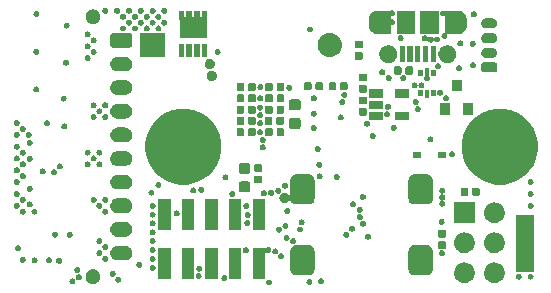
<source format=gts>
G04 #@! TF.GenerationSoftware,KiCad,Pcbnew,5.1.4*
G04 #@! TF.CreationDate,2019-09-04T23:44:43+02:00*
G04 #@! TF.ProjectId,altimeter,616c7469-6d65-4746-9572-2e6b69636164,rev?*
G04 #@! TF.SameCoordinates,Original*
G04 #@! TF.FileFunction,Soldermask,Top*
G04 #@! TF.FilePolarity,Negative*
%FSLAX46Y46*%
G04 Gerber Fmt 4.6, Leading zero omitted, Abs format (unit mm)*
G04 Created by KiCad (PCBNEW 5.1.4) date 2019-09-04 23:44:43*
%MOMM*%
%LPD*%
G04 APERTURE LIST*
%ADD10C,0.100000*%
G04 APERTURE END LIST*
D10*
G36*
X182250000Y-119500000D02*
G01*
X180750000Y-119500000D01*
X180750000Y-114750000D01*
X182250000Y-114750000D01*
X182250000Y-119500000D01*
G37*
X182250000Y-119500000D02*
X180750000Y-119500000D01*
X180750000Y-114750000D01*
X182250000Y-114750000D01*
X182250000Y-119500000D01*
G36*
X159921369Y-120255901D02*
G01*
X159967594Y-120275048D01*
X160009196Y-120302845D01*
X160044575Y-120338224D01*
X160072372Y-120379826D01*
X160091519Y-120426051D01*
X160101280Y-120475123D01*
X160101280Y-120525157D01*
X160091519Y-120574229D01*
X160072372Y-120620454D01*
X160044575Y-120662056D01*
X160009196Y-120697435D01*
X159967594Y-120725232D01*
X159921369Y-120744379D01*
X159872297Y-120754140D01*
X159822263Y-120754140D01*
X159773191Y-120744379D01*
X159726966Y-120725232D01*
X159685364Y-120697435D01*
X159649985Y-120662056D01*
X159622188Y-120620454D01*
X159603041Y-120574229D01*
X159593280Y-120525157D01*
X159593280Y-120475123D01*
X159603041Y-120426051D01*
X159622188Y-120379826D01*
X159649985Y-120338224D01*
X159685364Y-120302845D01*
X159726966Y-120275048D01*
X159773191Y-120255901D01*
X159822263Y-120246140D01*
X159872297Y-120246140D01*
X159921369Y-120255901D01*
X159921369Y-120255901D01*
G37*
G36*
X163360529Y-120225421D02*
G01*
X163406754Y-120244568D01*
X163448356Y-120272365D01*
X163483735Y-120307744D01*
X163511532Y-120349346D01*
X163530679Y-120395571D01*
X163540440Y-120444643D01*
X163540440Y-120494677D01*
X163530679Y-120543749D01*
X163511532Y-120589974D01*
X163483735Y-120631576D01*
X163448356Y-120666955D01*
X163406754Y-120694752D01*
X163360529Y-120713899D01*
X163311457Y-120723660D01*
X163261423Y-120723660D01*
X163212351Y-120713899D01*
X163166126Y-120694752D01*
X163124524Y-120666955D01*
X163089145Y-120631576D01*
X163061348Y-120589974D01*
X163042201Y-120543749D01*
X163032440Y-120494677D01*
X163032440Y-120444643D01*
X163042201Y-120395571D01*
X163061348Y-120349346D01*
X163089145Y-120307744D01*
X163124524Y-120272365D01*
X163166126Y-120244568D01*
X163212351Y-120225421D01*
X163261423Y-120215660D01*
X163311457Y-120215660D01*
X163360529Y-120225421D01*
X163360529Y-120225421D01*
G37*
G36*
X143294529Y-120159381D02*
G01*
X143340754Y-120178528D01*
X143382356Y-120206325D01*
X143417735Y-120241704D01*
X143445532Y-120283306D01*
X143464679Y-120329531D01*
X143474440Y-120378603D01*
X143474440Y-120428637D01*
X143464679Y-120477709D01*
X143445532Y-120523934D01*
X143417735Y-120565536D01*
X143382356Y-120600915D01*
X143340754Y-120628712D01*
X143294529Y-120647859D01*
X143245457Y-120657620D01*
X143195423Y-120657620D01*
X143146351Y-120647859D01*
X143100126Y-120628712D01*
X143058524Y-120600915D01*
X143023145Y-120565536D01*
X142995348Y-120523934D01*
X142976201Y-120477709D01*
X142966440Y-120428637D01*
X142966440Y-120378603D01*
X142976201Y-120329531D01*
X142995348Y-120283306D01*
X143023145Y-120241704D01*
X143058524Y-120206325D01*
X143100126Y-120178528D01*
X143146351Y-120159381D01*
X143195423Y-120149620D01*
X143245457Y-120149620D01*
X143294529Y-120159381D01*
X143294529Y-120159381D01*
G37*
G36*
X164330809Y-120154301D02*
G01*
X164377034Y-120173448D01*
X164418636Y-120201245D01*
X164454015Y-120236624D01*
X164481812Y-120278226D01*
X164500959Y-120324451D01*
X164510720Y-120373523D01*
X164510720Y-120423557D01*
X164500959Y-120472629D01*
X164481812Y-120518854D01*
X164454015Y-120560456D01*
X164418636Y-120595835D01*
X164377034Y-120623632D01*
X164330809Y-120642779D01*
X164281737Y-120652540D01*
X164231703Y-120652540D01*
X164182631Y-120642779D01*
X164136406Y-120623632D01*
X164094804Y-120595835D01*
X164059425Y-120560456D01*
X164031628Y-120518854D01*
X164012481Y-120472629D01*
X164002720Y-120423557D01*
X164002720Y-120373523D01*
X164012481Y-120324451D01*
X164031628Y-120278226D01*
X164059425Y-120236624D01*
X164094804Y-120201245D01*
X164136406Y-120173448D01*
X164182631Y-120154301D01*
X164231703Y-120144540D01*
X164281737Y-120144540D01*
X164330809Y-120154301D01*
X164330809Y-120154301D01*
G37*
G36*
X145132422Y-119398634D02*
G01*
X145132423Y-119398634D01*
X145132426Y-119398635D01*
X145198738Y-119426103D01*
X145246238Y-119445778D01*
X145297453Y-119479999D01*
X145348670Y-119514220D01*
X145435780Y-119601330D01*
X145443602Y-119613037D01*
X145504222Y-119703762D01*
X145522454Y-119747777D01*
X145551365Y-119817574D01*
X145551366Y-119817577D01*
X145551366Y-119817578D01*
X145575400Y-119938403D01*
X145575400Y-120061597D01*
X145551366Y-120182422D01*
X145551365Y-120182426D01*
X145531123Y-120231293D01*
X145504222Y-120296238D01*
X145476168Y-120338224D01*
X145435780Y-120398670D01*
X145348670Y-120485780D01*
X145335354Y-120494677D01*
X145246238Y-120554222D01*
X145218921Y-120565537D01*
X145132426Y-120601365D01*
X145132423Y-120601366D01*
X145132422Y-120601366D01*
X145011597Y-120625400D01*
X144888403Y-120625400D01*
X144767578Y-120601366D01*
X144767577Y-120601366D01*
X144767574Y-120601365D01*
X144681079Y-120565537D01*
X144653762Y-120554222D01*
X144564646Y-120494677D01*
X144551330Y-120485780D01*
X144464220Y-120398670D01*
X144423832Y-120338224D01*
X144395778Y-120296238D01*
X144368877Y-120231293D01*
X144348635Y-120182426D01*
X144348634Y-120182422D01*
X144324600Y-120061597D01*
X144324600Y-119938403D01*
X144348634Y-119817578D01*
X144348634Y-119817577D01*
X144348635Y-119817574D01*
X144377546Y-119747777D01*
X144395778Y-119703762D01*
X144456398Y-119613037D01*
X144464220Y-119601330D01*
X144551330Y-119514220D01*
X144653762Y-119445778D01*
X144701262Y-119426103D01*
X144767574Y-119398635D01*
X144767577Y-119398634D01*
X144767578Y-119398634D01*
X144888403Y-119374600D01*
X145011597Y-119374600D01*
X145132422Y-119398634D01*
X145132422Y-119398634D01*
G37*
G36*
X179111609Y-118817267D02*
G01*
X179132947Y-118823740D01*
X179276622Y-118867323D01*
X179362150Y-118913039D01*
X179428703Y-118948612D01*
X179561996Y-119058004D01*
X179671388Y-119191297D01*
X179671390Y-119191301D01*
X179752677Y-119343378D01*
X179773468Y-119411917D01*
X179802733Y-119508391D01*
X179819635Y-119680000D01*
X179802733Y-119851609D01*
X179794779Y-119877830D01*
X179752677Y-120016622D01*
X179704468Y-120106814D01*
X179671388Y-120168703D01*
X179561996Y-120301996D01*
X179428703Y-120411388D01*
X179428699Y-120411390D01*
X179276622Y-120492677D01*
X179173577Y-120523935D01*
X179111609Y-120542733D01*
X178982998Y-120555400D01*
X178897002Y-120555400D01*
X178768391Y-120542733D01*
X178706423Y-120523935D01*
X178603378Y-120492677D01*
X178451301Y-120411390D01*
X178451297Y-120411388D01*
X178318004Y-120301996D01*
X178208612Y-120168703D01*
X178175532Y-120106814D01*
X178127323Y-120016622D01*
X178085221Y-119877830D01*
X178077267Y-119851609D01*
X178060365Y-119680000D01*
X178077267Y-119508391D01*
X178106532Y-119411917D01*
X178127323Y-119343378D01*
X178208610Y-119191301D01*
X178208612Y-119191297D01*
X178318004Y-119058004D01*
X178451297Y-118948612D01*
X178517850Y-118913039D01*
X178603378Y-118867323D01*
X178747053Y-118823740D01*
X178768391Y-118817267D01*
X178897002Y-118804600D01*
X178982998Y-118804600D01*
X179111609Y-118817267D01*
X179111609Y-118817267D01*
G37*
G36*
X176571609Y-118817267D02*
G01*
X176592947Y-118823740D01*
X176736622Y-118867323D01*
X176822150Y-118913039D01*
X176888703Y-118948612D01*
X177021996Y-119058004D01*
X177131388Y-119191297D01*
X177131390Y-119191301D01*
X177212677Y-119343378D01*
X177233468Y-119411917D01*
X177262733Y-119508391D01*
X177279635Y-119680000D01*
X177262733Y-119851609D01*
X177254779Y-119877830D01*
X177212677Y-120016622D01*
X177164468Y-120106814D01*
X177131388Y-120168703D01*
X177021996Y-120301996D01*
X176888703Y-120411388D01*
X176888699Y-120411390D01*
X176736622Y-120492677D01*
X176633577Y-120523935D01*
X176571609Y-120542733D01*
X176442998Y-120555400D01*
X176357002Y-120555400D01*
X176228391Y-120542733D01*
X176166423Y-120523935D01*
X176063378Y-120492677D01*
X175911301Y-120411390D01*
X175911297Y-120411388D01*
X175778004Y-120301996D01*
X175668612Y-120168703D01*
X175635532Y-120106814D01*
X175587323Y-120016622D01*
X175545221Y-119877830D01*
X175537267Y-119851609D01*
X175520365Y-119680000D01*
X175537267Y-119508391D01*
X175566532Y-119411917D01*
X175587323Y-119343378D01*
X175668610Y-119191301D01*
X175668612Y-119191297D01*
X175778004Y-119058004D01*
X175911297Y-118948612D01*
X175977850Y-118913039D01*
X176063378Y-118867323D01*
X176207053Y-118823740D01*
X176228391Y-118817267D01*
X176357002Y-118804600D01*
X176442998Y-118804600D01*
X176571609Y-118817267D01*
X176571609Y-118817267D01*
G37*
G36*
X147178189Y-120012071D02*
G01*
X147224414Y-120031218D01*
X147266016Y-120059015D01*
X147301395Y-120094394D01*
X147329192Y-120135996D01*
X147348339Y-120182221D01*
X147358100Y-120231293D01*
X147358100Y-120281327D01*
X147348339Y-120330399D01*
X147329192Y-120376624D01*
X147301395Y-120418226D01*
X147266016Y-120453605D01*
X147224414Y-120481402D01*
X147178189Y-120500549D01*
X147129117Y-120510310D01*
X147079083Y-120510310D01*
X147030011Y-120500549D01*
X146983786Y-120481402D01*
X146942184Y-120453605D01*
X146906805Y-120418226D01*
X146879008Y-120376624D01*
X146859861Y-120330399D01*
X146850100Y-120281327D01*
X146850100Y-120231293D01*
X146859861Y-120182221D01*
X146879008Y-120135996D01*
X146906805Y-120094394D01*
X146942184Y-120059015D01*
X146983786Y-120031218D01*
X147030011Y-120012071D01*
X147079083Y-120002310D01*
X147129117Y-120002310D01*
X147178189Y-120012071D01*
X147178189Y-120012071D01*
G37*
G36*
X156157089Y-119887591D02*
G01*
X156203314Y-119906738D01*
X156244916Y-119934535D01*
X156280295Y-119969914D01*
X156308092Y-120011516D01*
X156327239Y-120057741D01*
X156337000Y-120106813D01*
X156337000Y-120156847D01*
X156327239Y-120205919D01*
X156308092Y-120252144D01*
X156280295Y-120293746D01*
X156244916Y-120329125D01*
X156203314Y-120356922D01*
X156157089Y-120376069D01*
X156108017Y-120385830D01*
X156057983Y-120385830D01*
X156008911Y-120376069D01*
X155962686Y-120356922D01*
X155921084Y-120329125D01*
X155885705Y-120293746D01*
X155857908Y-120252144D01*
X155838761Y-120205919D01*
X155829000Y-120156847D01*
X155829000Y-120106813D01*
X155838761Y-120057741D01*
X155857908Y-120011516D01*
X155885705Y-119969914D01*
X155921084Y-119934535D01*
X155962686Y-119906738D01*
X156008911Y-119887591D01*
X156057983Y-119877830D01*
X156108017Y-119877830D01*
X156157089Y-119887591D01*
X156157089Y-119887591D01*
G37*
G36*
X143815225Y-119818596D02*
G01*
X143861450Y-119837743D01*
X143903052Y-119865540D01*
X143938431Y-119900919D01*
X143966228Y-119942521D01*
X143985375Y-119988746D01*
X143995136Y-120037818D01*
X143995136Y-120087852D01*
X143985375Y-120136924D01*
X143966228Y-120183149D01*
X143938431Y-120224751D01*
X143903052Y-120260130D01*
X143861450Y-120287927D01*
X143815225Y-120307074D01*
X143766153Y-120316835D01*
X143716119Y-120316835D01*
X143667047Y-120307074D01*
X143620822Y-120287927D01*
X143579220Y-120260130D01*
X143543841Y-120224751D01*
X143516044Y-120183149D01*
X143496897Y-120136924D01*
X143487136Y-120087852D01*
X143487136Y-120037818D01*
X143496897Y-119988746D01*
X143516044Y-119942521D01*
X143543841Y-119900919D01*
X143579220Y-119865540D01*
X143620822Y-119837743D01*
X143667047Y-119818596D01*
X143716119Y-119808835D01*
X143766153Y-119808835D01*
X143815225Y-119818596D01*
X143815225Y-119818596D01*
G37*
G36*
X181074089Y-119755761D02*
G01*
X181120314Y-119774908D01*
X181161916Y-119802705D01*
X181197295Y-119838084D01*
X181225092Y-119879686D01*
X181244239Y-119925911D01*
X181254000Y-119974983D01*
X181254000Y-120025017D01*
X181244239Y-120074089D01*
X181225092Y-120120314D01*
X181197295Y-120161916D01*
X181161916Y-120197295D01*
X181120314Y-120225092D01*
X181074089Y-120244239D01*
X181025017Y-120254000D01*
X180974983Y-120254000D01*
X180925911Y-120244239D01*
X180879686Y-120225092D01*
X180838084Y-120197295D01*
X180802705Y-120161916D01*
X180774908Y-120120314D01*
X180755761Y-120074089D01*
X180746000Y-120025017D01*
X180746000Y-119974983D01*
X180755761Y-119925911D01*
X180774908Y-119879686D01*
X180802705Y-119838084D01*
X180838084Y-119802705D01*
X180879686Y-119774908D01*
X180925911Y-119755761D01*
X180974983Y-119746000D01*
X181025017Y-119746000D01*
X181074089Y-119755761D01*
X181074089Y-119755761D01*
G37*
G36*
X182074089Y-119755761D02*
G01*
X182120314Y-119774908D01*
X182161916Y-119802705D01*
X182197295Y-119838084D01*
X182225092Y-119879686D01*
X182244239Y-119925911D01*
X182254000Y-119974983D01*
X182254000Y-120025017D01*
X182244239Y-120074089D01*
X182225092Y-120120314D01*
X182197295Y-120161916D01*
X182161916Y-120197295D01*
X182120314Y-120225092D01*
X182074089Y-120244239D01*
X182025017Y-120254000D01*
X181974983Y-120254000D01*
X181925911Y-120244239D01*
X181879686Y-120225092D01*
X181838084Y-120197295D01*
X181802705Y-120161916D01*
X181774908Y-120120314D01*
X181755761Y-120074089D01*
X181746000Y-120025017D01*
X181746000Y-119974983D01*
X181755761Y-119925911D01*
X181774908Y-119879686D01*
X181802705Y-119838084D01*
X181838084Y-119802705D01*
X181879686Y-119774908D01*
X181925911Y-119755761D01*
X181974983Y-119746000D01*
X182025017Y-119746000D01*
X182074089Y-119755761D01*
X182074089Y-119755761D01*
G37*
G36*
X159862994Y-117509426D02*
G01*
X159909219Y-117528573D01*
X159950821Y-117556370D01*
X159986200Y-117591749D01*
X160013997Y-117633351D01*
X160033144Y-117679576D01*
X160042905Y-117728648D01*
X160042905Y-117778682D01*
X160033144Y-117827754D01*
X160013997Y-117873979D01*
X159986200Y-117915581D01*
X159950821Y-117950960D01*
X159909219Y-117978757D01*
X159862994Y-117997904D01*
X159813922Y-118007665D01*
X159763888Y-118007665D01*
X159714816Y-117997904D01*
X159668591Y-117978757D01*
X159626989Y-117950960D01*
X159601273Y-117925244D01*
X159594544Y-117919721D01*
X159586859Y-117915613D01*
X159578521Y-117913084D01*
X159569849Y-117912230D01*
X159561177Y-117913084D01*
X159552839Y-117915613D01*
X159545154Y-117919721D01*
X159538419Y-117925249D01*
X159532891Y-117931984D01*
X159528783Y-117939669D01*
X159526254Y-117948007D01*
X159525400Y-117956679D01*
X159525400Y-120200400D01*
X158474600Y-120200400D01*
X158474600Y-117569600D01*
X159529819Y-117569600D01*
X159532891Y-117575346D01*
X159538419Y-117582081D01*
X159545154Y-117587609D01*
X159552839Y-117591717D01*
X159561177Y-117594246D01*
X159569849Y-117595100D01*
X159578521Y-117594246D01*
X159586859Y-117591717D01*
X159594544Y-117587609D01*
X159601273Y-117582086D01*
X159626989Y-117556370D01*
X159668591Y-117528573D01*
X159714816Y-117509426D01*
X159763888Y-117499665D01*
X159813922Y-117499665D01*
X159862994Y-117509426D01*
X159862994Y-117509426D01*
G37*
G36*
X151525400Y-120200400D02*
G01*
X150474600Y-120200400D01*
X150474600Y-117569600D01*
X151525400Y-117569600D01*
X151525400Y-120200400D01*
X151525400Y-120200400D01*
G37*
G36*
X153525400Y-120200400D02*
G01*
X152474600Y-120200400D01*
X152474600Y-117569600D01*
X153525400Y-117569600D01*
X153525400Y-120200400D01*
X153525400Y-120200400D01*
G37*
G36*
X157525400Y-120200400D02*
G01*
X156474600Y-120200400D01*
X156474600Y-117569600D01*
X157525400Y-117569600D01*
X157525400Y-120200400D01*
X157525400Y-120200400D01*
G37*
G36*
X155525400Y-120200400D02*
G01*
X154474600Y-120200400D01*
X154474600Y-117569600D01*
X155525400Y-117569600D01*
X155525400Y-120200400D01*
X155525400Y-120200400D01*
G37*
G36*
X153967801Y-119702018D02*
G01*
X154014026Y-119721165D01*
X154055628Y-119748962D01*
X154091007Y-119784341D01*
X154118804Y-119825943D01*
X154137951Y-119872168D01*
X154147712Y-119921240D01*
X154147712Y-119971274D01*
X154137951Y-120020346D01*
X154118804Y-120066571D01*
X154091007Y-120108173D01*
X154055628Y-120143552D01*
X154014026Y-120171349D01*
X153967801Y-120190496D01*
X153918729Y-120200257D01*
X153868695Y-120200257D01*
X153819623Y-120190496D01*
X153773398Y-120171349D01*
X153731796Y-120143552D01*
X153696417Y-120108173D01*
X153668620Y-120066571D01*
X153649473Y-120020346D01*
X153639712Y-119971274D01*
X153639712Y-119921240D01*
X153649473Y-119872168D01*
X153668620Y-119825943D01*
X153696417Y-119784341D01*
X153731796Y-119748962D01*
X153773398Y-119721165D01*
X153819623Y-119702018D01*
X153868695Y-119692257D01*
X153918729Y-119692257D01*
X153967801Y-119702018D01*
X153967801Y-119702018D01*
G37*
G36*
X146693927Y-119515918D02*
G01*
X146740152Y-119535065D01*
X146781754Y-119562862D01*
X146817133Y-119598241D01*
X146844930Y-119639843D01*
X146864077Y-119686068D01*
X146873838Y-119735140D01*
X146873838Y-119785174D01*
X146864077Y-119834246D01*
X146844930Y-119880471D01*
X146817133Y-119922073D01*
X146781754Y-119957452D01*
X146740152Y-119985249D01*
X146693927Y-120004396D01*
X146644855Y-120014157D01*
X146594821Y-120014157D01*
X146545749Y-120004396D01*
X146499524Y-119985249D01*
X146457922Y-119957452D01*
X146422543Y-119922073D01*
X146394746Y-119880471D01*
X146375599Y-119834246D01*
X146365838Y-119785174D01*
X146365838Y-119735140D01*
X146375599Y-119686068D01*
X146394746Y-119639843D01*
X146422543Y-119598241D01*
X146457922Y-119562862D01*
X146499524Y-119535065D01*
X146545749Y-119515918D01*
X146594821Y-119506157D01*
X146644855Y-119506157D01*
X146693927Y-119515918D01*
X146693927Y-119515918D01*
G37*
G36*
X173321370Y-117342335D02*
G01*
X173413338Y-117370234D01*
X173498103Y-117415541D01*
X173572391Y-117476509D01*
X173633359Y-117550797D01*
X173678666Y-117635562D01*
X173706565Y-117727530D01*
X173716200Y-117825359D01*
X173716200Y-119390841D01*
X173706565Y-119488670D01*
X173678666Y-119580638D01*
X173633359Y-119665403D01*
X173572391Y-119739691D01*
X173498103Y-119800659D01*
X173413338Y-119845966D01*
X173321370Y-119873865D01*
X173223541Y-119883500D01*
X172158059Y-119883500D01*
X172060230Y-119873865D01*
X171968262Y-119845966D01*
X171883497Y-119800659D01*
X171809209Y-119739691D01*
X171748241Y-119665403D01*
X171702934Y-119580638D01*
X171675035Y-119488670D01*
X171665400Y-119390841D01*
X171665400Y-117825359D01*
X171675035Y-117727530D01*
X171702934Y-117635562D01*
X171748241Y-117550797D01*
X171809209Y-117476509D01*
X171883497Y-117415541D01*
X171968262Y-117370234D01*
X172060230Y-117342335D01*
X172158059Y-117332700D01*
X173223541Y-117332700D01*
X173321370Y-117342335D01*
X173321370Y-117342335D01*
G37*
G36*
X163321370Y-117342335D02*
G01*
X163413338Y-117370234D01*
X163498103Y-117415541D01*
X163572391Y-117476509D01*
X163633359Y-117550797D01*
X163678666Y-117635562D01*
X163706565Y-117727530D01*
X163716200Y-117825359D01*
X163716200Y-119390841D01*
X163706565Y-119488670D01*
X163678666Y-119580638D01*
X163633359Y-119665403D01*
X163572391Y-119739691D01*
X163498103Y-119800659D01*
X163413338Y-119845966D01*
X163321370Y-119873865D01*
X163223541Y-119883500D01*
X162158059Y-119883500D01*
X162060230Y-119873865D01*
X161968262Y-119845966D01*
X161883497Y-119800659D01*
X161809209Y-119739691D01*
X161748241Y-119665403D01*
X161702934Y-119580638D01*
X161675035Y-119488670D01*
X161665400Y-119390841D01*
X161665400Y-117825359D01*
X161675035Y-117727530D01*
X161702934Y-117635562D01*
X161748241Y-117550797D01*
X161809209Y-117476509D01*
X161883497Y-117415541D01*
X161968262Y-117370234D01*
X162060230Y-117342335D01*
X162158059Y-117332700D01*
X163223541Y-117332700D01*
X163321370Y-117342335D01*
X163321370Y-117342335D01*
G37*
G36*
X143700929Y-119206881D02*
G01*
X143747154Y-119226028D01*
X143788756Y-119253825D01*
X143824135Y-119289204D01*
X143851932Y-119330806D01*
X143871079Y-119377031D01*
X143880840Y-119426103D01*
X143880840Y-119476137D01*
X143871079Y-119525209D01*
X143851932Y-119571434D01*
X143824135Y-119613036D01*
X143788756Y-119648415D01*
X143747154Y-119676212D01*
X143700929Y-119695359D01*
X143651857Y-119705120D01*
X143601823Y-119705120D01*
X143552751Y-119695359D01*
X143506526Y-119676212D01*
X143464924Y-119648415D01*
X143429545Y-119613036D01*
X143401748Y-119571434D01*
X143382601Y-119525209D01*
X143372840Y-119476137D01*
X143372840Y-119426103D01*
X143382601Y-119377031D01*
X143401748Y-119330806D01*
X143429545Y-119289204D01*
X143464924Y-119253825D01*
X143506526Y-119226028D01*
X143552751Y-119206881D01*
X143601823Y-119197120D01*
X143651857Y-119197120D01*
X143700929Y-119206881D01*
X143700929Y-119206881D01*
G37*
G36*
X154023241Y-119082180D02*
G01*
X154069466Y-119101327D01*
X154111068Y-119129124D01*
X154146447Y-119164503D01*
X154174244Y-119206105D01*
X154193391Y-119252330D01*
X154203152Y-119301402D01*
X154203152Y-119351436D01*
X154193391Y-119400508D01*
X154174244Y-119446733D01*
X154146447Y-119488335D01*
X154111068Y-119523714D01*
X154069466Y-119551511D01*
X154023241Y-119570658D01*
X153974169Y-119580419D01*
X153924135Y-119580419D01*
X153875063Y-119570658D01*
X153828838Y-119551511D01*
X153787236Y-119523714D01*
X153751857Y-119488335D01*
X153724060Y-119446733D01*
X153704913Y-119400508D01*
X153695152Y-119351436D01*
X153695152Y-119301402D01*
X153704913Y-119252330D01*
X153724060Y-119206105D01*
X153751857Y-119164503D01*
X153787236Y-119129124D01*
X153828838Y-119101327D01*
X153875063Y-119082180D01*
X153924135Y-119072419D01*
X153974169Y-119072419D01*
X154023241Y-119082180D01*
X154023241Y-119082180D01*
G37*
G36*
X150074089Y-119005761D02*
G01*
X150120314Y-119024908D01*
X150161916Y-119052705D01*
X150197295Y-119088084D01*
X150225092Y-119129686D01*
X150244239Y-119175911D01*
X150254000Y-119224983D01*
X150254000Y-119275017D01*
X150244239Y-119324089D01*
X150225092Y-119370314D01*
X150197295Y-119411916D01*
X150161916Y-119447295D01*
X150120314Y-119475092D01*
X150074089Y-119494239D01*
X150025017Y-119504000D01*
X149974983Y-119504000D01*
X149925911Y-119494239D01*
X149879686Y-119475092D01*
X149838084Y-119447295D01*
X149802705Y-119411916D01*
X149774908Y-119370314D01*
X149755761Y-119324089D01*
X149746000Y-119275017D01*
X149746000Y-119224983D01*
X149755761Y-119175911D01*
X149774908Y-119129686D01*
X149802705Y-119088084D01*
X149838084Y-119052705D01*
X149879686Y-119024908D01*
X149925911Y-119005761D01*
X149974983Y-118996000D01*
X150025017Y-118996000D01*
X150074089Y-119005761D01*
X150074089Y-119005761D01*
G37*
G36*
X148943489Y-118759841D02*
G01*
X148989714Y-118778988D01*
X149031316Y-118806785D01*
X149066695Y-118842164D01*
X149094492Y-118883766D01*
X149113639Y-118929991D01*
X149123400Y-118979063D01*
X149123400Y-119029097D01*
X149113639Y-119078169D01*
X149094492Y-119124394D01*
X149066695Y-119165996D01*
X149031316Y-119201375D01*
X148989714Y-119229172D01*
X148943489Y-119248319D01*
X148894417Y-119258080D01*
X148844383Y-119258080D01*
X148795311Y-119248319D01*
X148749086Y-119229172D01*
X148707484Y-119201375D01*
X148672105Y-119165996D01*
X148644308Y-119124394D01*
X148625161Y-119078169D01*
X148615400Y-119029097D01*
X148615400Y-118979063D01*
X148625161Y-118929991D01*
X148644308Y-118883766D01*
X148672105Y-118842164D01*
X148707484Y-118806785D01*
X148749086Y-118778988D01*
X148795311Y-118759841D01*
X148844383Y-118750080D01*
X148894417Y-118750080D01*
X148943489Y-118759841D01*
X148943489Y-118759841D01*
G37*
G36*
X142161689Y-118424561D02*
G01*
X142207914Y-118443708D01*
X142249516Y-118471505D01*
X142284895Y-118506884D01*
X142312692Y-118548486D01*
X142331839Y-118594711D01*
X142341600Y-118643783D01*
X142341600Y-118693817D01*
X142331839Y-118742889D01*
X142312692Y-118789114D01*
X142284895Y-118830716D01*
X142249516Y-118866095D01*
X142207914Y-118893892D01*
X142161689Y-118913039D01*
X142112617Y-118922800D01*
X142062583Y-118922800D01*
X142013511Y-118913039D01*
X141967286Y-118893892D01*
X141925684Y-118866095D01*
X141890305Y-118830716D01*
X141862508Y-118789114D01*
X141843361Y-118742889D01*
X141833600Y-118693817D01*
X141833600Y-118643783D01*
X141843361Y-118594711D01*
X141862508Y-118548486D01*
X141890305Y-118506884D01*
X141925684Y-118471505D01*
X141967286Y-118443708D01*
X142013511Y-118424561D01*
X142062583Y-118414800D01*
X142112617Y-118414800D01*
X142161689Y-118424561D01*
X142161689Y-118424561D01*
G37*
G36*
X140078889Y-118373761D02*
G01*
X140125114Y-118392908D01*
X140166716Y-118420705D01*
X140202095Y-118456084D01*
X140229892Y-118497686D01*
X140249039Y-118543911D01*
X140258800Y-118592983D01*
X140258800Y-118643017D01*
X140249039Y-118692089D01*
X140229892Y-118738314D01*
X140202095Y-118779916D01*
X140166716Y-118815295D01*
X140125114Y-118843092D01*
X140078889Y-118862239D01*
X140029817Y-118872000D01*
X139979783Y-118872000D01*
X139930711Y-118862239D01*
X139884486Y-118843092D01*
X139842884Y-118815295D01*
X139807505Y-118779916D01*
X139779708Y-118738314D01*
X139760561Y-118692089D01*
X139750800Y-118643017D01*
X139750800Y-118592983D01*
X139760561Y-118543911D01*
X139779708Y-118497686D01*
X139807505Y-118456084D01*
X139842884Y-118420705D01*
X139884486Y-118392908D01*
X139930711Y-118373761D01*
X139979783Y-118364000D01*
X140029817Y-118364000D01*
X140078889Y-118373761D01*
X140078889Y-118373761D01*
G37*
G36*
X141298089Y-118373761D02*
G01*
X141344314Y-118392908D01*
X141385916Y-118420705D01*
X141421295Y-118456084D01*
X141449092Y-118497686D01*
X141468239Y-118543911D01*
X141478000Y-118592983D01*
X141478000Y-118643017D01*
X141468239Y-118692089D01*
X141449092Y-118738314D01*
X141421295Y-118779916D01*
X141385916Y-118815295D01*
X141344314Y-118843092D01*
X141298089Y-118862239D01*
X141249017Y-118872000D01*
X141198983Y-118872000D01*
X141149911Y-118862239D01*
X141103686Y-118843092D01*
X141062084Y-118815295D01*
X141026705Y-118779916D01*
X140998908Y-118738314D01*
X140979761Y-118692089D01*
X140970000Y-118643017D01*
X140970000Y-118592983D01*
X140979761Y-118543911D01*
X140998908Y-118497686D01*
X141026705Y-118456084D01*
X141062084Y-118420705D01*
X141103686Y-118392908D01*
X141149911Y-118373761D01*
X141198983Y-118364000D01*
X141249017Y-118364000D01*
X141298089Y-118373761D01*
X141298089Y-118373761D01*
G37*
G36*
X139078129Y-118325501D02*
G01*
X139124354Y-118344648D01*
X139165956Y-118372445D01*
X139201335Y-118407824D01*
X139229132Y-118449426D01*
X139248279Y-118495651D01*
X139258040Y-118544723D01*
X139258040Y-118594757D01*
X139248279Y-118643829D01*
X139229132Y-118690054D01*
X139201335Y-118731656D01*
X139165956Y-118767035D01*
X139124354Y-118794832D01*
X139078129Y-118813979D01*
X139029057Y-118823740D01*
X138979023Y-118823740D01*
X138929951Y-118813979D01*
X138883726Y-118794832D01*
X138842124Y-118767035D01*
X138806745Y-118731656D01*
X138778948Y-118690054D01*
X138759801Y-118643829D01*
X138750040Y-118594757D01*
X138750040Y-118544723D01*
X138759801Y-118495651D01*
X138778948Y-118449426D01*
X138806745Y-118407824D01*
X138842124Y-118372445D01*
X138883726Y-118344648D01*
X138929951Y-118325501D01*
X138979023Y-118315740D01*
X139029057Y-118315740D01*
X139078129Y-118325501D01*
X139078129Y-118325501D01*
G37*
G36*
X150074089Y-118255761D02*
G01*
X150120314Y-118274908D01*
X150161916Y-118302705D01*
X150197295Y-118338084D01*
X150225092Y-118379686D01*
X150244239Y-118425911D01*
X150254000Y-118474983D01*
X150254000Y-118525017D01*
X150244239Y-118574089D01*
X150225092Y-118620314D01*
X150197295Y-118661916D01*
X150161916Y-118697295D01*
X150120314Y-118725092D01*
X150074089Y-118744239D01*
X150025017Y-118754000D01*
X149974983Y-118754000D01*
X149925911Y-118744239D01*
X149879686Y-118725092D01*
X149838084Y-118697295D01*
X149802705Y-118661916D01*
X149774908Y-118620314D01*
X149755761Y-118574089D01*
X149746000Y-118525017D01*
X149746000Y-118474983D01*
X149755761Y-118425911D01*
X149774908Y-118379686D01*
X149802705Y-118338084D01*
X149838084Y-118302705D01*
X149879686Y-118274908D01*
X149925911Y-118255761D01*
X149974983Y-118246000D01*
X150025017Y-118246000D01*
X150074089Y-118255761D01*
X150074089Y-118255761D01*
G37*
G36*
X146074089Y-118255761D02*
G01*
X146120314Y-118274908D01*
X146161916Y-118302705D01*
X146197295Y-118338084D01*
X146225092Y-118379686D01*
X146244239Y-118425911D01*
X146254000Y-118474983D01*
X146254000Y-118525017D01*
X146244239Y-118574089D01*
X146225092Y-118620314D01*
X146197295Y-118661916D01*
X146161916Y-118697295D01*
X146120314Y-118725092D01*
X146074089Y-118744239D01*
X146025017Y-118754000D01*
X145974983Y-118754000D01*
X145925911Y-118744239D01*
X145879686Y-118725092D01*
X145838084Y-118697295D01*
X145802705Y-118661916D01*
X145774908Y-118620314D01*
X145755761Y-118574089D01*
X145746000Y-118525017D01*
X145746000Y-118474983D01*
X145755761Y-118425911D01*
X145774908Y-118379686D01*
X145802705Y-118338084D01*
X145838084Y-118302705D01*
X145879686Y-118274908D01*
X145925911Y-118255761D01*
X145974983Y-118246000D01*
X146025017Y-118246000D01*
X146074089Y-118255761D01*
X146074089Y-118255761D01*
G37*
G36*
X147772600Y-117383649D02*
G01*
X147890488Y-117419410D01*
X147994458Y-117474983D01*
X147999135Y-117477483D01*
X148094365Y-117555635D01*
X148151304Y-117625017D01*
X148172517Y-117650865D01*
X148230590Y-117759512D01*
X148266351Y-117877400D01*
X148278426Y-118000000D01*
X148266351Y-118122600D01*
X148230590Y-118240488D01*
X148178424Y-118338083D01*
X148172517Y-118349135D01*
X148094365Y-118444365D01*
X148013802Y-118510480D01*
X147999135Y-118522517D01*
X147890488Y-118580590D01*
X147772600Y-118616351D01*
X147680724Y-118625400D01*
X147019276Y-118625400D01*
X146927400Y-118616351D01*
X146809512Y-118580590D01*
X146700865Y-118522517D01*
X146686198Y-118510480D01*
X146605635Y-118444365D01*
X146527483Y-118349135D01*
X146521576Y-118338083D01*
X146469410Y-118240488D01*
X146433649Y-118122600D01*
X146421574Y-118000000D01*
X146433649Y-117877400D01*
X146469410Y-117759512D01*
X146527483Y-117650865D01*
X146548696Y-117625017D01*
X146605635Y-117555635D01*
X146700865Y-117477483D01*
X146705542Y-117474983D01*
X146809512Y-117419410D01*
X146927400Y-117383649D01*
X147019276Y-117374600D01*
X147680724Y-117374600D01*
X147772600Y-117383649D01*
X147772600Y-117383649D01*
G37*
G36*
X160943203Y-118041149D02*
G01*
X160989428Y-118060296D01*
X161031030Y-118088093D01*
X161066409Y-118123472D01*
X161094206Y-118165074D01*
X161113353Y-118211299D01*
X161123114Y-118260371D01*
X161123114Y-118310405D01*
X161113353Y-118359477D01*
X161094206Y-118405702D01*
X161066409Y-118447304D01*
X161031030Y-118482683D01*
X160989428Y-118510480D01*
X160943203Y-118529627D01*
X160894131Y-118539388D01*
X160844097Y-118539388D01*
X160795025Y-118529627D01*
X160748800Y-118510480D01*
X160707198Y-118482683D01*
X160671819Y-118447304D01*
X160644022Y-118405702D01*
X160624875Y-118359477D01*
X160615114Y-118310405D01*
X160615114Y-118260371D01*
X160624875Y-118211299D01*
X160644022Y-118165074D01*
X160671819Y-118123472D01*
X160707198Y-118088093D01*
X160748800Y-118060296D01*
X160795025Y-118041149D01*
X160844097Y-118031388D01*
X160894131Y-118031388D01*
X160943203Y-118041149D01*
X160943203Y-118041149D01*
G37*
G36*
X174732301Y-117032862D02*
G01*
X174758144Y-117040701D01*
X174781962Y-117053433D01*
X174802836Y-117070564D01*
X174819967Y-117091438D01*
X174832699Y-117115256D01*
X174840538Y-117141099D01*
X174843400Y-117170159D01*
X174843400Y-117530641D01*
X174840538Y-117559701D01*
X174832699Y-117585544D01*
X174819967Y-117609362D01*
X174802836Y-117630236D01*
X174781962Y-117647367D01*
X174758144Y-117660099D01*
X174732301Y-117667938D01*
X174703241Y-117670800D01*
X174554030Y-117670800D01*
X174545358Y-117671654D01*
X174537020Y-117674183D01*
X174529335Y-117678291D01*
X174522600Y-117683819D01*
X174517072Y-117690554D01*
X174512964Y-117698239D01*
X174510435Y-117706577D01*
X174509581Y-117715249D01*
X174510435Y-117723921D01*
X174512964Y-117732259D01*
X174517072Y-117739944D01*
X174522600Y-117746679D01*
X174529335Y-117752207D01*
X174537020Y-117756315D01*
X174545359Y-117758844D01*
X174572086Y-117764160D01*
X174572088Y-117764161D01*
X174572089Y-117764161D01*
X174618314Y-117783308D01*
X174659916Y-117811105D01*
X174695295Y-117846484D01*
X174723092Y-117888086D01*
X174742239Y-117934311D01*
X174752000Y-117983383D01*
X174752000Y-118033417D01*
X174742239Y-118082489D01*
X174723092Y-118128714D01*
X174695295Y-118170316D01*
X174659916Y-118205695D01*
X174618314Y-118233492D01*
X174572089Y-118252639D01*
X174523017Y-118262400D01*
X174472983Y-118262400D01*
X174423911Y-118252639D01*
X174377686Y-118233492D01*
X174336084Y-118205695D01*
X174300705Y-118170316D01*
X174272908Y-118128714D01*
X174253761Y-118082489D01*
X174244000Y-118033417D01*
X174244000Y-117983383D01*
X174253761Y-117934311D01*
X174272908Y-117888086D01*
X174300705Y-117846484D01*
X174336084Y-117811105D01*
X174377686Y-117783308D01*
X174423911Y-117764161D01*
X174423912Y-117764161D01*
X174423914Y-117764160D01*
X174450641Y-117758844D01*
X174458980Y-117756315D01*
X174466664Y-117752207D01*
X174473400Y-117746679D01*
X174478928Y-117739944D01*
X174483035Y-117732259D01*
X174485565Y-117723921D01*
X174486419Y-117715249D01*
X174485565Y-117706578D01*
X174483036Y-117698239D01*
X174478928Y-117690555D01*
X174473400Y-117683819D01*
X174466665Y-117678291D01*
X174458980Y-117674184D01*
X174450642Y-117671654D01*
X174441970Y-117670800D01*
X174292759Y-117670800D01*
X174263699Y-117667938D01*
X174237856Y-117660099D01*
X174214038Y-117647367D01*
X174193164Y-117630236D01*
X174176033Y-117609362D01*
X174163301Y-117585544D01*
X174155462Y-117559701D01*
X174152600Y-117530641D01*
X174152600Y-117170159D01*
X174155462Y-117141099D01*
X174163301Y-117115256D01*
X174176033Y-117091438D01*
X174193164Y-117070564D01*
X174214038Y-117053433D01*
X174237856Y-117040701D01*
X174263699Y-117032862D01*
X174292759Y-117030000D01*
X174703241Y-117030000D01*
X174732301Y-117032862D01*
X174732301Y-117032862D01*
G37*
G36*
X145574089Y-117755761D02*
G01*
X145620314Y-117774908D01*
X145661916Y-117802705D01*
X145697295Y-117838084D01*
X145725092Y-117879686D01*
X145744239Y-117925911D01*
X145754000Y-117974983D01*
X145754000Y-118025017D01*
X145744239Y-118074089D01*
X145725092Y-118120314D01*
X145697295Y-118161916D01*
X145661916Y-118197295D01*
X145620314Y-118225092D01*
X145574089Y-118244239D01*
X145525017Y-118254000D01*
X145474983Y-118254000D01*
X145425911Y-118244239D01*
X145379686Y-118225092D01*
X145338084Y-118197295D01*
X145302705Y-118161916D01*
X145274908Y-118120314D01*
X145255761Y-118074089D01*
X145246000Y-118025017D01*
X145246000Y-117974983D01*
X145255761Y-117925911D01*
X145274908Y-117879686D01*
X145302705Y-117838084D01*
X145338084Y-117802705D01*
X145379686Y-117774908D01*
X145425911Y-117755761D01*
X145474983Y-117746000D01*
X145525017Y-117746000D01*
X145574089Y-117755761D01*
X145574089Y-117755761D01*
G37*
G36*
X160472755Y-117633777D02*
G01*
X160518980Y-117652924D01*
X160560582Y-117680721D01*
X160595961Y-117716100D01*
X160623758Y-117757702D01*
X160642905Y-117803927D01*
X160652666Y-117852999D01*
X160652666Y-117903033D01*
X160642905Y-117952105D01*
X160623758Y-117998330D01*
X160595961Y-118039932D01*
X160560582Y-118075311D01*
X160518980Y-118103108D01*
X160472755Y-118122255D01*
X160423683Y-118132016D01*
X160373649Y-118132016D01*
X160324577Y-118122255D01*
X160278352Y-118103108D01*
X160236750Y-118075311D01*
X160201371Y-118039932D01*
X160173574Y-117998330D01*
X160154427Y-117952105D01*
X160144666Y-117903033D01*
X160144666Y-117852999D01*
X160154427Y-117803927D01*
X160173574Y-117757702D01*
X160201371Y-117716100D01*
X160236750Y-117680721D01*
X160278352Y-117652924D01*
X160324577Y-117633777D01*
X160373649Y-117624016D01*
X160423683Y-117624016D01*
X160472755Y-117633777D01*
X160472755Y-117633777D01*
G37*
G36*
X157967791Y-117527941D02*
G01*
X158014016Y-117547088D01*
X158055618Y-117574885D01*
X158090997Y-117610264D01*
X158118794Y-117651866D01*
X158137941Y-117698091D01*
X158147702Y-117747163D01*
X158147702Y-117797197D01*
X158137941Y-117846269D01*
X158118794Y-117892494D01*
X158090997Y-117934096D01*
X158055618Y-117969475D01*
X158014016Y-117997272D01*
X157967791Y-118016419D01*
X157918719Y-118026180D01*
X157868685Y-118026180D01*
X157819613Y-118016419D01*
X157773388Y-117997272D01*
X157731786Y-117969475D01*
X157696407Y-117934096D01*
X157668610Y-117892494D01*
X157649463Y-117846269D01*
X157639702Y-117797197D01*
X157639702Y-117747163D01*
X157649463Y-117698091D01*
X157668610Y-117651866D01*
X157696407Y-117610264D01*
X157731786Y-117574885D01*
X157773388Y-117547088D01*
X157819613Y-117527941D01*
X157868685Y-117518180D01*
X157918719Y-117518180D01*
X157967791Y-117527941D01*
X157967791Y-117527941D01*
G37*
G36*
X179111609Y-116277267D02*
G01*
X179135067Y-116284383D01*
X179276622Y-116327323D01*
X179389113Y-116387451D01*
X179428703Y-116408612D01*
X179561996Y-116518004D01*
X179671388Y-116651297D01*
X179671390Y-116651301D01*
X179752677Y-116803378D01*
X179777242Y-116884360D01*
X179802733Y-116968391D01*
X179819635Y-117140000D01*
X179802733Y-117311609D01*
X179786048Y-117366613D01*
X179752677Y-117476622D01*
X179689349Y-117595100D01*
X179671388Y-117628703D01*
X179561996Y-117761996D01*
X179428703Y-117871388D01*
X179417455Y-117877400D01*
X179276622Y-117952677D01*
X179190650Y-117978756D01*
X179111609Y-118002733D01*
X178982998Y-118015400D01*
X178897002Y-118015400D01*
X178768391Y-118002733D01*
X178689350Y-117978756D01*
X178603378Y-117952677D01*
X178462545Y-117877400D01*
X178451297Y-117871388D01*
X178318004Y-117761996D01*
X178208612Y-117628703D01*
X178190651Y-117595100D01*
X178127323Y-117476622D01*
X178093952Y-117366613D01*
X178077267Y-117311609D01*
X178060365Y-117140000D01*
X178077267Y-116968391D01*
X178102758Y-116884360D01*
X178127323Y-116803378D01*
X178208610Y-116651301D01*
X178208612Y-116651297D01*
X178318004Y-116518004D01*
X178451297Y-116408612D01*
X178490887Y-116387451D01*
X178603378Y-116327323D01*
X178744933Y-116284383D01*
X178768391Y-116277267D01*
X178897002Y-116264600D01*
X178982998Y-116264600D01*
X179111609Y-116277267D01*
X179111609Y-116277267D01*
G37*
G36*
X176571609Y-116277267D02*
G01*
X176595067Y-116284383D01*
X176736622Y-116327323D01*
X176849113Y-116387451D01*
X176888703Y-116408612D01*
X177021996Y-116518004D01*
X177131388Y-116651297D01*
X177131390Y-116651301D01*
X177212677Y-116803378D01*
X177237242Y-116884360D01*
X177262733Y-116968391D01*
X177279635Y-117140000D01*
X177262733Y-117311609D01*
X177246048Y-117366613D01*
X177212677Y-117476622D01*
X177149349Y-117595100D01*
X177131388Y-117628703D01*
X177021996Y-117761996D01*
X176888703Y-117871388D01*
X176877455Y-117877400D01*
X176736622Y-117952677D01*
X176650650Y-117978756D01*
X176571609Y-118002733D01*
X176442998Y-118015400D01*
X176357002Y-118015400D01*
X176228391Y-118002733D01*
X176149350Y-117978756D01*
X176063378Y-117952677D01*
X175922545Y-117877400D01*
X175911297Y-117871388D01*
X175778004Y-117761996D01*
X175668612Y-117628703D01*
X175650651Y-117595100D01*
X175587323Y-117476622D01*
X175553952Y-117366613D01*
X175537267Y-117311609D01*
X175520365Y-117140000D01*
X175537267Y-116968391D01*
X175562758Y-116884360D01*
X175587323Y-116803378D01*
X175668610Y-116651301D01*
X175668612Y-116651297D01*
X175778004Y-116518004D01*
X175911297Y-116408612D01*
X175950887Y-116387451D01*
X176063378Y-116327323D01*
X176204933Y-116284383D01*
X176228391Y-116277267D01*
X176357002Y-116264600D01*
X176442998Y-116264600D01*
X176571609Y-116277267D01*
X176571609Y-116277267D01*
G37*
G36*
X150074089Y-117505761D02*
G01*
X150120314Y-117524908D01*
X150161916Y-117552705D01*
X150197295Y-117588084D01*
X150225092Y-117629686D01*
X150244239Y-117675911D01*
X150254000Y-117724983D01*
X150254000Y-117775017D01*
X150244239Y-117824089D01*
X150225092Y-117870314D01*
X150197295Y-117911916D01*
X150161916Y-117947295D01*
X150120314Y-117975092D01*
X150074089Y-117994239D01*
X150025017Y-118004000D01*
X149974983Y-118004000D01*
X149925911Y-117994239D01*
X149879686Y-117975092D01*
X149838084Y-117947295D01*
X149802705Y-117911916D01*
X149774908Y-117870314D01*
X149755761Y-117824089D01*
X149746000Y-117775017D01*
X149746000Y-117724983D01*
X149755761Y-117675911D01*
X149774908Y-117629686D01*
X149802705Y-117588084D01*
X149838084Y-117552705D01*
X149879686Y-117524908D01*
X149925911Y-117505761D01*
X149974983Y-117496000D01*
X150025017Y-117496000D01*
X150074089Y-117505761D01*
X150074089Y-117505761D01*
G37*
G36*
X138674089Y-117355761D02*
G01*
X138720314Y-117374908D01*
X138761916Y-117402705D01*
X138797295Y-117438084D01*
X138825092Y-117479686D01*
X138844239Y-117525911D01*
X138854000Y-117574983D01*
X138854000Y-117625017D01*
X138844239Y-117674089D01*
X138825092Y-117720314D01*
X138797295Y-117761916D01*
X138761916Y-117797295D01*
X138720314Y-117825092D01*
X138674089Y-117844239D01*
X138625017Y-117854000D01*
X138574983Y-117854000D01*
X138525911Y-117844239D01*
X138479686Y-117825092D01*
X138438084Y-117797295D01*
X138402705Y-117761916D01*
X138374908Y-117720314D01*
X138355761Y-117674089D01*
X138346000Y-117625017D01*
X138346000Y-117574983D01*
X138355761Y-117525911D01*
X138374908Y-117479686D01*
X138402705Y-117438084D01*
X138438084Y-117402705D01*
X138479686Y-117374908D01*
X138525911Y-117355761D01*
X138574983Y-117346000D01*
X138625017Y-117346000D01*
X138674089Y-117355761D01*
X138674089Y-117355761D01*
G37*
G36*
X146074089Y-117255761D02*
G01*
X146120314Y-117274908D01*
X146161916Y-117302705D01*
X146197295Y-117338084D01*
X146225092Y-117379686D01*
X146244239Y-117425911D01*
X146254000Y-117474983D01*
X146254000Y-117525017D01*
X146244239Y-117574089D01*
X146225092Y-117620314D01*
X146197295Y-117661916D01*
X146161916Y-117697295D01*
X146120314Y-117725092D01*
X146074089Y-117744239D01*
X146025017Y-117754000D01*
X145974983Y-117754000D01*
X145925911Y-117744239D01*
X145879686Y-117725092D01*
X145838084Y-117697295D01*
X145802705Y-117661916D01*
X145774908Y-117620314D01*
X145755761Y-117574089D01*
X145746000Y-117525017D01*
X145746000Y-117474983D01*
X145755761Y-117425911D01*
X145774908Y-117379686D01*
X145802705Y-117338084D01*
X145838084Y-117302705D01*
X145879686Y-117274908D01*
X145925911Y-117255761D01*
X145974983Y-117246000D01*
X146025017Y-117246000D01*
X146074089Y-117255761D01*
X146074089Y-117255761D01*
G37*
G36*
X150074089Y-116755761D02*
G01*
X150120314Y-116774908D01*
X150161916Y-116802705D01*
X150197295Y-116838084D01*
X150225092Y-116879686D01*
X150244239Y-116925911D01*
X150254000Y-116974983D01*
X150254000Y-117025017D01*
X150244239Y-117074089D01*
X150225092Y-117120314D01*
X150197295Y-117161916D01*
X150161916Y-117197295D01*
X150120314Y-117225092D01*
X150074089Y-117244239D01*
X150025017Y-117254000D01*
X149974983Y-117254000D01*
X149925911Y-117244239D01*
X149879686Y-117225092D01*
X149838084Y-117197295D01*
X149802705Y-117161916D01*
X149774908Y-117120314D01*
X149755761Y-117074089D01*
X149746000Y-117025017D01*
X149746000Y-116974983D01*
X149755761Y-116925911D01*
X149774908Y-116879686D01*
X149802705Y-116838084D01*
X149838084Y-116802705D01*
X149879686Y-116774908D01*
X149925911Y-116755761D01*
X149974983Y-116746000D01*
X150025017Y-116746000D01*
X150074089Y-116755761D01*
X150074089Y-116755761D01*
G37*
G36*
X145574089Y-116755761D02*
G01*
X145620314Y-116774908D01*
X145661916Y-116802705D01*
X145697295Y-116838084D01*
X145725092Y-116879686D01*
X145744239Y-116925911D01*
X145754000Y-116974983D01*
X145754000Y-117025017D01*
X145744239Y-117074089D01*
X145725092Y-117120314D01*
X145697295Y-117161916D01*
X145661916Y-117197295D01*
X145620314Y-117225092D01*
X145574089Y-117244239D01*
X145525017Y-117254000D01*
X145474983Y-117254000D01*
X145425911Y-117244239D01*
X145379686Y-117225092D01*
X145338084Y-117197295D01*
X145302705Y-117161916D01*
X145274908Y-117120314D01*
X145255761Y-117074089D01*
X145246000Y-117025017D01*
X145246000Y-116974983D01*
X145255761Y-116925911D01*
X145274908Y-116879686D01*
X145302705Y-116838084D01*
X145338084Y-116802705D01*
X145379686Y-116774908D01*
X145425911Y-116755761D01*
X145474983Y-116746000D01*
X145525017Y-116746000D01*
X145574089Y-116755761D01*
X145574089Y-116755761D01*
G37*
G36*
X161975244Y-116752640D02*
G01*
X162021469Y-116771787D01*
X162063071Y-116799584D01*
X162098450Y-116834963D01*
X162126247Y-116876565D01*
X162145394Y-116922790D01*
X162155155Y-116971862D01*
X162155155Y-117021896D01*
X162145394Y-117070968D01*
X162126247Y-117117193D01*
X162098450Y-117158795D01*
X162063071Y-117194174D01*
X162021469Y-117221971D01*
X161975244Y-117241118D01*
X161926172Y-117250879D01*
X161876138Y-117250879D01*
X161827066Y-117241118D01*
X161780841Y-117221971D01*
X161739239Y-117194174D01*
X161703860Y-117158795D01*
X161676063Y-117117193D01*
X161656916Y-117070968D01*
X161647155Y-117021896D01*
X161647155Y-116971862D01*
X161656916Y-116922790D01*
X161676063Y-116876565D01*
X161703860Y-116834963D01*
X161739239Y-116799584D01*
X161780841Y-116771787D01*
X161827066Y-116752640D01*
X161876138Y-116742879D01*
X161926172Y-116742879D01*
X161975244Y-116752640D01*
X161975244Y-116752640D01*
G37*
G36*
X161416713Y-116478205D02*
G01*
X161462938Y-116497352D01*
X161504540Y-116525149D01*
X161539919Y-116560528D01*
X161567716Y-116602130D01*
X161586863Y-116648355D01*
X161596624Y-116697427D01*
X161596624Y-116747461D01*
X161586863Y-116796533D01*
X161567716Y-116842758D01*
X161539919Y-116884360D01*
X161504540Y-116919739D01*
X161462938Y-116947536D01*
X161416713Y-116966683D01*
X161367641Y-116976444D01*
X161317607Y-116976444D01*
X161268535Y-116966683D01*
X161222310Y-116947536D01*
X161180708Y-116919739D01*
X161145329Y-116884360D01*
X161117532Y-116842758D01*
X161098385Y-116796533D01*
X161088624Y-116747461D01*
X161088624Y-116697427D01*
X161098385Y-116648355D01*
X161117532Y-116602130D01*
X161145329Y-116560528D01*
X161180708Y-116525149D01*
X161222310Y-116497352D01*
X161268535Y-116478205D01*
X161317607Y-116468444D01*
X161367641Y-116468444D01*
X161416713Y-116478205D01*
X161416713Y-116478205D01*
G37*
G36*
X168322595Y-116376808D02*
G01*
X168368820Y-116395955D01*
X168410422Y-116423752D01*
X168445801Y-116459131D01*
X168473598Y-116500733D01*
X168492745Y-116546958D01*
X168502506Y-116596030D01*
X168502506Y-116646064D01*
X168492745Y-116695136D01*
X168473598Y-116741361D01*
X168445801Y-116782963D01*
X168410422Y-116818342D01*
X168368820Y-116846139D01*
X168322595Y-116865286D01*
X168273523Y-116875047D01*
X168223489Y-116875047D01*
X168174417Y-116865286D01*
X168128192Y-116846139D01*
X168086590Y-116818342D01*
X168051211Y-116782963D01*
X168023414Y-116741361D01*
X168004267Y-116695136D01*
X167994506Y-116646064D01*
X167994506Y-116596030D01*
X168004267Y-116546958D01*
X168023414Y-116500733D01*
X168051211Y-116459131D01*
X168086590Y-116423752D01*
X168128192Y-116395955D01*
X168174417Y-116376808D01*
X168223489Y-116367047D01*
X168273523Y-116367047D01*
X168322595Y-116376808D01*
X168322595Y-116376808D01*
G37*
G36*
X166465838Y-116224471D02*
G01*
X166512063Y-116243618D01*
X166553665Y-116271415D01*
X166589044Y-116306794D01*
X166616841Y-116348396D01*
X166635988Y-116394621D01*
X166645749Y-116443693D01*
X166645749Y-116493727D01*
X166635988Y-116542799D01*
X166616841Y-116589024D01*
X166589044Y-116630626D01*
X166553665Y-116666005D01*
X166512063Y-116693802D01*
X166465838Y-116712949D01*
X166416766Y-116722710D01*
X166366732Y-116722710D01*
X166317660Y-116712949D01*
X166271435Y-116693802D01*
X166229833Y-116666005D01*
X166194454Y-116630626D01*
X166166657Y-116589024D01*
X166147510Y-116542799D01*
X166137749Y-116493727D01*
X166137749Y-116443693D01*
X166147510Y-116394621D01*
X166166657Y-116348396D01*
X166194454Y-116306794D01*
X166229833Y-116271415D01*
X166271435Y-116243618D01*
X166317660Y-116224471D01*
X166366732Y-116214710D01*
X166416766Y-116214710D01*
X166465838Y-116224471D01*
X166465838Y-116224471D01*
G37*
G36*
X143055758Y-116217301D02*
G01*
X143101983Y-116236448D01*
X143143585Y-116264245D01*
X143178964Y-116299624D01*
X143206761Y-116341226D01*
X143225908Y-116387451D01*
X143235669Y-116436523D01*
X143235669Y-116486557D01*
X143225908Y-116535629D01*
X143206761Y-116581854D01*
X143178964Y-116623456D01*
X143143585Y-116658835D01*
X143101983Y-116686632D01*
X143055758Y-116705779D01*
X143006686Y-116715540D01*
X142956652Y-116715540D01*
X142907580Y-116705779D01*
X142861355Y-116686632D01*
X142819753Y-116658835D01*
X142784374Y-116623456D01*
X142756577Y-116581854D01*
X142737430Y-116535629D01*
X142727669Y-116486557D01*
X142727669Y-116436523D01*
X142737430Y-116387451D01*
X142756577Y-116341226D01*
X142784374Y-116299624D01*
X142819753Y-116264245D01*
X142861355Y-116236448D01*
X142907580Y-116217301D01*
X142956652Y-116207540D01*
X143006686Y-116207540D01*
X143055758Y-116217301D01*
X143055758Y-116217301D01*
G37*
G36*
X174732301Y-116062862D02*
G01*
X174758144Y-116070701D01*
X174781962Y-116083433D01*
X174802836Y-116100564D01*
X174819967Y-116121438D01*
X174832699Y-116145256D01*
X174840538Y-116171099D01*
X174843400Y-116200159D01*
X174843400Y-116560641D01*
X174840538Y-116589701D01*
X174832699Y-116615544D01*
X174819967Y-116639362D01*
X174802836Y-116660236D01*
X174781962Y-116677367D01*
X174758144Y-116690099D01*
X174732301Y-116697938D01*
X174703241Y-116700800D01*
X174292759Y-116700800D01*
X174263699Y-116697938D01*
X174237856Y-116690099D01*
X174214038Y-116677367D01*
X174193164Y-116660236D01*
X174176033Y-116639362D01*
X174163301Y-116615544D01*
X174155462Y-116589701D01*
X174152600Y-116560641D01*
X174152600Y-116200159D01*
X174155462Y-116171099D01*
X174163301Y-116145256D01*
X174176033Y-116121438D01*
X174193164Y-116100564D01*
X174214038Y-116083433D01*
X174237856Y-116070701D01*
X174263699Y-116062862D01*
X174292759Y-116060000D01*
X174703241Y-116060000D01*
X174732301Y-116062862D01*
X174732301Y-116062862D01*
G37*
G36*
X141826409Y-116202061D02*
G01*
X141872634Y-116221208D01*
X141914236Y-116249005D01*
X141949615Y-116284384D01*
X141977412Y-116325986D01*
X141996559Y-116372211D01*
X142006320Y-116421283D01*
X142006320Y-116471317D01*
X141996559Y-116520389D01*
X141977412Y-116566614D01*
X141949615Y-116608216D01*
X141914236Y-116643595D01*
X141872634Y-116671392D01*
X141826409Y-116690539D01*
X141777337Y-116700300D01*
X141727303Y-116700300D01*
X141678231Y-116690539D01*
X141632006Y-116671392D01*
X141590404Y-116643595D01*
X141555025Y-116608216D01*
X141527228Y-116566614D01*
X141508081Y-116520389D01*
X141498320Y-116471317D01*
X141498320Y-116421283D01*
X141508081Y-116372211D01*
X141527228Y-116325986D01*
X141555025Y-116284384D01*
X141590404Y-116249005D01*
X141632006Y-116221208D01*
X141678231Y-116202061D01*
X141727303Y-116192300D01*
X141777337Y-116192300D01*
X141826409Y-116202061D01*
X141826409Y-116202061D01*
G37*
G36*
X147772600Y-115383649D02*
G01*
X147890488Y-115419410D01*
X147995320Y-115475444D01*
X147999135Y-115477483D01*
X148094365Y-115555635D01*
X148168191Y-115645594D01*
X148172517Y-115650865D01*
X148230590Y-115759512D01*
X148266351Y-115877400D01*
X148278426Y-116000000D01*
X148266351Y-116122600D01*
X148230590Y-116240488D01*
X148185905Y-116324087D01*
X148172517Y-116349135D01*
X148094365Y-116444365D01*
X148025679Y-116500733D01*
X147999135Y-116522517D01*
X147890488Y-116580590D01*
X147772600Y-116616351D01*
X147680724Y-116625400D01*
X147019276Y-116625400D01*
X146927400Y-116616351D01*
X146809512Y-116580590D01*
X146700865Y-116522517D01*
X146674321Y-116500733D01*
X146605635Y-116444365D01*
X146527483Y-116349135D01*
X146514095Y-116324087D01*
X146469410Y-116240488D01*
X146433649Y-116122600D01*
X146421574Y-116000000D01*
X146433649Y-115877400D01*
X146469410Y-115759512D01*
X146527483Y-115650865D01*
X146531809Y-115645594D01*
X146605635Y-115555635D01*
X146700865Y-115477483D01*
X146704680Y-115475444D01*
X146809512Y-115419410D01*
X146927400Y-115383649D01*
X147019276Y-115374600D01*
X147680724Y-115374600D01*
X147772600Y-115383649D01*
X147772600Y-115383649D01*
G37*
G36*
X150074089Y-116005761D02*
G01*
X150120314Y-116024908D01*
X150161916Y-116052705D01*
X150197295Y-116088084D01*
X150225092Y-116129686D01*
X150244239Y-116175911D01*
X150254000Y-116224983D01*
X150254000Y-116275017D01*
X150244239Y-116324089D01*
X150225092Y-116370314D01*
X150197295Y-116411916D01*
X150161916Y-116447295D01*
X150120314Y-116475092D01*
X150074089Y-116494239D01*
X150025017Y-116504000D01*
X149974983Y-116504000D01*
X149925911Y-116494239D01*
X149879686Y-116475092D01*
X149838084Y-116447295D01*
X149802705Y-116411916D01*
X149774908Y-116370314D01*
X149755761Y-116324089D01*
X149746000Y-116275017D01*
X149746000Y-116224983D01*
X149755761Y-116175911D01*
X149774908Y-116129686D01*
X149802705Y-116088084D01*
X149838084Y-116052705D01*
X149879686Y-116024908D01*
X149925911Y-116005761D01*
X149974983Y-115996000D01*
X150025017Y-115996000D01*
X150074089Y-116005761D01*
X150074089Y-116005761D01*
G37*
G36*
X160785115Y-115775658D02*
G01*
X160831340Y-115794805D01*
X160872942Y-115822602D01*
X160908321Y-115857981D01*
X160936118Y-115899583D01*
X160955265Y-115945808D01*
X160965026Y-115994880D01*
X160965026Y-116044914D01*
X160955265Y-116093986D01*
X160936118Y-116140211D01*
X160908321Y-116181813D01*
X160872942Y-116217192D01*
X160831340Y-116244989D01*
X160785115Y-116264136D01*
X160736043Y-116273897D01*
X160686009Y-116273897D01*
X160636937Y-116264136D01*
X160590712Y-116244989D01*
X160549110Y-116217192D01*
X160513731Y-116181813D01*
X160485934Y-116140211D01*
X160466787Y-116093986D01*
X160457026Y-116044914D01*
X160457026Y-115994880D01*
X160466787Y-115945808D01*
X160485934Y-115899583D01*
X160513731Y-115857981D01*
X160549110Y-115822602D01*
X160590712Y-115794805D01*
X160636937Y-115775658D01*
X160686009Y-115765897D01*
X160736043Y-115765897D01*
X160785115Y-115775658D01*
X160785115Y-115775658D01*
G37*
G36*
X162563447Y-115766054D02*
G01*
X162609672Y-115785201D01*
X162651274Y-115812998D01*
X162686653Y-115848377D01*
X162714450Y-115889979D01*
X162733597Y-115936204D01*
X162743358Y-115985276D01*
X162743358Y-116035310D01*
X162733597Y-116084382D01*
X162714450Y-116130607D01*
X162686653Y-116172209D01*
X162651274Y-116207588D01*
X162609672Y-116235385D01*
X162563447Y-116254532D01*
X162514375Y-116264293D01*
X162464341Y-116264293D01*
X162415269Y-116254532D01*
X162369044Y-116235385D01*
X162327442Y-116207588D01*
X162292063Y-116172209D01*
X162264266Y-116130607D01*
X162245119Y-116084382D01*
X162235358Y-116035310D01*
X162235358Y-115985276D01*
X162245119Y-115936204D01*
X162264266Y-115889979D01*
X162292063Y-115848377D01*
X162327442Y-115812998D01*
X162369044Y-115785201D01*
X162415269Y-115766054D01*
X162464341Y-115756293D01*
X162514375Y-115756293D01*
X162563447Y-115766054D01*
X162563447Y-115766054D01*
G37*
G36*
X166964122Y-115705728D02*
G01*
X167010347Y-115724875D01*
X167051949Y-115752672D01*
X167087328Y-115788051D01*
X167115125Y-115829653D01*
X167134272Y-115875878D01*
X167144033Y-115924950D01*
X167144033Y-115974984D01*
X167134272Y-116024056D01*
X167115125Y-116070281D01*
X167087328Y-116111883D01*
X167051949Y-116147262D01*
X167010347Y-116175059D01*
X166964122Y-116194206D01*
X166915050Y-116203967D01*
X166865016Y-116203967D01*
X166815944Y-116194206D01*
X166769719Y-116175059D01*
X166728117Y-116147262D01*
X166692738Y-116111883D01*
X166664941Y-116070281D01*
X166645794Y-116024056D01*
X166636033Y-115974984D01*
X166636033Y-115924950D01*
X166645794Y-115875878D01*
X166664941Y-115829653D01*
X166692738Y-115788051D01*
X166728117Y-115752672D01*
X166769719Y-115724875D01*
X166815944Y-115705728D01*
X166865016Y-115695967D01*
X166915050Y-115695967D01*
X166964122Y-115705728D01*
X166964122Y-115705728D01*
G37*
G36*
X153525400Y-116030400D02*
G01*
X152474600Y-116030400D01*
X152474600Y-113399600D01*
X153525400Y-113399600D01*
X153525400Y-116030400D01*
X153525400Y-116030400D01*
G37*
G36*
X151525400Y-116030400D02*
G01*
X150474600Y-116030400D01*
X150474600Y-113399600D01*
X151525400Y-113399600D01*
X151525400Y-116030400D01*
X151525400Y-116030400D01*
G37*
G36*
X157525400Y-116030400D02*
G01*
X156474600Y-116030400D01*
X156474600Y-113399600D01*
X157525400Y-113399600D01*
X157525400Y-116030400D01*
X157525400Y-116030400D01*
G37*
G36*
X155525400Y-116030400D02*
G01*
X154474600Y-116030400D01*
X154474600Y-113399600D01*
X155525400Y-113399600D01*
X155525400Y-116030400D01*
X155525400Y-116030400D01*
G37*
G36*
X159525400Y-116030400D02*
G01*
X158474600Y-116030400D01*
X158474600Y-113399600D01*
X159525400Y-113399600D01*
X159525400Y-116030400D01*
X159525400Y-116030400D01*
G37*
G36*
X161323620Y-115463753D02*
G01*
X161369845Y-115482900D01*
X161411447Y-115510697D01*
X161446826Y-115546076D01*
X161474623Y-115587678D01*
X161493770Y-115633903D01*
X161503531Y-115682975D01*
X161503531Y-115733009D01*
X161493770Y-115782081D01*
X161474623Y-115828306D01*
X161446826Y-115869908D01*
X161411447Y-115905287D01*
X161369845Y-115933084D01*
X161323620Y-115952231D01*
X161274548Y-115961992D01*
X161224514Y-115961992D01*
X161175442Y-115952231D01*
X161129217Y-115933084D01*
X161087615Y-115905287D01*
X161052236Y-115869908D01*
X161024439Y-115828306D01*
X161005292Y-115782081D01*
X160995531Y-115733009D01*
X160995531Y-115682975D01*
X161005292Y-115633903D01*
X161024439Y-115587678D01*
X161052236Y-115546076D01*
X161087615Y-115510697D01*
X161129217Y-115482900D01*
X161175442Y-115463753D01*
X161224514Y-115453992D01*
X161274548Y-115453992D01*
X161323620Y-115463753D01*
X161323620Y-115463753D01*
G37*
G36*
X167895538Y-115285197D02*
G01*
X167941763Y-115304344D01*
X167983365Y-115332141D01*
X168018744Y-115367520D01*
X168046541Y-115409122D01*
X168065688Y-115455347D01*
X168075449Y-115504419D01*
X168075449Y-115554453D01*
X168065688Y-115603525D01*
X168046541Y-115649750D01*
X168018744Y-115691352D01*
X167983365Y-115726731D01*
X167941763Y-115754528D01*
X167895538Y-115773675D01*
X167846466Y-115783436D01*
X167796432Y-115783436D01*
X167747360Y-115773675D01*
X167701135Y-115754528D01*
X167659533Y-115726731D01*
X167624154Y-115691352D01*
X167596357Y-115649750D01*
X167577210Y-115603525D01*
X167567449Y-115554453D01*
X167567449Y-115504419D01*
X167577210Y-115455347D01*
X167596357Y-115409122D01*
X167624154Y-115367520D01*
X167659533Y-115332141D01*
X167701135Y-115304344D01*
X167747360Y-115285197D01*
X167796432Y-115275436D01*
X167846466Y-115275436D01*
X167895538Y-115285197D01*
X167895538Y-115285197D01*
G37*
G36*
X150074089Y-115255761D02*
G01*
X150120314Y-115274908D01*
X150161916Y-115302705D01*
X150197295Y-115338084D01*
X150225092Y-115379686D01*
X150244239Y-115425911D01*
X150254000Y-115474983D01*
X150254000Y-115525017D01*
X150244239Y-115574089D01*
X150225092Y-115620314D01*
X150197295Y-115661916D01*
X150161916Y-115697295D01*
X150120314Y-115725092D01*
X150074089Y-115744239D01*
X150025017Y-115754000D01*
X149974983Y-115754000D01*
X149925911Y-115744239D01*
X149879686Y-115725092D01*
X149838084Y-115697295D01*
X149802705Y-115661916D01*
X149774908Y-115620314D01*
X149755761Y-115574089D01*
X149746000Y-115525017D01*
X149746000Y-115474983D01*
X149755761Y-115425911D01*
X149774908Y-115379686D01*
X149802705Y-115338084D01*
X149838084Y-115302705D01*
X149879686Y-115274908D01*
X149925911Y-115255761D01*
X149974983Y-115246000D01*
X150025017Y-115246000D01*
X150074089Y-115255761D01*
X150074089Y-115255761D01*
G37*
G36*
X158087489Y-115214001D02*
G01*
X158133714Y-115233148D01*
X158175316Y-115260945D01*
X158210695Y-115296324D01*
X158238492Y-115337926D01*
X158257639Y-115384151D01*
X158267400Y-115433223D01*
X158267400Y-115483257D01*
X158257639Y-115532329D01*
X158238492Y-115578554D01*
X158210695Y-115620156D01*
X158175316Y-115655535D01*
X158133714Y-115683332D01*
X158087489Y-115702479D01*
X158038417Y-115712240D01*
X157988383Y-115712240D01*
X157939311Y-115702479D01*
X157893086Y-115683332D01*
X157851484Y-115655535D01*
X157816105Y-115620156D01*
X157788308Y-115578554D01*
X157769161Y-115532329D01*
X157759400Y-115483257D01*
X157759400Y-115433223D01*
X157769161Y-115384151D01*
X157788308Y-115337926D01*
X157816105Y-115296324D01*
X157851484Y-115260945D01*
X157893086Y-115233148D01*
X157939311Y-115214001D01*
X157988383Y-115204240D01*
X158038417Y-115204240D01*
X158087489Y-115214001D01*
X158087489Y-115214001D01*
G37*
G36*
X162691770Y-115157116D02*
G01*
X162737995Y-115176263D01*
X162779597Y-115204060D01*
X162814976Y-115239439D01*
X162842773Y-115281041D01*
X162861920Y-115327266D01*
X162871681Y-115376338D01*
X162871681Y-115426372D01*
X162861920Y-115475444D01*
X162842773Y-115521669D01*
X162814976Y-115563271D01*
X162779597Y-115598650D01*
X162737995Y-115626447D01*
X162691770Y-115645594D01*
X162642698Y-115655355D01*
X162592664Y-115655355D01*
X162543592Y-115645594D01*
X162497367Y-115626447D01*
X162455765Y-115598650D01*
X162420386Y-115563271D01*
X162392589Y-115521669D01*
X162373442Y-115475444D01*
X162363681Y-115426372D01*
X162363681Y-115376338D01*
X162373442Y-115327266D01*
X162392589Y-115281041D01*
X162420386Y-115239439D01*
X162455765Y-115204060D01*
X162497367Y-115176263D01*
X162543592Y-115157116D01*
X162592664Y-115147355D01*
X162642698Y-115147355D01*
X162691770Y-115157116D01*
X162691770Y-115157116D01*
G37*
G36*
X174546689Y-115122561D02*
G01*
X174592914Y-115141708D01*
X174634516Y-115169505D01*
X174669895Y-115204884D01*
X174697692Y-115246486D01*
X174716839Y-115292711D01*
X174726600Y-115341783D01*
X174726600Y-115391817D01*
X174716839Y-115440889D01*
X174697692Y-115487114D01*
X174669895Y-115528716D01*
X174634516Y-115564095D01*
X174592914Y-115591892D01*
X174546689Y-115611039D01*
X174497617Y-115620800D01*
X174447583Y-115620800D01*
X174398511Y-115611039D01*
X174352286Y-115591892D01*
X174310684Y-115564095D01*
X174275305Y-115528716D01*
X174247508Y-115487114D01*
X174228361Y-115440889D01*
X174218600Y-115391817D01*
X174218600Y-115341783D01*
X174228361Y-115292711D01*
X174247508Y-115246486D01*
X174275305Y-115204884D01*
X174310684Y-115169505D01*
X174352286Y-115141708D01*
X174398511Y-115122561D01*
X174447583Y-115112800D01*
X174497617Y-115112800D01*
X174546689Y-115122561D01*
X174546689Y-115122561D01*
G37*
G36*
X179111609Y-113737267D02*
G01*
X179166613Y-113753952D01*
X179276622Y-113787323D01*
X179386335Y-113845966D01*
X179428703Y-113868612D01*
X179561996Y-113978004D01*
X179671388Y-114111297D01*
X179678643Y-114124870D01*
X179752677Y-114263378D01*
X179778691Y-114349135D01*
X179802733Y-114428391D01*
X179819635Y-114600000D01*
X179802733Y-114771609D01*
X179791439Y-114808839D01*
X179752677Y-114936622D01*
X179694830Y-115044845D01*
X179671388Y-115088703D01*
X179561996Y-115221996D01*
X179428703Y-115331388D01*
X179411310Y-115340685D01*
X179276622Y-115412677D01*
X179166613Y-115446048D01*
X179111609Y-115462733D01*
X178982998Y-115475400D01*
X178897002Y-115475400D01*
X178768391Y-115462733D01*
X178713387Y-115446048D01*
X178603378Y-115412677D01*
X178468690Y-115340685D01*
X178451297Y-115331388D01*
X178318004Y-115221996D01*
X178208612Y-115088703D01*
X178185170Y-115044845D01*
X178127323Y-114936622D01*
X178088561Y-114808839D01*
X178077267Y-114771609D01*
X178060365Y-114600000D01*
X178077267Y-114428391D01*
X178101309Y-114349135D01*
X178127323Y-114263378D01*
X178201357Y-114124870D01*
X178208612Y-114111297D01*
X178318004Y-113978004D01*
X178451297Y-113868612D01*
X178493665Y-113845966D01*
X178603378Y-113787323D01*
X178713387Y-113753952D01*
X178768391Y-113737267D01*
X178897002Y-113724600D01*
X178982998Y-113724600D01*
X179111609Y-113737267D01*
X179111609Y-113737267D01*
G37*
G36*
X177275400Y-115475400D02*
G01*
X175524600Y-115475400D01*
X175524600Y-113724600D01*
X177275400Y-113724600D01*
X177275400Y-115475400D01*
X177275400Y-115475400D01*
G37*
G36*
X167621406Y-114726517D02*
G01*
X167667631Y-114745664D01*
X167709233Y-114773461D01*
X167744612Y-114808840D01*
X167772409Y-114850442D01*
X167791556Y-114896667D01*
X167801317Y-114945739D01*
X167801317Y-114995773D01*
X167791556Y-115044845D01*
X167772409Y-115091070D01*
X167744612Y-115132672D01*
X167709233Y-115168051D01*
X167667631Y-115195848D01*
X167621406Y-115214995D01*
X167572334Y-115224756D01*
X167522300Y-115224756D01*
X167473228Y-115214995D01*
X167427003Y-115195848D01*
X167385401Y-115168051D01*
X167350022Y-115132672D01*
X167322225Y-115091070D01*
X167303078Y-115044845D01*
X167293317Y-114995773D01*
X167293317Y-114945739D01*
X167303078Y-114896667D01*
X167322225Y-114850442D01*
X167350022Y-114808840D01*
X167385401Y-114773461D01*
X167427003Y-114745664D01*
X167473228Y-114726517D01*
X167522300Y-114716756D01*
X167572334Y-114716756D01*
X167621406Y-114726517D01*
X167621406Y-114726517D01*
G37*
G36*
X158137945Y-114551405D02*
G01*
X158184170Y-114570552D01*
X158225772Y-114598349D01*
X158261151Y-114633728D01*
X158288948Y-114675330D01*
X158308095Y-114721555D01*
X158317856Y-114770627D01*
X158317856Y-114820661D01*
X158308095Y-114869733D01*
X158288948Y-114915958D01*
X158261151Y-114957560D01*
X158225772Y-114992939D01*
X158184170Y-115020736D01*
X158137945Y-115039883D01*
X158088873Y-115049644D01*
X158038839Y-115049644D01*
X157989767Y-115039883D01*
X157943542Y-115020736D01*
X157901940Y-114992939D01*
X157866561Y-114957560D01*
X157838764Y-114915958D01*
X157819617Y-114869733D01*
X157809856Y-114820661D01*
X157809856Y-114770627D01*
X157819617Y-114721555D01*
X157838764Y-114675330D01*
X157866561Y-114633728D01*
X157901940Y-114598349D01*
X157943542Y-114570552D01*
X157989767Y-114551405D01*
X158038839Y-114541644D01*
X158088873Y-114541644D01*
X158137945Y-114551405D01*
X158137945Y-114551405D01*
G37*
G36*
X150074089Y-114505761D02*
G01*
X150120314Y-114524908D01*
X150161916Y-114552705D01*
X150197295Y-114588084D01*
X150225092Y-114629686D01*
X150244239Y-114675911D01*
X150254000Y-114724983D01*
X150254000Y-114775017D01*
X150244239Y-114824089D01*
X150225092Y-114870314D01*
X150197295Y-114911916D01*
X150161916Y-114947295D01*
X150120314Y-114975092D01*
X150074089Y-114994239D01*
X150025017Y-115004000D01*
X149974983Y-115004000D01*
X149925911Y-114994239D01*
X149879686Y-114975092D01*
X149838084Y-114947295D01*
X149802705Y-114911916D01*
X149774908Y-114870314D01*
X149755761Y-114824089D01*
X149746000Y-114775017D01*
X149746000Y-114724983D01*
X149755761Y-114675911D01*
X149774908Y-114629686D01*
X149802705Y-114588084D01*
X149838084Y-114552705D01*
X149879686Y-114524908D01*
X149925911Y-114505761D01*
X149974983Y-114496000D01*
X150025017Y-114496000D01*
X150074089Y-114505761D01*
X150074089Y-114505761D01*
G37*
G36*
X152118489Y-114411361D02*
G01*
X152164714Y-114430508D01*
X152206316Y-114458305D01*
X152241695Y-114493684D01*
X152269492Y-114535286D01*
X152288639Y-114581511D01*
X152298400Y-114630583D01*
X152298400Y-114680617D01*
X152288639Y-114729689D01*
X152269492Y-114775914D01*
X152241695Y-114817516D01*
X152206316Y-114852895D01*
X152164714Y-114880692D01*
X152118489Y-114899839D01*
X152069417Y-114909600D01*
X152019383Y-114909600D01*
X151970311Y-114899839D01*
X151924086Y-114880692D01*
X151882484Y-114852895D01*
X151847105Y-114817516D01*
X151819308Y-114775914D01*
X151800161Y-114729689D01*
X151790400Y-114680617D01*
X151790400Y-114630583D01*
X151800161Y-114581511D01*
X151819308Y-114535286D01*
X151847105Y-114493684D01*
X151882484Y-114458305D01*
X151924086Y-114430508D01*
X151970311Y-114411361D01*
X152019383Y-114401600D01*
X152069417Y-114401600D01*
X152118489Y-114411361D01*
X152118489Y-114411361D01*
G37*
G36*
X140074089Y-114255761D02*
G01*
X140120314Y-114274908D01*
X140161916Y-114302705D01*
X140197295Y-114338084D01*
X140225092Y-114379686D01*
X140244239Y-114425911D01*
X140254000Y-114474983D01*
X140254000Y-114525017D01*
X140244239Y-114574089D01*
X140225092Y-114620314D01*
X140197295Y-114661916D01*
X140161916Y-114697295D01*
X140120314Y-114725092D01*
X140074089Y-114744239D01*
X140025017Y-114754000D01*
X139974983Y-114754000D01*
X139925911Y-114744239D01*
X139879686Y-114725092D01*
X139838084Y-114697295D01*
X139802705Y-114661916D01*
X139774908Y-114620314D01*
X139755761Y-114574089D01*
X139746000Y-114525017D01*
X139746000Y-114474983D01*
X139755761Y-114425911D01*
X139774908Y-114379686D01*
X139802705Y-114338084D01*
X139838084Y-114302705D01*
X139879686Y-114274908D01*
X139925911Y-114255761D01*
X139974983Y-114246000D01*
X140025017Y-114246000D01*
X140074089Y-114255761D01*
X140074089Y-114255761D01*
G37*
G36*
X146074089Y-114255761D02*
G01*
X146120314Y-114274908D01*
X146161916Y-114302705D01*
X146197295Y-114338084D01*
X146225092Y-114379686D01*
X146244239Y-114425911D01*
X146254000Y-114474983D01*
X146254000Y-114525017D01*
X146244239Y-114574089D01*
X146225092Y-114620314D01*
X146197295Y-114661916D01*
X146161916Y-114697295D01*
X146120314Y-114725092D01*
X146074089Y-114744239D01*
X146025017Y-114754000D01*
X145974983Y-114754000D01*
X145925911Y-114744239D01*
X145879686Y-114725092D01*
X145838084Y-114697295D01*
X145802705Y-114661916D01*
X145774908Y-114620314D01*
X145755761Y-114574089D01*
X145746000Y-114525017D01*
X145746000Y-114474983D01*
X145755761Y-114425911D01*
X145774908Y-114379686D01*
X145802705Y-114338084D01*
X145838084Y-114302705D01*
X145879686Y-114274908D01*
X145925911Y-114255761D01*
X145974983Y-114246000D01*
X146025017Y-114246000D01*
X146074089Y-114255761D01*
X146074089Y-114255761D01*
G37*
G36*
X139074089Y-114255761D02*
G01*
X139120314Y-114274908D01*
X139161916Y-114302705D01*
X139197295Y-114338084D01*
X139225092Y-114379686D01*
X139244239Y-114425911D01*
X139254000Y-114474983D01*
X139254000Y-114525017D01*
X139244239Y-114574089D01*
X139225092Y-114620314D01*
X139197295Y-114661916D01*
X139161916Y-114697295D01*
X139120314Y-114725092D01*
X139074089Y-114744239D01*
X139025017Y-114754000D01*
X138974983Y-114754000D01*
X138925911Y-114744239D01*
X138879686Y-114725092D01*
X138838084Y-114697295D01*
X138802705Y-114661916D01*
X138774908Y-114620314D01*
X138755761Y-114574089D01*
X138746000Y-114525017D01*
X138746000Y-114474983D01*
X138755761Y-114425911D01*
X138774908Y-114379686D01*
X138802705Y-114338084D01*
X138838084Y-114302705D01*
X138879686Y-114274908D01*
X138925911Y-114255761D01*
X138974983Y-114246000D01*
X139025017Y-114246000D01*
X139074089Y-114255761D01*
X139074089Y-114255761D01*
G37*
G36*
X161474089Y-114205761D02*
G01*
X161520314Y-114224908D01*
X161561916Y-114252705D01*
X161597295Y-114288084D01*
X161625092Y-114329686D01*
X161644239Y-114375911D01*
X161654000Y-114424983D01*
X161654000Y-114475017D01*
X161644239Y-114524089D01*
X161625092Y-114570314D01*
X161597295Y-114611916D01*
X161561916Y-114647295D01*
X161520314Y-114675092D01*
X161474089Y-114694239D01*
X161425017Y-114704000D01*
X161374983Y-114704000D01*
X161325911Y-114694239D01*
X161279686Y-114675092D01*
X161238084Y-114647295D01*
X161202705Y-114611916D01*
X161174908Y-114570314D01*
X161155761Y-114524089D01*
X161146000Y-114475017D01*
X161146000Y-114424983D01*
X161155761Y-114375911D01*
X161174908Y-114329686D01*
X161202705Y-114288084D01*
X161238084Y-114252705D01*
X161279686Y-114224908D01*
X161325911Y-114205761D01*
X161374983Y-114196000D01*
X161425017Y-114196000D01*
X161474089Y-114205761D01*
X161474089Y-114205761D01*
G37*
G36*
X147772600Y-113383649D02*
G01*
X147890488Y-113419410D01*
X147986675Y-113470823D01*
X147999135Y-113477483D01*
X148094365Y-113555635D01*
X148152629Y-113626631D01*
X148172517Y-113650865D01*
X148230590Y-113759512D01*
X148266351Y-113877400D01*
X148278426Y-114000000D01*
X148266351Y-114122600D01*
X148230590Y-114240488D01*
X148190354Y-114315764D01*
X148172517Y-114349135D01*
X148094365Y-114444365D01*
X147999135Y-114522517D01*
X147890488Y-114580590D01*
X147772600Y-114616351D01*
X147680724Y-114625400D01*
X147019276Y-114625400D01*
X146927400Y-114616351D01*
X146809512Y-114580590D01*
X146700865Y-114522517D01*
X146605635Y-114444365D01*
X146527483Y-114349135D01*
X146509646Y-114315764D01*
X146469410Y-114240488D01*
X146433649Y-114122600D01*
X146421574Y-114000000D01*
X146433649Y-113877400D01*
X146469410Y-113759512D01*
X146527483Y-113650865D01*
X146547371Y-113626631D01*
X146605635Y-113555635D01*
X146700865Y-113477483D01*
X146713325Y-113470823D01*
X146809512Y-113419410D01*
X146927400Y-113383649D01*
X147019276Y-113374600D01*
X147680724Y-113374600D01*
X147772600Y-113383649D01*
X147772600Y-113383649D01*
G37*
G36*
X167604869Y-114096541D02*
G01*
X167651094Y-114115688D01*
X167692696Y-114143485D01*
X167728075Y-114178864D01*
X167755872Y-114220466D01*
X167775019Y-114266691D01*
X167784780Y-114315763D01*
X167784780Y-114365797D01*
X167775019Y-114414869D01*
X167755872Y-114461094D01*
X167728075Y-114502696D01*
X167692696Y-114538075D01*
X167651094Y-114565872D01*
X167604869Y-114585019D01*
X167555797Y-114594780D01*
X167505763Y-114594780D01*
X167456691Y-114585019D01*
X167410466Y-114565872D01*
X167368864Y-114538075D01*
X167333485Y-114502696D01*
X167305688Y-114461094D01*
X167286541Y-114414869D01*
X167276780Y-114365797D01*
X167276780Y-114315763D01*
X167286541Y-114266691D01*
X167305688Y-114220466D01*
X167333485Y-114178864D01*
X167368864Y-114143485D01*
X167410466Y-114115688D01*
X167456691Y-114096541D01*
X167505763Y-114086780D01*
X167555797Y-114086780D01*
X167604869Y-114096541D01*
X167604869Y-114096541D01*
G37*
G36*
X158005128Y-113773810D02*
G01*
X158051353Y-113792957D01*
X158092955Y-113820754D01*
X158128334Y-113856133D01*
X158156131Y-113897735D01*
X158175278Y-113943960D01*
X158185039Y-113993032D01*
X158185039Y-114043066D01*
X158175278Y-114092138D01*
X158156131Y-114138363D01*
X158128334Y-114179965D01*
X158092955Y-114215344D01*
X158051353Y-114243141D01*
X158005128Y-114262288D01*
X157956056Y-114272049D01*
X157906022Y-114272049D01*
X157856950Y-114262288D01*
X157810725Y-114243141D01*
X157769123Y-114215344D01*
X157733744Y-114179965D01*
X157705947Y-114138363D01*
X157686800Y-114092138D01*
X157677039Y-114043066D01*
X157677039Y-113993032D01*
X157686800Y-113943960D01*
X157705947Y-113897735D01*
X157733744Y-113856133D01*
X157769123Y-113820754D01*
X157810725Y-113792957D01*
X157856950Y-113773810D01*
X157906022Y-113764049D01*
X157956056Y-113764049D01*
X158005128Y-113773810D01*
X158005128Y-113773810D01*
G37*
G36*
X150074089Y-113755761D02*
G01*
X150120314Y-113774908D01*
X150161916Y-113802705D01*
X150197295Y-113838084D01*
X150225092Y-113879686D01*
X150244239Y-113925911D01*
X150254000Y-113974983D01*
X150254000Y-114025017D01*
X150244239Y-114074089D01*
X150225092Y-114120314D01*
X150197295Y-114161916D01*
X150161916Y-114197295D01*
X150120314Y-114225092D01*
X150074089Y-114244239D01*
X150025017Y-114254000D01*
X149974983Y-114254000D01*
X149925911Y-114244239D01*
X149879686Y-114225092D01*
X149838084Y-114197295D01*
X149802705Y-114161916D01*
X149774908Y-114120314D01*
X149755761Y-114074089D01*
X149746000Y-114025017D01*
X149746000Y-113974983D01*
X149755761Y-113925911D01*
X149774908Y-113879686D01*
X149802705Y-113838084D01*
X149838084Y-113802705D01*
X149879686Y-113774908D01*
X149925911Y-113755761D01*
X149974983Y-113746000D01*
X150025017Y-113746000D01*
X150074089Y-113755761D01*
X150074089Y-113755761D01*
G37*
G36*
X138574089Y-113755761D02*
G01*
X138620314Y-113774908D01*
X138661916Y-113802705D01*
X138697295Y-113838084D01*
X138725092Y-113879686D01*
X138744239Y-113925911D01*
X138754000Y-113974983D01*
X138754000Y-114025017D01*
X138744239Y-114074089D01*
X138725092Y-114120314D01*
X138697295Y-114161916D01*
X138661916Y-114197295D01*
X138620314Y-114225092D01*
X138574089Y-114244239D01*
X138525017Y-114254000D01*
X138474983Y-114254000D01*
X138425911Y-114244239D01*
X138379686Y-114225092D01*
X138338084Y-114197295D01*
X138302705Y-114161916D01*
X138274908Y-114120314D01*
X138255761Y-114074089D01*
X138246000Y-114025017D01*
X138246000Y-113974983D01*
X138255761Y-113925911D01*
X138274908Y-113879686D01*
X138302705Y-113838084D01*
X138338084Y-113802705D01*
X138379686Y-113774908D01*
X138425911Y-113755761D01*
X138474983Y-113746000D01*
X138525017Y-113746000D01*
X138574089Y-113755761D01*
X138574089Y-113755761D01*
G37*
G36*
X182074089Y-113755761D02*
G01*
X182120314Y-113774908D01*
X182161916Y-113802705D01*
X182197295Y-113838084D01*
X182225092Y-113879686D01*
X182244239Y-113925911D01*
X182254000Y-113974983D01*
X182254000Y-114025017D01*
X182244239Y-114074089D01*
X182225092Y-114120314D01*
X182197295Y-114161916D01*
X182161916Y-114197295D01*
X182120314Y-114225092D01*
X182074089Y-114244239D01*
X182025017Y-114254000D01*
X181974983Y-114254000D01*
X181925911Y-114244239D01*
X181879686Y-114225092D01*
X181838084Y-114197295D01*
X181802705Y-114161916D01*
X181774908Y-114120314D01*
X181755761Y-114074089D01*
X181746000Y-114025017D01*
X181746000Y-113974983D01*
X181755761Y-113925911D01*
X181774908Y-113879686D01*
X181802705Y-113838084D01*
X181838084Y-113802705D01*
X181879686Y-113774908D01*
X181925911Y-113755761D01*
X181974983Y-113746000D01*
X182025017Y-113746000D01*
X182074089Y-113755761D01*
X182074089Y-113755761D01*
G37*
G36*
X145574089Y-113755761D02*
G01*
X145620314Y-113774908D01*
X145661916Y-113802705D01*
X145697295Y-113838084D01*
X145725092Y-113879686D01*
X145744239Y-113925911D01*
X145754000Y-113974983D01*
X145754000Y-114025017D01*
X145744239Y-114074089D01*
X145725092Y-114120314D01*
X145697295Y-114161916D01*
X145661916Y-114197295D01*
X145620314Y-114225092D01*
X145574089Y-114244239D01*
X145525017Y-114254000D01*
X145474983Y-114254000D01*
X145425911Y-114244239D01*
X145379686Y-114225092D01*
X145338084Y-114197295D01*
X145302705Y-114161916D01*
X145274908Y-114120314D01*
X145255761Y-114074089D01*
X145246000Y-114025017D01*
X145246000Y-113974983D01*
X145255761Y-113925911D01*
X145274908Y-113879686D01*
X145302705Y-113838084D01*
X145338084Y-113802705D01*
X145379686Y-113774908D01*
X145425911Y-113755761D01*
X145474983Y-113746000D01*
X145525017Y-113746000D01*
X145574089Y-113755761D01*
X145574089Y-113755761D01*
G37*
G36*
X139672489Y-113649361D02*
G01*
X139718714Y-113668508D01*
X139760316Y-113696305D01*
X139795695Y-113731684D01*
X139823492Y-113773286D01*
X139842639Y-113819511D01*
X139852400Y-113868583D01*
X139852400Y-113918617D01*
X139842639Y-113967689D01*
X139823492Y-114013914D01*
X139795695Y-114055516D01*
X139760316Y-114090895D01*
X139718714Y-114118692D01*
X139672489Y-114137839D01*
X139623417Y-114147600D01*
X139573383Y-114147600D01*
X139524311Y-114137839D01*
X139478086Y-114118692D01*
X139436484Y-114090895D01*
X139401105Y-114055516D01*
X139373308Y-114013914D01*
X139354161Y-113967689D01*
X139344400Y-113918617D01*
X139344400Y-113868583D01*
X139354161Y-113819511D01*
X139373308Y-113773286D01*
X139401105Y-113731684D01*
X139436484Y-113696305D01*
X139478086Y-113668508D01*
X139524311Y-113649361D01*
X139573383Y-113639600D01*
X139623417Y-113639600D01*
X139672489Y-113649361D01*
X139672489Y-113649361D01*
G37*
G36*
X167039877Y-113626631D02*
G01*
X167086102Y-113645778D01*
X167127704Y-113673575D01*
X167163083Y-113708954D01*
X167190880Y-113750556D01*
X167210027Y-113796781D01*
X167219788Y-113845853D01*
X167219788Y-113895887D01*
X167210027Y-113944959D01*
X167190880Y-113991184D01*
X167163083Y-114032786D01*
X167127704Y-114068165D01*
X167086102Y-114095962D01*
X167039877Y-114115109D01*
X166990805Y-114124870D01*
X166940771Y-114124870D01*
X166891699Y-114115109D01*
X166845474Y-114095962D01*
X166803872Y-114068165D01*
X166768493Y-114032786D01*
X166740696Y-113991184D01*
X166721549Y-113944959D01*
X166711788Y-113895887D01*
X166711788Y-113845853D01*
X166721549Y-113796781D01*
X166740696Y-113750556D01*
X166768493Y-113708954D01*
X166803872Y-113673575D01*
X166845474Y-113645778D01*
X166891699Y-113626631D01*
X166940771Y-113616870D01*
X166990805Y-113616870D01*
X167039877Y-113626631D01*
X167039877Y-113626631D01*
G37*
G36*
X174597489Y-112480961D02*
G01*
X174643714Y-112500108D01*
X174685316Y-112527905D01*
X174720695Y-112563284D01*
X174748492Y-112604886D01*
X174767639Y-112651111D01*
X174777400Y-112700183D01*
X174777400Y-112750217D01*
X174767639Y-112799289D01*
X174748492Y-112845514D01*
X174720695Y-112887116D01*
X174685316Y-112922495D01*
X174643714Y-112950292D01*
X174643711Y-112950294D01*
X174611744Y-112963535D01*
X174604059Y-112967642D01*
X174597324Y-112973170D01*
X174591796Y-112979906D01*
X174587688Y-112987590D01*
X174585159Y-112995929D01*
X174584305Y-113004600D01*
X174585159Y-113013272D01*
X174587689Y-113021610D01*
X174591796Y-113029295D01*
X174597324Y-113036030D01*
X174604060Y-113041558D01*
X174611744Y-113045665D01*
X174643711Y-113058906D01*
X174643714Y-113058908D01*
X174685316Y-113086705D01*
X174720695Y-113122084D01*
X174748492Y-113163686D01*
X174767639Y-113209911D01*
X174777400Y-113258983D01*
X174777400Y-113309017D01*
X174767639Y-113358089D01*
X174748492Y-113404314D01*
X174720695Y-113445916D01*
X174685316Y-113481295D01*
X174660675Y-113497759D01*
X174643714Y-113509092D01*
X174642405Y-113509634D01*
X174634720Y-113513742D01*
X174627984Y-113519269D01*
X174622456Y-113526005D01*
X174618349Y-113533689D01*
X174615819Y-113542028D01*
X174614965Y-113550699D01*
X174615819Y-113559371D01*
X174618348Y-113567709D01*
X174622456Y-113575394D01*
X174627983Y-113582130D01*
X174634719Y-113587658D01*
X174642403Y-113591765D01*
X174643714Y-113592308D01*
X174685316Y-113620105D01*
X174720695Y-113655484D01*
X174748492Y-113697086D01*
X174767639Y-113743311D01*
X174777400Y-113792383D01*
X174777400Y-113842417D01*
X174767639Y-113891489D01*
X174748492Y-113937714D01*
X174720695Y-113979316D01*
X174685316Y-114014695D01*
X174643714Y-114042492D01*
X174597489Y-114061639D01*
X174548417Y-114071400D01*
X174498383Y-114071400D01*
X174449311Y-114061639D01*
X174403086Y-114042492D01*
X174361484Y-114014695D01*
X174326105Y-113979316D01*
X174298308Y-113937714D01*
X174279161Y-113891489D01*
X174269400Y-113842417D01*
X174269400Y-113792383D01*
X174279161Y-113743311D01*
X174298308Y-113697086D01*
X174326105Y-113655484D01*
X174361484Y-113620105D01*
X174403086Y-113592308D01*
X174404397Y-113591765D01*
X174412080Y-113587658D01*
X174418816Y-113582131D01*
X174424344Y-113575395D01*
X174428451Y-113567711D01*
X174430981Y-113559372D01*
X174431835Y-113550701D01*
X174430981Y-113542029D01*
X174428452Y-113533691D01*
X174424344Y-113526006D01*
X174418817Y-113519270D01*
X174412081Y-113513742D01*
X174404395Y-113509634D01*
X174403086Y-113509092D01*
X174386125Y-113497759D01*
X174361484Y-113481295D01*
X174326105Y-113445916D01*
X174298308Y-113404314D01*
X174279161Y-113358089D01*
X174269400Y-113309017D01*
X174269400Y-113258983D01*
X174279161Y-113209911D01*
X174298308Y-113163686D01*
X174326105Y-113122084D01*
X174361484Y-113086705D01*
X174403086Y-113058908D01*
X174403089Y-113058906D01*
X174435056Y-113045665D01*
X174442741Y-113041558D01*
X174449476Y-113036030D01*
X174455004Y-113029294D01*
X174459112Y-113021610D01*
X174461641Y-113013271D01*
X174462495Y-113004600D01*
X174461641Y-112995928D01*
X174459111Y-112987590D01*
X174455004Y-112979905D01*
X174449476Y-112973170D01*
X174442740Y-112967642D01*
X174435056Y-112963535D01*
X174403089Y-112950294D01*
X174403086Y-112950292D01*
X174361484Y-112922495D01*
X174326105Y-112887116D01*
X174298308Y-112845514D01*
X174279161Y-112799289D01*
X174269400Y-112750217D01*
X174269400Y-112700183D01*
X174279161Y-112651111D01*
X174298308Y-112604886D01*
X174326105Y-112563284D01*
X174361484Y-112527905D01*
X174403086Y-112500108D01*
X174449311Y-112480961D01*
X174498383Y-112471200D01*
X174548417Y-112471200D01*
X174597489Y-112480961D01*
X174597489Y-112480961D01*
G37*
G36*
X163321370Y-111342335D02*
G01*
X163413338Y-111370234D01*
X163498103Y-111415541D01*
X163572391Y-111476509D01*
X163633359Y-111550797D01*
X163678666Y-111635562D01*
X163706565Y-111727530D01*
X163716200Y-111825359D01*
X163716200Y-113390841D01*
X163706565Y-113488670D01*
X163678666Y-113580638D01*
X163633359Y-113665403D01*
X163572391Y-113739691D01*
X163498103Y-113800659D01*
X163413338Y-113845966D01*
X163321370Y-113873865D01*
X163223541Y-113883500D01*
X162158059Y-113883500D01*
X162060230Y-113873865D01*
X161968262Y-113845966D01*
X161883497Y-113800659D01*
X161809209Y-113739691D01*
X161748241Y-113665403D01*
X161702934Y-113580638D01*
X161675035Y-113488669D01*
X161669373Y-113431179D01*
X161667673Y-113422632D01*
X161664339Y-113414582D01*
X161659498Y-113407337D01*
X161653336Y-113401176D01*
X161646091Y-113396335D01*
X161638041Y-113393000D01*
X161629495Y-113391300D01*
X161620782Y-113391300D01*
X161612235Y-113393000D01*
X161604185Y-113396334D01*
X161596940Y-113401175D01*
X161590779Y-113407337D01*
X161585938Y-113414582D01*
X161582603Y-113422632D01*
X161581543Y-113426863D01*
X161574367Y-113462938D01*
X161574366Y-113462940D01*
X161542301Y-113540352D01*
X161542299Y-113540355D01*
X161495745Y-113610029D01*
X161436491Y-113669283D01*
X161394880Y-113697086D01*
X161366814Y-113715839D01*
X161289403Y-113747904D01*
X161289402Y-113747904D01*
X161289400Y-113747905D01*
X161207213Y-113764253D01*
X161123417Y-113764253D01*
X161041230Y-113747905D01*
X161041228Y-113747904D01*
X161041227Y-113747904D01*
X160963816Y-113715839D01*
X160935750Y-113697086D01*
X160894139Y-113669283D01*
X160834885Y-113610029D01*
X160788331Y-113540355D01*
X160788329Y-113540352D01*
X160756264Y-113462941D01*
X160753852Y-113450813D01*
X160739915Y-113380751D01*
X160739915Y-113296955D01*
X160756263Y-113214768D01*
X160763058Y-113198363D01*
X160788329Y-113137354D01*
X160795880Y-113126053D01*
X160834885Y-113067677D01*
X160894139Y-113008423D01*
X160963813Y-112961869D01*
X160963816Y-112961867D01*
X161041227Y-112929802D01*
X161041228Y-112929802D01*
X161041230Y-112929801D01*
X161123417Y-112913453D01*
X161207213Y-112913453D01*
X161289400Y-112929801D01*
X161289402Y-112929802D01*
X161289403Y-112929802D01*
X161366814Y-112961867D01*
X161366817Y-112961869D01*
X161436491Y-113008423D01*
X161495745Y-113067677D01*
X161534750Y-113126053D01*
X161542301Y-113137354D01*
X161567128Y-113197293D01*
X161574367Y-113214768D01*
X161577099Y-113228503D01*
X161577356Y-113229795D01*
X161579885Y-113238133D01*
X161583993Y-113245818D01*
X161589521Y-113252553D01*
X161596256Y-113258081D01*
X161603941Y-113262189D01*
X161612279Y-113264718D01*
X161620951Y-113265572D01*
X161629623Y-113264718D01*
X161637961Y-113262189D01*
X161645646Y-113258081D01*
X161652381Y-113252553D01*
X161657909Y-113245818D01*
X161662017Y-113238133D01*
X161664546Y-113229795D01*
X161665400Y-113221123D01*
X161665400Y-111825359D01*
X161675035Y-111727530D01*
X161702934Y-111635562D01*
X161748241Y-111550797D01*
X161809209Y-111476509D01*
X161883497Y-111415541D01*
X161968262Y-111370234D01*
X162060230Y-111342335D01*
X162158059Y-111332700D01*
X163223541Y-111332700D01*
X163321370Y-111342335D01*
X163321370Y-111342335D01*
G37*
G36*
X173321370Y-111342335D02*
G01*
X173413338Y-111370234D01*
X173498103Y-111415541D01*
X173572391Y-111476509D01*
X173633359Y-111550797D01*
X173678666Y-111635562D01*
X173706565Y-111727530D01*
X173716200Y-111825359D01*
X173716200Y-113390841D01*
X173706565Y-113488670D01*
X173678666Y-113580638D01*
X173633359Y-113665403D01*
X173572391Y-113739691D01*
X173498103Y-113800659D01*
X173413338Y-113845966D01*
X173321370Y-113873865D01*
X173223541Y-113883500D01*
X172158059Y-113883500D01*
X172060230Y-113873865D01*
X171968262Y-113845966D01*
X171883497Y-113800659D01*
X171809209Y-113739691D01*
X171748241Y-113665403D01*
X171702934Y-113580638D01*
X171675035Y-113488670D01*
X171665400Y-113390841D01*
X171665400Y-111825359D01*
X171675035Y-111727530D01*
X171702934Y-111635562D01*
X171748241Y-111550797D01*
X171809209Y-111476509D01*
X171883497Y-111415541D01*
X171968262Y-111370234D01*
X172060230Y-111342335D01*
X172158059Y-111332700D01*
X173223541Y-111332700D01*
X173321370Y-111342335D01*
X173321370Y-111342335D01*
G37*
G36*
X146074089Y-113255761D02*
G01*
X146120314Y-113274908D01*
X146161916Y-113302705D01*
X146197295Y-113338084D01*
X146225092Y-113379686D01*
X146244239Y-113425911D01*
X146254000Y-113474983D01*
X146254000Y-113525017D01*
X146244239Y-113574089D01*
X146225092Y-113620314D01*
X146197295Y-113661916D01*
X146161916Y-113697295D01*
X146120314Y-113725092D01*
X146074089Y-113744239D01*
X146025017Y-113754000D01*
X145974983Y-113754000D01*
X145925911Y-113744239D01*
X145879686Y-113725092D01*
X145838084Y-113697295D01*
X145802705Y-113661916D01*
X145774908Y-113620314D01*
X145755761Y-113574089D01*
X145746000Y-113525017D01*
X145746000Y-113474983D01*
X145755761Y-113425911D01*
X145774908Y-113379686D01*
X145802705Y-113338084D01*
X145838084Y-113302705D01*
X145879686Y-113274908D01*
X145925911Y-113255761D01*
X145974983Y-113246000D01*
X146025017Y-113246000D01*
X146074089Y-113255761D01*
X146074089Y-113255761D01*
G37*
G36*
X145074089Y-113255761D02*
G01*
X145120314Y-113274908D01*
X145161916Y-113302705D01*
X145197295Y-113338084D01*
X145225092Y-113379686D01*
X145244239Y-113425911D01*
X145254000Y-113474983D01*
X145254000Y-113525017D01*
X145244239Y-113574089D01*
X145225092Y-113620314D01*
X145197295Y-113661916D01*
X145161916Y-113697295D01*
X145120314Y-113725092D01*
X145074089Y-113744239D01*
X145025017Y-113754000D01*
X144974983Y-113754000D01*
X144925911Y-113744239D01*
X144879686Y-113725092D01*
X144838084Y-113697295D01*
X144802705Y-113661916D01*
X144774908Y-113620314D01*
X144755761Y-113574089D01*
X144746000Y-113525017D01*
X144746000Y-113474983D01*
X144755761Y-113425911D01*
X144774908Y-113379686D01*
X144802705Y-113338084D01*
X144838084Y-113302705D01*
X144879686Y-113274908D01*
X144925911Y-113255761D01*
X144974983Y-113246000D01*
X145025017Y-113246000D01*
X145074089Y-113255761D01*
X145074089Y-113255761D01*
G37*
G36*
X139074089Y-113255761D02*
G01*
X139120314Y-113274908D01*
X139161916Y-113302705D01*
X139197295Y-113338084D01*
X139225092Y-113379686D01*
X139244239Y-113425911D01*
X139254000Y-113474983D01*
X139254000Y-113525017D01*
X139244239Y-113574089D01*
X139225092Y-113620314D01*
X139197295Y-113661916D01*
X139161916Y-113697295D01*
X139120314Y-113725092D01*
X139074089Y-113744239D01*
X139025017Y-113754000D01*
X138974983Y-113754000D01*
X138925911Y-113744239D01*
X138879686Y-113725092D01*
X138838084Y-113697295D01*
X138802705Y-113661916D01*
X138774908Y-113620314D01*
X138755761Y-113574089D01*
X138746000Y-113525017D01*
X138746000Y-113474983D01*
X138755761Y-113425911D01*
X138774908Y-113379686D01*
X138802705Y-113338084D01*
X138838084Y-113302705D01*
X138879686Y-113274908D01*
X138925911Y-113255761D01*
X138974983Y-113246000D01*
X139025017Y-113246000D01*
X139074089Y-113255761D01*
X139074089Y-113255761D01*
G37*
G36*
X167884269Y-113009281D02*
G01*
X167930494Y-113028428D01*
X167972096Y-113056225D01*
X168007475Y-113091604D01*
X168035272Y-113133206D01*
X168054419Y-113179431D01*
X168064180Y-113228503D01*
X168064180Y-113278537D01*
X168054419Y-113327609D01*
X168035272Y-113373834D01*
X168007475Y-113415436D01*
X167972096Y-113450815D01*
X167930494Y-113478612D01*
X167884269Y-113497759D01*
X167835197Y-113507520D01*
X167785163Y-113507520D01*
X167736091Y-113497759D01*
X167689866Y-113478612D01*
X167648264Y-113450815D01*
X167612885Y-113415436D01*
X167585088Y-113373834D01*
X167565941Y-113327609D01*
X167556180Y-113278537D01*
X167556180Y-113228503D01*
X167565941Y-113179431D01*
X167585088Y-113133206D01*
X167612885Y-113091604D01*
X167648264Y-113056225D01*
X167689866Y-113028428D01*
X167736091Y-113009281D01*
X167785163Y-112999520D01*
X167835197Y-112999520D01*
X167884269Y-113009281D01*
X167884269Y-113009281D01*
G37*
G36*
X156817489Y-112760361D02*
G01*
X156863714Y-112779508D01*
X156905316Y-112807305D01*
X156940695Y-112842684D01*
X156968492Y-112884286D01*
X156987639Y-112930511D01*
X156997400Y-112979583D01*
X156997400Y-113029617D01*
X156987639Y-113078689D01*
X156968492Y-113124914D01*
X156940695Y-113166516D01*
X156905316Y-113201895D01*
X156863714Y-113229692D01*
X156817489Y-113248839D01*
X156768417Y-113258600D01*
X156718383Y-113258600D01*
X156669311Y-113248839D01*
X156623086Y-113229692D01*
X156581484Y-113201895D01*
X156546105Y-113166516D01*
X156518308Y-113124914D01*
X156499161Y-113078689D01*
X156489400Y-113029617D01*
X156489400Y-112979583D01*
X156499161Y-112930511D01*
X156518308Y-112884286D01*
X156546105Y-112842684D01*
X156581484Y-112807305D01*
X156623086Y-112779508D01*
X156669311Y-112760361D01*
X156718383Y-112750600D01*
X156768417Y-112750600D01*
X156817489Y-112760361D01*
X156817489Y-112760361D01*
G37*
G36*
X182074089Y-112755761D02*
G01*
X182120314Y-112774908D01*
X182161916Y-112802705D01*
X182197295Y-112838084D01*
X182225092Y-112879686D01*
X182244239Y-112925911D01*
X182254000Y-112974983D01*
X182254000Y-113025017D01*
X182244239Y-113074089D01*
X182225092Y-113120314D01*
X182197295Y-113161916D01*
X182161916Y-113197295D01*
X182120314Y-113225092D01*
X182074089Y-113244239D01*
X182025017Y-113254000D01*
X181974983Y-113254000D01*
X181925911Y-113244239D01*
X181879686Y-113225092D01*
X181838084Y-113197295D01*
X181802705Y-113161916D01*
X181774908Y-113120314D01*
X181755761Y-113074089D01*
X181746000Y-113025017D01*
X181746000Y-112974983D01*
X181755761Y-112925911D01*
X181774908Y-112879686D01*
X181802705Y-112838084D01*
X181838084Y-112802705D01*
X181879686Y-112774908D01*
X181925911Y-112755761D01*
X181974983Y-112746000D01*
X182025017Y-112746000D01*
X182074089Y-112755761D01*
X182074089Y-112755761D01*
G37*
G36*
X138574089Y-112755761D02*
G01*
X138620314Y-112774908D01*
X138661916Y-112802705D01*
X138697295Y-112838084D01*
X138725092Y-112879686D01*
X138744239Y-112925911D01*
X138754000Y-112974983D01*
X138754000Y-113025017D01*
X138744239Y-113074089D01*
X138725092Y-113120314D01*
X138697295Y-113161916D01*
X138661916Y-113197295D01*
X138620314Y-113225092D01*
X138574089Y-113244239D01*
X138525017Y-113254000D01*
X138474983Y-113254000D01*
X138425911Y-113244239D01*
X138379686Y-113225092D01*
X138338084Y-113197295D01*
X138302705Y-113161916D01*
X138274908Y-113120314D01*
X138255761Y-113074089D01*
X138246000Y-113025017D01*
X138246000Y-112974983D01*
X138255761Y-112925911D01*
X138274908Y-112879686D01*
X138302705Y-112838084D01*
X138338084Y-112802705D01*
X138379686Y-112774908D01*
X138425911Y-112755761D01*
X138474983Y-112746000D01*
X138525017Y-112746000D01*
X138574089Y-112755761D01*
X138574089Y-112755761D01*
G37*
G36*
X159491447Y-112700124D02*
G01*
X159537672Y-112719271D01*
X159579274Y-112747068D01*
X159614653Y-112782447D01*
X159642450Y-112824049D01*
X159661597Y-112870274D01*
X159671358Y-112919346D01*
X159671358Y-112969380D01*
X159661597Y-113018452D01*
X159642450Y-113064677D01*
X159614653Y-113106279D01*
X159579274Y-113141658D01*
X159537672Y-113169455D01*
X159491447Y-113188602D01*
X159442375Y-113198363D01*
X159392341Y-113198363D01*
X159343269Y-113188602D01*
X159297044Y-113169455D01*
X159255442Y-113141658D01*
X159220063Y-113106279D01*
X159192266Y-113064677D01*
X159173119Y-113018452D01*
X159163358Y-112969380D01*
X159163358Y-112919346D01*
X159173119Y-112870274D01*
X159192266Y-112824049D01*
X159220063Y-112782447D01*
X159255442Y-112747068D01*
X159297044Y-112719271D01*
X159343269Y-112700124D01*
X159392341Y-112690363D01*
X159442375Y-112690363D01*
X159491447Y-112700124D01*
X159491447Y-112700124D01*
G37*
G36*
X177579301Y-112477462D02*
G01*
X177605144Y-112485301D01*
X177628962Y-112498033D01*
X177649836Y-112515164D01*
X177666967Y-112536038D01*
X177679699Y-112559856D01*
X177687538Y-112585699D01*
X177690400Y-112614759D01*
X177690400Y-113025241D01*
X177687538Y-113054301D01*
X177679699Y-113080144D01*
X177666967Y-113103962D01*
X177649836Y-113124836D01*
X177628962Y-113141967D01*
X177605144Y-113154699D01*
X177579301Y-113162538D01*
X177550241Y-113165400D01*
X177189759Y-113165400D01*
X177160699Y-113162538D01*
X177134856Y-113154699D01*
X177111038Y-113141967D01*
X177090164Y-113124836D01*
X177073033Y-113103962D01*
X177060301Y-113080144D01*
X177052462Y-113054301D01*
X177049600Y-113025241D01*
X177049600Y-112614759D01*
X177052462Y-112585699D01*
X177060301Y-112559856D01*
X177073033Y-112536038D01*
X177090164Y-112515164D01*
X177111038Y-112498033D01*
X177134856Y-112485301D01*
X177160699Y-112477462D01*
X177189759Y-112474600D01*
X177550241Y-112474600D01*
X177579301Y-112477462D01*
X177579301Y-112477462D01*
G37*
G36*
X176609301Y-112477462D02*
G01*
X176635144Y-112485301D01*
X176658962Y-112498033D01*
X176679836Y-112515164D01*
X176696967Y-112536038D01*
X176709699Y-112559856D01*
X176717538Y-112585699D01*
X176720400Y-112614759D01*
X176720400Y-113025241D01*
X176717538Y-113054301D01*
X176709699Y-113080144D01*
X176696967Y-113103962D01*
X176679836Y-113124836D01*
X176658962Y-113141967D01*
X176635144Y-113154699D01*
X176609301Y-113162538D01*
X176580241Y-113165400D01*
X176219759Y-113165400D01*
X176190699Y-113162538D01*
X176164856Y-113154699D01*
X176141038Y-113141967D01*
X176120164Y-113124836D01*
X176103033Y-113103962D01*
X176090301Y-113080144D01*
X176082462Y-113054301D01*
X176079600Y-113025241D01*
X176079600Y-112614759D01*
X176082462Y-112585699D01*
X176090301Y-112559856D01*
X176103033Y-112536038D01*
X176120164Y-112515164D01*
X176141038Y-112498033D01*
X176164856Y-112485301D01*
X176190699Y-112477462D01*
X176219759Y-112474600D01*
X176580241Y-112474600D01*
X176609301Y-112477462D01*
X176609301Y-112477462D01*
G37*
G36*
X160112244Y-112656723D02*
G01*
X160158469Y-112675870D01*
X160200071Y-112703667D01*
X160235450Y-112739046D01*
X160263247Y-112780648D01*
X160282394Y-112826873D01*
X160292155Y-112875945D01*
X160292155Y-112925979D01*
X160282394Y-112975051D01*
X160263247Y-113021276D01*
X160235450Y-113062878D01*
X160200071Y-113098257D01*
X160158469Y-113126054D01*
X160112244Y-113145201D01*
X160063172Y-113154962D01*
X160013138Y-113154962D01*
X159964066Y-113145201D01*
X159917841Y-113126054D01*
X159876239Y-113098257D01*
X159840860Y-113062878D01*
X159813063Y-113021276D01*
X159793916Y-112975051D01*
X159784155Y-112925979D01*
X159784155Y-112875945D01*
X159793916Y-112826873D01*
X159813063Y-112780648D01*
X159840860Y-112739046D01*
X159876239Y-112703667D01*
X159917841Y-112675870D01*
X159964066Y-112656723D01*
X160013138Y-112646962D01*
X160063172Y-112646962D01*
X160112244Y-112656723D01*
X160112244Y-112656723D01*
G37*
G36*
X149984089Y-112645761D02*
G01*
X150030314Y-112664908D01*
X150071916Y-112692705D01*
X150107295Y-112728084D01*
X150135092Y-112769686D01*
X150154239Y-112815911D01*
X150164000Y-112864983D01*
X150164000Y-112915017D01*
X150154239Y-112964089D01*
X150135092Y-113010314D01*
X150107295Y-113051916D01*
X150071916Y-113087295D01*
X150030314Y-113115092D01*
X149984089Y-113134239D01*
X149935017Y-113144000D01*
X149884983Y-113144000D01*
X149835911Y-113134239D01*
X149789686Y-113115092D01*
X149748084Y-113087295D01*
X149712705Y-113051916D01*
X149684908Y-113010314D01*
X149665761Y-112964089D01*
X149656000Y-112915017D01*
X149656000Y-112864983D01*
X149665761Y-112815911D01*
X149684908Y-112769686D01*
X149712705Y-112728084D01*
X149748084Y-112692705D01*
X149789686Y-112664908D01*
X149835911Y-112645761D01*
X149884983Y-112636000D01*
X149935017Y-112636000D01*
X149984089Y-112645761D01*
X149984089Y-112645761D01*
G37*
G36*
X160714340Y-112499394D02*
G01*
X160760565Y-112518541D01*
X160802167Y-112546338D01*
X160837546Y-112581717D01*
X160865343Y-112623319D01*
X160884490Y-112669544D01*
X160894251Y-112718616D01*
X160894251Y-112768650D01*
X160884490Y-112817722D01*
X160865343Y-112863947D01*
X160837546Y-112905549D01*
X160802167Y-112940928D01*
X160760565Y-112968725D01*
X160714340Y-112987872D01*
X160665268Y-112997633D01*
X160615234Y-112997633D01*
X160566162Y-112987872D01*
X160519937Y-112968725D01*
X160478335Y-112940928D01*
X160442956Y-112905549D01*
X160415159Y-112863947D01*
X160396012Y-112817722D01*
X160386251Y-112768650D01*
X160386251Y-112718616D01*
X160396012Y-112669544D01*
X160415159Y-112623319D01*
X160442956Y-112581717D01*
X160478335Y-112546338D01*
X160519937Y-112518541D01*
X160566162Y-112499394D01*
X160615234Y-112489633D01*
X160665268Y-112489633D01*
X160714340Y-112499394D01*
X160714340Y-112499394D01*
G37*
G36*
X153530060Y-112469550D02*
G01*
X153576285Y-112488697D01*
X153617887Y-112516494D01*
X153653266Y-112551873D01*
X153681063Y-112593475D01*
X153700210Y-112639700D01*
X153709971Y-112688772D01*
X153709971Y-112738806D01*
X153700210Y-112787878D01*
X153681063Y-112834103D01*
X153653266Y-112875705D01*
X153617887Y-112911084D01*
X153576285Y-112938881D01*
X153530060Y-112958028D01*
X153480988Y-112967789D01*
X153430954Y-112967789D01*
X153381882Y-112958028D01*
X153335657Y-112938881D01*
X153294055Y-112911084D01*
X153258676Y-112875705D01*
X153230879Y-112834103D01*
X153211732Y-112787878D01*
X153201971Y-112738806D01*
X153201971Y-112688772D01*
X153211732Y-112639700D01*
X153230879Y-112593475D01*
X153258676Y-112551873D01*
X153294055Y-112516494D01*
X153335657Y-112488697D01*
X153381882Y-112469550D01*
X153430954Y-112459789D01*
X153480988Y-112459789D01*
X153530060Y-112469550D01*
X153530060Y-112469550D01*
G37*
G36*
X154203829Y-112402221D02*
G01*
X154250054Y-112421368D01*
X154291656Y-112449165D01*
X154327035Y-112484544D01*
X154354832Y-112526146D01*
X154373979Y-112572371D01*
X154383740Y-112621443D01*
X154383740Y-112671477D01*
X154373979Y-112720549D01*
X154354832Y-112766774D01*
X154327035Y-112808376D01*
X154291656Y-112843755D01*
X154250054Y-112871552D01*
X154203829Y-112890699D01*
X154154757Y-112900460D01*
X154104723Y-112900460D01*
X154055651Y-112890699D01*
X154009426Y-112871552D01*
X153967824Y-112843755D01*
X153932445Y-112808376D01*
X153904648Y-112766774D01*
X153885501Y-112720549D01*
X153875740Y-112671477D01*
X153875740Y-112621443D01*
X153885501Y-112572371D01*
X153904648Y-112526146D01*
X153932445Y-112484544D01*
X153967824Y-112449165D01*
X154009426Y-112421368D01*
X154055651Y-112402221D01*
X154104723Y-112392460D01*
X154154757Y-112392460D01*
X154203829Y-112402221D01*
X154203829Y-112402221D01*
G37*
G36*
X158119291Y-111956751D02*
G01*
X158158498Y-111968645D01*
X158194636Y-111987961D01*
X158226308Y-112013952D01*
X158252299Y-112045624D01*
X158271615Y-112081762D01*
X158283509Y-112120969D01*
X158287740Y-112163929D01*
X158287740Y-112666911D01*
X158283509Y-112709871D01*
X158271615Y-112749078D01*
X158252299Y-112785216D01*
X158226308Y-112816888D01*
X158194636Y-112842879D01*
X158158498Y-112862195D01*
X158119291Y-112874089D01*
X158076331Y-112878320D01*
X157498349Y-112878320D01*
X157455389Y-112874089D01*
X157416182Y-112862195D01*
X157380044Y-112842879D01*
X157348372Y-112816888D01*
X157322381Y-112785216D01*
X157303065Y-112749078D01*
X157291171Y-112709871D01*
X157286940Y-112666911D01*
X157286940Y-112163929D01*
X157291171Y-112120969D01*
X157303065Y-112081762D01*
X157322381Y-112045624D01*
X157348372Y-112013952D01*
X157380044Y-111987961D01*
X157416182Y-111968645D01*
X157455389Y-111956751D01*
X157498349Y-111952520D01*
X158076331Y-111952520D01*
X158119291Y-111956751D01*
X158119291Y-111956751D01*
G37*
G36*
X139672489Y-112328561D02*
G01*
X139718714Y-112347708D01*
X139760316Y-112375505D01*
X139795695Y-112410884D01*
X139823492Y-112452486D01*
X139842639Y-112498711D01*
X139852400Y-112547783D01*
X139852400Y-112597817D01*
X139842639Y-112646889D01*
X139823492Y-112693114D01*
X139795695Y-112734716D01*
X139760316Y-112770095D01*
X139718714Y-112797892D01*
X139672489Y-112817039D01*
X139623417Y-112826800D01*
X139573383Y-112826800D01*
X139524311Y-112817039D01*
X139478086Y-112797892D01*
X139436484Y-112770095D01*
X139401105Y-112734716D01*
X139373308Y-112693114D01*
X139354161Y-112646889D01*
X139344400Y-112597817D01*
X139344400Y-112547783D01*
X139354161Y-112498711D01*
X139373308Y-112452486D01*
X139401105Y-112410884D01*
X139436484Y-112375505D01*
X139478086Y-112347708D01*
X139524311Y-112328561D01*
X139573383Y-112318800D01*
X139623417Y-112318800D01*
X139672489Y-112328561D01*
X139672489Y-112328561D01*
G37*
G36*
X147772600Y-111383649D02*
G01*
X147890488Y-111419410D01*
X147982402Y-111468539D01*
X147999135Y-111477483D01*
X148094365Y-111555635D01*
X148159958Y-111635562D01*
X148172517Y-111650865D01*
X148230590Y-111759512D01*
X148266351Y-111877400D01*
X148278426Y-112000000D01*
X148266351Y-112122600D01*
X148230590Y-112240488D01*
X148173280Y-112347708D01*
X148172517Y-112349135D01*
X148094365Y-112444365D01*
X148021698Y-112504000D01*
X147999135Y-112522517D01*
X147890488Y-112580590D01*
X147772600Y-112616351D01*
X147680724Y-112625400D01*
X147019276Y-112625400D01*
X146927400Y-112616351D01*
X146809512Y-112580590D01*
X146700865Y-112522517D01*
X146678302Y-112504000D01*
X146605635Y-112444365D01*
X146527483Y-112349135D01*
X146526720Y-112347708D01*
X146469410Y-112240488D01*
X146433649Y-112122600D01*
X146421574Y-112000000D01*
X146433649Y-111877400D01*
X146469410Y-111759512D01*
X146527483Y-111650865D01*
X146540042Y-111635562D01*
X146605635Y-111555635D01*
X146700865Y-111477483D01*
X146717598Y-111468539D01*
X146809512Y-111419410D01*
X146927400Y-111383649D01*
X147019276Y-111374600D01*
X147680724Y-111374600D01*
X147772600Y-111383649D01*
X147772600Y-111383649D01*
G37*
G36*
X161282809Y-112074561D02*
G01*
X161329034Y-112093708D01*
X161370636Y-112121505D01*
X161406015Y-112156884D01*
X161433812Y-112198486D01*
X161452959Y-112244711D01*
X161462720Y-112293783D01*
X161462720Y-112343817D01*
X161452959Y-112392889D01*
X161433812Y-112439114D01*
X161406015Y-112480716D01*
X161370636Y-112516095D01*
X161329034Y-112543892D01*
X161282809Y-112563039D01*
X161233737Y-112572800D01*
X161183703Y-112572800D01*
X161134631Y-112563039D01*
X161088406Y-112543892D01*
X161046804Y-112516095D01*
X161011425Y-112480716D01*
X160983628Y-112439114D01*
X160964481Y-112392889D01*
X160954720Y-112343817D01*
X160954720Y-112293783D01*
X160964481Y-112244711D01*
X160983628Y-112198486D01*
X161011425Y-112156884D01*
X161046804Y-112121505D01*
X161088406Y-112093708D01*
X161134631Y-112074561D01*
X161183703Y-112064800D01*
X161233737Y-112064800D01*
X161282809Y-112074561D01*
X161282809Y-112074561D01*
G37*
G36*
X150574089Y-112005761D02*
G01*
X150620314Y-112024908D01*
X150661916Y-112052705D01*
X150697295Y-112088084D01*
X150725092Y-112129686D01*
X150744239Y-112175911D01*
X150754000Y-112224983D01*
X150754000Y-112275017D01*
X150744239Y-112324089D01*
X150725092Y-112370314D01*
X150697295Y-112411916D01*
X150661916Y-112447295D01*
X150620314Y-112475092D01*
X150574089Y-112494239D01*
X150525017Y-112504000D01*
X150474983Y-112504000D01*
X150425911Y-112494239D01*
X150379686Y-112475092D01*
X150338084Y-112447295D01*
X150302705Y-112411916D01*
X150274908Y-112370314D01*
X150255761Y-112324089D01*
X150246000Y-112275017D01*
X150246000Y-112224983D01*
X150255761Y-112175911D01*
X150274908Y-112129686D01*
X150302705Y-112088084D01*
X150338084Y-112052705D01*
X150379686Y-112024908D01*
X150425911Y-112005761D01*
X150474983Y-111996000D01*
X150525017Y-111996000D01*
X150574089Y-112005761D01*
X150574089Y-112005761D01*
G37*
G36*
X138574089Y-111755761D02*
G01*
X138620314Y-111774908D01*
X138661916Y-111802705D01*
X138697295Y-111838084D01*
X138725092Y-111879686D01*
X138744239Y-111925911D01*
X138754000Y-111974983D01*
X138754000Y-112025017D01*
X138744239Y-112074089D01*
X138725092Y-112120314D01*
X138697295Y-112161916D01*
X138661916Y-112197295D01*
X138620314Y-112225092D01*
X138574089Y-112244239D01*
X138525017Y-112254000D01*
X138474983Y-112254000D01*
X138425911Y-112244239D01*
X138379686Y-112225092D01*
X138338084Y-112197295D01*
X138302705Y-112161916D01*
X138274908Y-112120314D01*
X138255761Y-112074089D01*
X138246000Y-112025017D01*
X138246000Y-111974983D01*
X138255761Y-111925911D01*
X138274908Y-111879686D01*
X138302705Y-111838084D01*
X138338084Y-111802705D01*
X138379686Y-111774908D01*
X138425911Y-111755761D01*
X138474983Y-111746000D01*
X138525017Y-111746000D01*
X138574089Y-111755761D01*
X138574089Y-111755761D01*
G37*
G36*
X182074089Y-111755761D02*
G01*
X182120314Y-111774908D01*
X182161916Y-111802705D01*
X182197295Y-111838084D01*
X182225092Y-111879686D01*
X182244239Y-111925911D01*
X182254000Y-111974983D01*
X182254000Y-112025017D01*
X182244239Y-112074089D01*
X182225092Y-112120314D01*
X182197295Y-112161916D01*
X182161916Y-112197295D01*
X182120314Y-112225092D01*
X182074089Y-112244239D01*
X182025017Y-112254000D01*
X181974983Y-112254000D01*
X181925911Y-112244239D01*
X181879686Y-112225092D01*
X181838084Y-112197295D01*
X181802705Y-112161916D01*
X181774908Y-112120314D01*
X181755761Y-112074089D01*
X181746000Y-112025017D01*
X181746000Y-111974983D01*
X181755761Y-111925911D01*
X181774908Y-111879686D01*
X181802705Y-111838084D01*
X181838084Y-111802705D01*
X181879686Y-111774908D01*
X181925911Y-111755761D01*
X181974983Y-111746000D01*
X182025017Y-111746000D01*
X182074089Y-111755761D01*
X182074089Y-111755761D01*
G37*
G36*
X180340814Y-105898551D02*
G01*
X180927800Y-106141688D01*
X181456072Y-106494668D01*
X181905332Y-106943928D01*
X182258312Y-107472200D01*
X182501449Y-108059186D01*
X182625400Y-108682326D01*
X182625400Y-109317674D01*
X182501449Y-109940814D01*
X182258312Y-110527800D01*
X181905332Y-111056072D01*
X181456072Y-111505332D01*
X180927800Y-111858312D01*
X180340814Y-112101449D01*
X179717674Y-112225400D01*
X179082326Y-112225400D01*
X178459186Y-112101449D01*
X177872200Y-111858312D01*
X177343928Y-111505332D01*
X176894668Y-111056072D01*
X176541688Y-110527800D01*
X176298551Y-109940814D01*
X176174600Y-109317674D01*
X176174600Y-108682326D01*
X176298551Y-108059186D01*
X176541688Y-107472200D01*
X176894668Y-106943928D01*
X177343928Y-106494668D01*
X177872200Y-106141688D01*
X178459186Y-105898551D01*
X179082326Y-105774600D01*
X179717674Y-105774600D01*
X180340814Y-105898551D01*
X180340814Y-105898551D01*
G37*
G36*
X153540814Y-105898551D02*
G01*
X154127800Y-106141688D01*
X154656072Y-106494668D01*
X155105332Y-106943928D01*
X155458312Y-107472200D01*
X155701449Y-108059186D01*
X155825400Y-108682326D01*
X155825400Y-109317674D01*
X155701449Y-109940814D01*
X155458312Y-110527800D01*
X155105332Y-111056072D01*
X154656072Y-111505332D01*
X154127800Y-111858312D01*
X153540814Y-112101449D01*
X152917674Y-112225400D01*
X152282326Y-112225400D01*
X151659186Y-112101449D01*
X151072200Y-111858312D01*
X150543928Y-111505332D01*
X150094668Y-111056072D01*
X149741688Y-110527800D01*
X149498551Y-109940814D01*
X149374600Y-109317674D01*
X149374600Y-108682326D01*
X149498551Y-108059186D01*
X149741688Y-107472200D01*
X150094668Y-106943928D01*
X150543928Y-106494668D01*
X151072200Y-106141688D01*
X151659186Y-105898551D01*
X152282326Y-105774600D01*
X152917674Y-105774600D01*
X153540814Y-105898551D01*
X153540814Y-105898551D01*
G37*
G36*
X159172261Y-111467722D02*
G01*
X159198104Y-111475561D01*
X159221922Y-111488293D01*
X159242796Y-111505424D01*
X159259927Y-111526298D01*
X159272659Y-111550116D01*
X159280498Y-111575959D01*
X159283360Y-111605019D01*
X159283360Y-111965501D01*
X159280498Y-111994561D01*
X159272659Y-112020404D01*
X159259927Y-112044222D01*
X159242796Y-112065096D01*
X159221922Y-112082227D01*
X159198104Y-112094959D01*
X159172261Y-112102798D01*
X159143201Y-112105660D01*
X158732719Y-112105660D01*
X158703659Y-112102798D01*
X158677816Y-112094959D01*
X158653998Y-112082227D01*
X158633124Y-112065096D01*
X158615993Y-112044222D01*
X158603261Y-112020404D01*
X158595422Y-111994561D01*
X158592560Y-111965501D01*
X158592560Y-111605019D01*
X158595422Y-111575959D01*
X158603261Y-111550116D01*
X158615993Y-111526298D01*
X158633124Y-111505424D01*
X158653998Y-111488293D01*
X158677816Y-111475561D01*
X158703659Y-111467722D01*
X158732719Y-111464860D01*
X159143201Y-111464860D01*
X159172261Y-111467722D01*
X159172261Y-111467722D01*
G37*
G36*
X156240487Y-111344615D02*
G01*
X156286712Y-111363762D01*
X156328314Y-111391559D01*
X156363693Y-111426938D01*
X156391490Y-111468540D01*
X156410637Y-111514765D01*
X156420398Y-111563837D01*
X156420398Y-111613871D01*
X156410637Y-111662943D01*
X156391490Y-111709168D01*
X156363693Y-111750770D01*
X156328314Y-111786149D01*
X156286712Y-111813946D01*
X156240487Y-111833093D01*
X156191415Y-111842854D01*
X156141381Y-111842854D01*
X156092309Y-111833093D01*
X156046084Y-111813946D01*
X156004482Y-111786149D01*
X155969103Y-111750770D01*
X155941306Y-111709168D01*
X155922159Y-111662943D01*
X155912398Y-111613871D01*
X155912398Y-111563837D01*
X155922159Y-111514765D01*
X155941306Y-111468540D01*
X155969103Y-111426938D01*
X156004482Y-111391559D01*
X156046084Y-111363762D01*
X156092309Y-111344615D01*
X156141381Y-111334854D01*
X156191415Y-111334854D01*
X156240487Y-111344615D01*
X156240487Y-111344615D01*
G37*
G36*
X165674098Y-111323247D02*
G01*
X165720323Y-111342394D01*
X165761925Y-111370191D01*
X165797304Y-111405570D01*
X165825101Y-111447172D01*
X165844248Y-111493397D01*
X165854009Y-111542469D01*
X165854009Y-111592503D01*
X165844248Y-111641575D01*
X165825101Y-111687800D01*
X165797304Y-111729402D01*
X165761925Y-111764781D01*
X165720323Y-111792578D01*
X165674098Y-111811725D01*
X165625026Y-111821486D01*
X165574992Y-111821486D01*
X165525920Y-111811725D01*
X165479695Y-111792578D01*
X165438093Y-111764781D01*
X165402714Y-111729402D01*
X165374917Y-111687800D01*
X165355770Y-111641575D01*
X165346009Y-111592503D01*
X165346009Y-111542469D01*
X165355770Y-111493397D01*
X165374917Y-111447172D01*
X165402714Y-111405570D01*
X165438093Y-111370191D01*
X165479695Y-111342394D01*
X165525920Y-111323247D01*
X165574992Y-111313486D01*
X165625026Y-111313486D01*
X165674098Y-111323247D01*
X165674098Y-111323247D01*
G37*
G36*
X164208889Y-111261761D02*
G01*
X164255114Y-111280908D01*
X164296716Y-111308705D01*
X164332095Y-111344084D01*
X164359892Y-111385686D01*
X164379039Y-111431911D01*
X164388800Y-111480983D01*
X164388800Y-111531017D01*
X164379039Y-111580089D01*
X164359892Y-111626314D01*
X164332095Y-111667916D01*
X164296716Y-111703295D01*
X164255114Y-111731092D01*
X164208889Y-111750239D01*
X164159817Y-111760000D01*
X164109783Y-111760000D01*
X164060711Y-111750239D01*
X164014486Y-111731092D01*
X163972884Y-111703295D01*
X163937505Y-111667916D01*
X163909708Y-111626314D01*
X163890561Y-111580089D01*
X163880800Y-111531017D01*
X163880800Y-111480983D01*
X163890561Y-111431911D01*
X163909708Y-111385686D01*
X163937505Y-111344084D01*
X163972884Y-111308705D01*
X164014486Y-111280908D01*
X164060711Y-111261761D01*
X164109783Y-111252000D01*
X164159817Y-111252000D01*
X164208889Y-111261761D01*
X164208889Y-111261761D01*
G37*
G36*
X139074089Y-111255761D02*
G01*
X139120314Y-111274908D01*
X139161916Y-111302705D01*
X139197295Y-111338084D01*
X139225092Y-111379686D01*
X139244239Y-111425911D01*
X139254000Y-111474983D01*
X139254000Y-111525017D01*
X139244239Y-111574089D01*
X139225092Y-111620314D01*
X139197295Y-111661916D01*
X139161916Y-111697295D01*
X139120314Y-111725092D01*
X139074089Y-111744239D01*
X139025017Y-111754000D01*
X138974983Y-111754000D01*
X138925911Y-111744239D01*
X138879686Y-111725092D01*
X138838084Y-111697295D01*
X138802705Y-111661916D01*
X138774908Y-111620314D01*
X138755761Y-111574089D01*
X138746000Y-111525017D01*
X138746000Y-111474983D01*
X138755761Y-111425911D01*
X138774908Y-111379686D01*
X138802705Y-111338084D01*
X138838084Y-111302705D01*
X138879686Y-111274908D01*
X138925911Y-111255761D01*
X138974983Y-111246000D01*
X139025017Y-111246000D01*
X139074089Y-111255761D01*
X139074089Y-111255761D01*
G37*
G36*
X141729889Y-110906161D02*
G01*
X141776114Y-110925308D01*
X141817716Y-110953105D01*
X141853095Y-110988484D01*
X141880892Y-111030086D01*
X141900039Y-111076311D01*
X141909800Y-111125383D01*
X141909800Y-111175417D01*
X141900039Y-111224489D01*
X141880892Y-111270714D01*
X141853095Y-111312316D01*
X141817716Y-111347695D01*
X141776114Y-111375492D01*
X141729889Y-111394639D01*
X141680817Y-111404400D01*
X141630783Y-111404400D01*
X141581711Y-111394639D01*
X141535486Y-111375492D01*
X141493884Y-111347695D01*
X141458505Y-111312316D01*
X141430708Y-111270714D01*
X141411561Y-111224489D01*
X141401800Y-111175417D01*
X141401800Y-111125383D01*
X141411561Y-111076311D01*
X141430708Y-111030086D01*
X141458505Y-110988484D01*
X141493884Y-110953105D01*
X141535486Y-110925308D01*
X141581711Y-110906161D01*
X141630783Y-110896400D01*
X141680817Y-110896400D01*
X141729889Y-110906161D01*
X141729889Y-110906161D01*
G37*
G36*
X140774089Y-110855761D02*
G01*
X140820314Y-110874908D01*
X140861916Y-110902705D01*
X140897295Y-110938084D01*
X140925092Y-110979686D01*
X140944239Y-111025911D01*
X140954000Y-111074983D01*
X140954000Y-111125017D01*
X140944239Y-111174089D01*
X140925092Y-111220314D01*
X140897295Y-111261916D01*
X140861916Y-111297295D01*
X140820314Y-111325092D01*
X140774089Y-111344239D01*
X140725017Y-111354000D01*
X140674983Y-111354000D01*
X140625911Y-111344239D01*
X140579686Y-111325092D01*
X140538084Y-111297295D01*
X140502705Y-111261916D01*
X140474908Y-111220314D01*
X140455761Y-111174089D01*
X140446000Y-111125017D01*
X140446000Y-111074983D01*
X140455761Y-111025911D01*
X140474908Y-110979686D01*
X140502705Y-110938084D01*
X140538084Y-110902705D01*
X140579686Y-110874908D01*
X140625911Y-110855761D01*
X140674983Y-110846000D01*
X140725017Y-110846000D01*
X140774089Y-110855761D01*
X140774089Y-110855761D01*
G37*
G36*
X158119291Y-110381751D02*
G01*
X158158498Y-110393645D01*
X158194636Y-110412961D01*
X158226308Y-110438952D01*
X158252299Y-110470624D01*
X158271615Y-110506762D01*
X158283509Y-110545969D01*
X158287740Y-110588929D01*
X158287740Y-111091911D01*
X158283509Y-111134871D01*
X158271615Y-111174078D01*
X158252299Y-111210216D01*
X158226308Y-111241888D01*
X158194636Y-111267879D01*
X158158498Y-111287195D01*
X158119291Y-111299089D01*
X158076331Y-111303320D01*
X157498349Y-111303320D01*
X157455389Y-111299089D01*
X157416182Y-111287195D01*
X157380044Y-111267879D01*
X157348372Y-111241888D01*
X157322381Y-111210216D01*
X157303065Y-111174078D01*
X157291171Y-111134871D01*
X157286940Y-111091911D01*
X157286940Y-110588929D01*
X157291171Y-110545969D01*
X157303065Y-110506762D01*
X157322381Y-110470624D01*
X157348372Y-110438952D01*
X157380044Y-110412961D01*
X157416182Y-110393645D01*
X157455389Y-110381751D01*
X157498349Y-110377520D01*
X158076331Y-110377520D01*
X158119291Y-110381751D01*
X158119291Y-110381751D01*
G37*
G36*
X138574089Y-110755761D02*
G01*
X138620314Y-110774908D01*
X138661916Y-110802705D01*
X138697295Y-110838084D01*
X138725092Y-110879686D01*
X138744239Y-110925911D01*
X138754000Y-110974983D01*
X138754000Y-111025017D01*
X138744239Y-111074089D01*
X138725092Y-111120314D01*
X138697295Y-111161916D01*
X138661916Y-111197295D01*
X138620314Y-111225092D01*
X138574089Y-111244239D01*
X138525017Y-111254000D01*
X138474983Y-111254000D01*
X138425911Y-111244239D01*
X138379686Y-111225092D01*
X138338084Y-111197295D01*
X138302705Y-111161916D01*
X138274908Y-111120314D01*
X138255761Y-111074089D01*
X138246000Y-111025017D01*
X138246000Y-110974983D01*
X138255761Y-110925911D01*
X138274908Y-110879686D01*
X138302705Y-110838084D01*
X138338084Y-110802705D01*
X138379686Y-110774908D01*
X138425911Y-110755761D01*
X138474983Y-110746000D01*
X138525017Y-110746000D01*
X138574089Y-110755761D01*
X138574089Y-110755761D01*
G37*
G36*
X159172261Y-110497722D02*
G01*
X159198104Y-110505561D01*
X159221922Y-110518293D01*
X159242796Y-110535424D01*
X159259927Y-110556298D01*
X159272659Y-110580116D01*
X159280498Y-110605959D01*
X159283360Y-110635019D01*
X159283360Y-110995501D01*
X159280498Y-111024561D01*
X159272659Y-111050404D01*
X159259927Y-111074222D01*
X159242796Y-111095096D01*
X159221922Y-111112227D01*
X159198104Y-111124959D01*
X159172261Y-111132798D01*
X159143201Y-111135660D01*
X158732719Y-111135660D01*
X158703659Y-111132798D01*
X158677816Y-111124959D01*
X158653998Y-111112227D01*
X158633124Y-111095096D01*
X158615993Y-111074222D01*
X158603261Y-111050404D01*
X158595422Y-111024561D01*
X158592560Y-110995501D01*
X158592560Y-110635019D01*
X158595422Y-110605959D01*
X158603261Y-110580116D01*
X158615993Y-110556298D01*
X158633124Y-110535424D01*
X158653998Y-110518293D01*
X158677816Y-110505561D01*
X158703659Y-110497722D01*
X158732719Y-110494860D01*
X159143201Y-110494860D01*
X159172261Y-110497722D01*
X159172261Y-110497722D01*
G37*
G36*
X142212480Y-110436251D02*
G01*
X142258705Y-110455398D01*
X142300307Y-110483195D01*
X142335686Y-110518574D01*
X142363483Y-110560176D01*
X142382630Y-110606401D01*
X142392391Y-110655473D01*
X142392391Y-110705507D01*
X142382630Y-110754579D01*
X142363483Y-110800804D01*
X142335686Y-110842406D01*
X142300307Y-110877785D01*
X142258705Y-110905582D01*
X142212480Y-110924729D01*
X142163408Y-110934490D01*
X142113374Y-110934490D01*
X142064302Y-110924729D01*
X142018077Y-110905582D01*
X141976475Y-110877785D01*
X141941096Y-110842406D01*
X141913299Y-110800804D01*
X141894152Y-110754579D01*
X141884391Y-110705507D01*
X141884391Y-110655473D01*
X141894152Y-110606401D01*
X141913299Y-110560176D01*
X141941096Y-110518574D01*
X141976475Y-110483195D01*
X142018077Y-110455398D01*
X142064302Y-110436251D01*
X142113374Y-110426490D01*
X142163408Y-110426490D01*
X142212480Y-110436251D01*
X142212480Y-110436251D01*
G37*
G36*
X164183489Y-110296561D02*
G01*
X164229714Y-110315708D01*
X164271316Y-110343505D01*
X164306695Y-110378884D01*
X164334492Y-110420486D01*
X164353639Y-110466711D01*
X164363400Y-110515783D01*
X164363400Y-110565817D01*
X164353639Y-110614889D01*
X164334492Y-110661114D01*
X164306695Y-110702716D01*
X164271316Y-110738095D01*
X164229714Y-110765892D01*
X164183489Y-110785039D01*
X164134417Y-110794800D01*
X164084383Y-110794800D01*
X164035311Y-110785039D01*
X163989086Y-110765892D01*
X163947484Y-110738095D01*
X163912105Y-110702716D01*
X163884308Y-110661114D01*
X163865161Y-110614889D01*
X163855400Y-110565817D01*
X163855400Y-110515783D01*
X163865161Y-110466711D01*
X163884308Y-110420486D01*
X163912105Y-110378884D01*
X163947484Y-110343505D01*
X163989086Y-110315708D01*
X164035311Y-110296561D01*
X164084383Y-110286800D01*
X164134417Y-110286800D01*
X164183489Y-110296561D01*
X164183489Y-110296561D01*
G37*
G36*
X139074089Y-110255761D02*
G01*
X139120314Y-110274908D01*
X139161916Y-110302705D01*
X139197295Y-110338084D01*
X139225092Y-110379686D01*
X139244239Y-110425911D01*
X139254000Y-110474983D01*
X139254000Y-110525017D01*
X139244239Y-110574089D01*
X139225092Y-110620314D01*
X139197295Y-110661916D01*
X139161916Y-110697295D01*
X139120314Y-110725092D01*
X139074089Y-110744239D01*
X139025017Y-110754000D01*
X138974983Y-110754000D01*
X138925911Y-110744239D01*
X138879686Y-110725092D01*
X138838084Y-110697295D01*
X138802705Y-110661916D01*
X138774908Y-110620314D01*
X138755761Y-110574089D01*
X138746000Y-110525017D01*
X138746000Y-110474983D01*
X138755761Y-110425911D01*
X138774908Y-110379686D01*
X138802705Y-110338084D01*
X138838084Y-110302705D01*
X138879686Y-110274908D01*
X138925911Y-110255761D01*
X138974983Y-110246000D01*
X139025017Y-110246000D01*
X139074089Y-110255761D01*
X139074089Y-110255761D01*
G37*
G36*
X145574089Y-110255761D02*
G01*
X145620314Y-110274908D01*
X145661916Y-110302705D01*
X145697295Y-110338084D01*
X145725092Y-110379686D01*
X145744239Y-110425911D01*
X145754000Y-110474983D01*
X145754000Y-110525017D01*
X145744239Y-110574089D01*
X145725092Y-110620314D01*
X145697295Y-110661916D01*
X145661916Y-110697295D01*
X145620314Y-110725092D01*
X145574089Y-110744239D01*
X145525017Y-110754000D01*
X145474983Y-110754000D01*
X145425911Y-110744239D01*
X145379686Y-110725092D01*
X145338084Y-110697295D01*
X145302705Y-110661916D01*
X145274908Y-110620314D01*
X145255761Y-110574089D01*
X145246000Y-110525017D01*
X145246000Y-110474983D01*
X145255761Y-110425911D01*
X145274908Y-110379686D01*
X145302705Y-110338084D01*
X145338084Y-110302705D01*
X145379686Y-110274908D01*
X145425911Y-110255761D01*
X145474983Y-110246000D01*
X145525017Y-110246000D01*
X145574089Y-110255761D01*
X145574089Y-110255761D01*
G37*
G36*
X144574089Y-110255761D02*
G01*
X144620314Y-110274908D01*
X144661916Y-110302705D01*
X144697295Y-110338084D01*
X144725092Y-110379686D01*
X144744239Y-110425911D01*
X144754000Y-110474983D01*
X144754000Y-110525017D01*
X144744239Y-110574089D01*
X144725092Y-110620314D01*
X144697295Y-110661916D01*
X144661916Y-110697295D01*
X144620314Y-110725092D01*
X144574089Y-110744239D01*
X144525017Y-110754000D01*
X144474983Y-110754000D01*
X144425911Y-110744239D01*
X144379686Y-110725092D01*
X144338084Y-110697295D01*
X144302705Y-110661916D01*
X144274908Y-110620314D01*
X144255761Y-110574089D01*
X144246000Y-110525017D01*
X144246000Y-110474983D01*
X144255761Y-110425911D01*
X144274908Y-110379686D01*
X144302705Y-110338084D01*
X144338084Y-110302705D01*
X144379686Y-110274908D01*
X144425911Y-110255761D01*
X144474983Y-110246000D01*
X144525017Y-110246000D01*
X144574089Y-110255761D01*
X144574089Y-110255761D01*
G37*
G36*
X147772600Y-109383649D02*
G01*
X147890488Y-109419410D01*
X147994458Y-109474983D01*
X147999135Y-109477483D01*
X148094365Y-109555635D01*
X148172517Y-109650865D01*
X148230590Y-109759512D01*
X148266351Y-109877400D01*
X148278426Y-110000000D01*
X148266351Y-110122600D01*
X148230590Y-110240488D01*
X148188051Y-110320072D01*
X148172517Y-110349135D01*
X148094365Y-110444365D01*
X148007339Y-110515784D01*
X147999135Y-110522517D01*
X147890488Y-110580590D01*
X147772600Y-110616351D01*
X147680724Y-110625400D01*
X147019276Y-110625400D01*
X146927400Y-110616351D01*
X146809512Y-110580590D01*
X146700865Y-110522517D01*
X146692661Y-110515784D01*
X146605635Y-110444365D01*
X146527483Y-110349135D01*
X146511949Y-110320072D01*
X146469410Y-110240488D01*
X146433649Y-110122600D01*
X146421574Y-110000000D01*
X146433649Y-109877400D01*
X146469410Y-109759512D01*
X146527483Y-109650865D01*
X146605635Y-109555635D01*
X146700865Y-109477483D01*
X146705542Y-109474983D01*
X146809512Y-109419410D01*
X146927400Y-109383649D01*
X147019276Y-109374600D01*
X147680724Y-109374600D01*
X147772600Y-109383649D01*
X147772600Y-109383649D01*
G37*
G36*
X139672489Y-109788561D02*
G01*
X139718714Y-109807708D01*
X139760316Y-109835505D01*
X139795695Y-109870884D01*
X139823492Y-109912486D01*
X139842639Y-109958711D01*
X139852400Y-110007783D01*
X139852400Y-110057817D01*
X139842639Y-110106889D01*
X139823492Y-110153114D01*
X139795695Y-110194716D01*
X139760316Y-110230095D01*
X139718714Y-110257892D01*
X139672489Y-110277039D01*
X139623417Y-110286800D01*
X139573383Y-110286800D01*
X139524311Y-110277039D01*
X139478086Y-110257892D01*
X139436484Y-110230095D01*
X139401105Y-110194716D01*
X139373308Y-110153114D01*
X139354161Y-110106889D01*
X139344400Y-110057817D01*
X139344400Y-110007783D01*
X139354161Y-109958711D01*
X139373308Y-109912486D01*
X139401105Y-109870884D01*
X139436484Y-109835505D01*
X139478086Y-109807708D01*
X139524311Y-109788561D01*
X139573383Y-109778800D01*
X139623417Y-109778800D01*
X139672489Y-109788561D01*
X139672489Y-109788561D01*
G37*
G36*
X138574089Y-109755761D02*
G01*
X138620314Y-109774908D01*
X138661916Y-109802705D01*
X138697295Y-109838084D01*
X138725092Y-109879686D01*
X138744239Y-109925911D01*
X138754000Y-109974983D01*
X138754000Y-110025017D01*
X138744239Y-110074089D01*
X138725092Y-110120314D01*
X138697295Y-110161916D01*
X138661916Y-110197295D01*
X138620314Y-110225092D01*
X138574089Y-110244239D01*
X138525017Y-110254000D01*
X138474983Y-110254000D01*
X138425911Y-110244239D01*
X138379686Y-110225092D01*
X138338084Y-110197295D01*
X138302705Y-110161916D01*
X138274908Y-110120314D01*
X138255761Y-110074089D01*
X138246000Y-110025017D01*
X138246000Y-109974983D01*
X138255761Y-109925911D01*
X138274908Y-109879686D01*
X138302705Y-109838084D01*
X138338084Y-109802705D01*
X138379686Y-109774908D01*
X138425911Y-109755761D01*
X138474983Y-109746000D01*
X138525017Y-109746000D01*
X138574089Y-109755761D01*
X138574089Y-109755761D01*
G37*
G36*
X145074089Y-109755761D02*
G01*
X145120314Y-109774908D01*
X145161916Y-109802705D01*
X145197295Y-109838084D01*
X145225092Y-109879686D01*
X145244239Y-109925911D01*
X145254000Y-109974983D01*
X145254000Y-110025017D01*
X145244239Y-110074089D01*
X145225092Y-110120314D01*
X145197295Y-110161916D01*
X145161916Y-110197295D01*
X145120314Y-110225092D01*
X145074089Y-110244239D01*
X145025017Y-110254000D01*
X144974983Y-110254000D01*
X144925911Y-110244239D01*
X144879686Y-110225092D01*
X144838084Y-110197295D01*
X144802705Y-110161916D01*
X144774908Y-110120314D01*
X144755761Y-110074089D01*
X144746000Y-110025017D01*
X144746000Y-109974983D01*
X144755761Y-109925911D01*
X144774908Y-109879686D01*
X144802705Y-109838084D01*
X144838084Y-109802705D01*
X144879686Y-109774908D01*
X144925911Y-109755761D01*
X144974983Y-109746000D01*
X145025017Y-109746000D01*
X145074089Y-109755761D01*
X145074089Y-109755761D01*
G37*
G36*
X174806600Y-109927600D02*
G01*
X174155800Y-109927600D01*
X174155800Y-109426800D01*
X174806600Y-109426800D01*
X174806600Y-109927600D01*
X174806600Y-109927600D01*
G37*
G36*
X172706600Y-109927600D02*
G01*
X172055800Y-109927600D01*
X172055800Y-109426800D01*
X172706600Y-109426800D01*
X172706600Y-109927600D01*
X172706600Y-109927600D01*
G37*
G36*
X175412829Y-109402481D02*
G01*
X175459054Y-109421628D01*
X175500656Y-109449425D01*
X175536035Y-109484804D01*
X175563832Y-109526406D01*
X175582979Y-109572631D01*
X175592740Y-109621703D01*
X175592740Y-109671737D01*
X175582979Y-109720809D01*
X175563832Y-109767034D01*
X175536035Y-109808636D01*
X175500656Y-109844015D01*
X175459054Y-109871812D01*
X175412829Y-109890959D01*
X175363757Y-109900720D01*
X175313723Y-109900720D01*
X175264651Y-109890959D01*
X175218426Y-109871812D01*
X175176824Y-109844015D01*
X175141445Y-109808636D01*
X175113648Y-109767034D01*
X175094501Y-109720809D01*
X175084740Y-109671737D01*
X175084740Y-109621703D01*
X175094501Y-109572631D01*
X175113648Y-109526406D01*
X175141445Y-109484804D01*
X175176824Y-109449425D01*
X175218426Y-109421628D01*
X175264651Y-109402481D01*
X175313723Y-109392720D01*
X175363757Y-109392720D01*
X175412829Y-109402481D01*
X175412829Y-109402481D01*
G37*
G36*
X139074089Y-109255761D02*
G01*
X139120314Y-109274908D01*
X139161916Y-109302705D01*
X139197295Y-109338084D01*
X139225092Y-109379686D01*
X139244239Y-109425911D01*
X139254000Y-109474983D01*
X139254000Y-109525017D01*
X139244239Y-109574089D01*
X139225092Y-109620314D01*
X139197295Y-109661916D01*
X139161916Y-109697295D01*
X139120314Y-109725092D01*
X139074089Y-109744239D01*
X139025017Y-109754000D01*
X138974983Y-109754000D01*
X138925911Y-109744239D01*
X138879686Y-109725092D01*
X138838084Y-109697295D01*
X138802705Y-109661916D01*
X138774908Y-109620314D01*
X138755761Y-109574089D01*
X138746000Y-109525017D01*
X138746000Y-109474983D01*
X138755761Y-109425911D01*
X138774908Y-109379686D01*
X138802705Y-109338084D01*
X138838084Y-109302705D01*
X138879686Y-109274908D01*
X138925911Y-109255761D01*
X138974983Y-109246000D01*
X139025017Y-109246000D01*
X139074089Y-109255761D01*
X139074089Y-109255761D01*
G37*
G36*
X144574089Y-109255761D02*
G01*
X144620314Y-109274908D01*
X144661916Y-109302705D01*
X144697295Y-109338084D01*
X144725092Y-109379686D01*
X144744239Y-109425911D01*
X144754000Y-109474983D01*
X144754000Y-109525017D01*
X144744239Y-109574089D01*
X144725092Y-109620314D01*
X144697295Y-109661916D01*
X144661916Y-109697295D01*
X144620314Y-109725092D01*
X144574089Y-109744239D01*
X144525017Y-109754000D01*
X144474983Y-109754000D01*
X144425911Y-109744239D01*
X144379686Y-109725092D01*
X144338084Y-109697295D01*
X144302705Y-109661916D01*
X144274908Y-109620314D01*
X144255761Y-109574089D01*
X144246000Y-109525017D01*
X144246000Y-109474983D01*
X144255761Y-109425911D01*
X144274908Y-109379686D01*
X144302705Y-109338084D01*
X144338084Y-109302705D01*
X144379686Y-109274908D01*
X144425911Y-109255761D01*
X144474983Y-109246000D01*
X144525017Y-109246000D01*
X144574089Y-109255761D01*
X144574089Y-109255761D01*
G37*
G36*
X145574089Y-109255761D02*
G01*
X145620314Y-109274908D01*
X145661916Y-109302705D01*
X145697295Y-109338084D01*
X145725092Y-109379686D01*
X145744239Y-109425911D01*
X145754000Y-109474983D01*
X145754000Y-109525017D01*
X145744239Y-109574089D01*
X145725092Y-109620314D01*
X145697295Y-109661916D01*
X145661916Y-109697295D01*
X145620314Y-109725092D01*
X145574089Y-109744239D01*
X145525017Y-109754000D01*
X145474983Y-109754000D01*
X145425911Y-109744239D01*
X145379686Y-109725092D01*
X145338084Y-109697295D01*
X145302705Y-109661916D01*
X145274908Y-109620314D01*
X145255761Y-109574089D01*
X145246000Y-109525017D01*
X145246000Y-109474983D01*
X145255761Y-109425911D01*
X145274908Y-109379686D01*
X145302705Y-109338084D01*
X145338084Y-109302705D01*
X145379686Y-109274908D01*
X145425911Y-109255761D01*
X145474983Y-109246000D01*
X145525017Y-109246000D01*
X145574089Y-109255761D01*
X145574089Y-109255761D01*
G37*
G36*
X164051596Y-108951788D02*
G01*
X164097821Y-108970935D01*
X164139423Y-108998732D01*
X164174802Y-109034111D01*
X164202599Y-109075713D01*
X164221746Y-109121938D01*
X164231507Y-109171010D01*
X164231507Y-109221044D01*
X164221746Y-109270116D01*
X164202599Y-109316341D01*
X164174802Y-109357943D01*
X164139423Y-109393322D01*
X164097821Y-109421119D01*
X164051596Y-109440266D01*
X164002524Y-109450027D01*
X163952490Y-109450027D01*
X163903418Y-109440266D01*
X163857193Y-109421119D01*
X163815591Y-109393322D01*
X163780212Y-109357943D01*
X163752415Y-109316341D01*
X163733268Y-109270116D01*
X163723507Y-109221044D01*
X163723507Y-109171010D01*
X163733268Y-109121938D01*
X163752415Y-109075713D01*
X163780212Y-109034111D01*
X163815591Y-108998732D01*
X163857193Y-108970935D01*
X163903418Y-108951788D01*
X163952490Y-108942027D01*
X164002524Y-108942027D01*
X164051596Y-108951788D01*
X164051596Y-108951788D01*
G37*
G36*
X159406010Y-108821681D02*
G01*
X159452235Y-108840828D01*
X159493837Y-108868625D01*
X159529216Y-108904004D01*
X159557013Y-108945606D01*
X159576160Y-108991831D01*
X159585921Y-109040903D01*
X159585921Y-109090937D01*
X159576160Y-109140009D01*
X159557013Y-109186234D01*
X159529216Y-109227836D01*
X159493837Y-109263215D01*
X159452235Y-109291012D01*
X159406010Y-109310159D01*
X159356938Y-109319920D01*
X159306904Y-109319920D01*
X159257832Y-109310159D01*
X159211607Y-109291012D01*
X159170005Y-109263215D01*
X159134626Y-109227836D01*
X159106829Y-109186234D01*
X159087682Y-109140009D01*
X159077921Y-109090937D01*
X159077921Y-109040903D01*
X159087682Y-108991831D01*
X159106829Y-108945606D01*
X159134626Y-108904004D01*
X159170005Y-108868625D01*
X159211607Y-108840828D01*
X159257832Y-108821681D01*
X159306904Y-108811920D01*
X159356938Y-108811920D01*
X159406010Y-108821681D01*
X159406010Y-108821681D01*
G37*
G36*
X138574089Y-108755761D02*
G01*
X138620314Y-108774908D01*
X138661916Y-108802705D01*
X138697295Y-108838084D01*
X138725092Y-108879686D01*
X138744239Y-108925911D01*
X138754000Y-108974983D01*
X138754000Y-109025017D01*
X138744239Y-109074089D01*
X138725092Y-109120314D01*
X138697295Y-109161916D01*
X138661916Y-109197295D01*
X138620314Y-109225092D01*
X138574089Y-109244239D01*
X138525017Y-109254000D01*
X138474983Y-109254000D01*
X138425911Y-109244239D01*
X138379686Y-109225092D01*
X138338084Y-109197295D01*
X138302705Y-109161916D01*
X138274908Y-109120314D01*
X138255761Y-109074089D01*
X138246000Y-109025017D01*
X138246000Y-108974983D01*
X138255761Y-108925911D01*
X138274908Y-108879686D01*
X138302705Y-108838084D01*
X138338084Y-108802705D01*
X138379686Y-108774908D01*
X138425911Y-108755761D01*
X138474983Y-108746000D01*
X138525017Y-108746000D01*
X138574089Y-108755761D01*
X138574089Y-108755761D01*
G37*
G36*
X139662329Y-108424581D02*
G01*
X139708554Y-108443728D01*
X139750156Y-108471525D01*
X139785535Y-108506904D01*
X139813332Y-108548506D01*
X139832479Y-108594731D01*
X139842240Y-108643803D01*
X139842240Y-108693837D01*
X139832479Y-108742909D01*
X139813332Y-108789134D01*
X139785535Y-108830736D01*
X139750156Y-108866115D01*
X139708554Y-108893912D01*
X139662329Y-108913059D01*
X139613257Y-108922820D01*
X139563223Y-108922820D01*
X139514151Y-108913059D01*
X139467926Y-108893912D01*
X139426324Y-108866115D01*
X139390945Y-108830736D01*
X139363148Y-108789134D01*
X139344001Y-108742909D01*
X139334240Y-108693837D01*
X139334240Y-108643803D01*
X139344001Y-108594731D01*
X139363148Y-108548506D01*
X139390945Y-108506904D01*
X139426324Y-108471525D01*
X139467926Y-108443728D01*
X139514151Y-108424581D01*
X139563223Y-108414820D01*
X139613257Y-108414820D01*
X139662329Y-108424581D01*
X139662329Y-108424581D01*
G37*
G36*
X159402861Y-108186539D02*
G01*
X159449086Y-108205686D01*
X159490688Y-108233483D01*
X159526067Y-108268862D01*
X159553864Y-108310464D01*
X159573011Y-108356689D01*
X159582772Y-108405761D01*
X159582772Y-108455795D01*
X159573011Y-108504867D01*
X159553864Y-108551092D01*
X159526067Y-108592694D01*
X159490688Y-108628073D01*
X159449086Y-108655870D01*
X159402861Y-108675017D01*
X159353789Y-108684778D01*
X159303755Y-108684778D01*
X159254683Y-108675017D01*
X159208458Y-108655870D01*
X159166856Y-108628073D01*
X159131477Y-108592694D01*
X159103680Y-108551092D01*
X159084533Y-108504867D01*
X159074772Y-108455795D01*
X159074772Y-108405761D01*
X159084533Y-108356689D01*
X159103680Y-108310464D01*
X159131477Y-108268862D01*
X159166856Y-108233483D01*
X159208458Y-108205686D01*
X159254683Y-108186539D01*
X159303755Y-108176778D01*
X159353789Y-108176778D01*
X159402861Y-108186539D01*
X159402861Y-108186539D01*
G37*
G36*
X173601949Y-108135021D02*
G01*
X173648174Y-108154168D01*
X173689776Y-108181965D01*
X173725155Y-108217344D01*
X173752952Y-108258946D01*
X173772099Y-108305171D01*
X173781860Y-108354243D01*
X173781860Y-108404277D01*
X173772099Y-108453349D01*
X173752952Y-108499574D01*
X173725155Y-108541176D01*
X173689776Y-108576555D01*
X173648174Y-108604352D01*
X173601949Y-108623499D01*
X173552877Y-108633260D01*
X173502843Y-108633260D01*
X173453771Y-108623499D01*
X173407546Y-108604352D01*
X173365944Y-108576555D01*
X173330565Y-108541176D01*
X173302768Y-108499574D01*
X173283621Y-108453349D01*
X173273860Y-108404277D01*
X173273860Y-108354243D01*
X173283621Y-108305171D01*
X173302768Y-108258946D01*
X173330565Y-108217344D01*
X173365944Y-108181965D01*
X173407546Y-108154168D01*
X173453771Y-108135021D01*
X173502843Y-108125260D01*
X173552877Y-108125260D01*
X173601949Y-108135021D01*
X173601949Y-108135021D01*
G37*
G36*
X147772600Y-107383649D02*
G01*
X147890488Y-107419410D01*
X147989251Y-107472200D01*
X147999135Y-107477483D01*
X148094365Y-107555635D01*
X148158548Y-107633844D01*
X148172517Y-107650865D01*
X148230590Y-107759512D01*
X148266351Y-107877400D01*
X148278426Y-108000000D01*
X148266351Y-108122600D01*
X148230590Y-108240488D01*
X148181370Y-108332572D01*
X148172517Y-108349135D01*
X148094365Y-108444365D01*
X147999135Y-108522517D01*
X147890488Y-108580590D01*
X147772600Y-108616351D01*
X147680724Y-108625400D01*
X147019276Y-108625400D01*
X146927400Y-108616351D01*
X146809512Y-108580590D01*
X146700865Y-108522517D01*
X146605635Y-108444365D01*
X146527483Y-108349135D01*
X146518630Y-108332572D01*
X146469410Y-108240488D01*
X146433649Y-108122600D01*
X146421574Y-108000000D01*
X146433649Y-107877400D01*
X146469410Y-107759512D01*
X146527483Y-107650865D01*
X146541452Y-107633844D01*
X146605635Y-107555635D01*
X146700865Y-107477483D01*
X146710749Y-107472200D01*
X146809512Y-107419410D01*
X146927400Y-107383649D01*
X147019276Y-107374600D01*
X147680724Y-107374600D01*
X147772600Y-107383649D01*
X147772600Y-107383649D01*
G37*
G36*
X168714849Y-107863241D02*
G01*
X168761074Y-107882388D01*
X168802676Y-107910185D01*
X168838055Y-107945564D01*
X168865852Y-107987166D01*
X168884999Y-108033391D01*
X168894760Y-108082463D01*
X168894760Y-108132497D01*
X168884999Y-108181569D01*
X168865852Y-108227794D01*
X168838055Y-108269396D01*
X168802676Y-108304775D01*
X168761074Y-108332572D01*
X168714849Y-108351719D01*
X168665777Y-108361480D01*
X168615743Y-108361480D01*
X168566671Y-108351719D01*
X168520446Y-108332572D01*
X168478844Y-108304775D01*
X168443465Y-108269396D01*
X168415668Y-108227794D01*
X168396521Y-108181569D01*
X168386760Y-108132497D01*
X168386760Y-108082463D01*
X168396521Y-108033391D01*
X168415668Y-107987166D01*
X168443465Y-107945564D01*
X168478844Y-107910185D01*
X168520446Y-107882388D01*
X168566671Y-107863241D01*
X168615743Y-107853480D01*
X168665777Y-107853480D01*
X168714849Y-107863241D01*
X168714849Y-107863241D01*
G37*
G36*
X138574089Y-107755761D02*
G01*
X138620314Y-107774908D01*
X138661916Y-107802705D01*
X138697295Y-107838084D01*
X138725092Y-107879686D01*
X138744239Y-107925911D01*
X138754000Y-107974983D01*
X138754000Y-108025017D01*
X138744239Y-108074089D01*
X138725092Y-108120314D01*
X138697295Y-108161916D01*
X138661916Y-108197295D01*
X138620314Y-108225092D01*
X138574089Y-108244239D01*
X138525017Y-108254000D01*
X138474983Y-108254000D01*
X138425911Y-108244239D01*
X138379686Y-108225092D01*
X138338084Y-108197295D01*
X138302705Y-108161916D01*
X138274908Y-108120314D01*
X138255761Y-108074089D01*
X138246000Y-108025017D01*
X138246000Y-107974983D01*
X138255761Y-107925911D01*
X138274908Y-107879686D01*
X138302705Y-107838084D01*
X138338084Y-107802705D01*
X138379686Y-107774908D01*
X138425911Y-107755761D01*
X138474983Y-107746000D01*
X138525017Y-107746000D01*
X138574089Y-107755761D01*
X138574089Y-107755761D01*
G37*
G36*
X139574089Y-107755761D02*
G01*
X139620314Y-107774908D01*
X139661916Y-107802705D01*
X139697295Y-107838084D01*
X139725092Y-107879686D01*
X139744239Y-107925911D01*
X139754000Y-107974983D01*
X139754000Y-108025017D01*
X139744239Y-108074089D01*
X139725092Y-108120314D01*
X139697295Y-108161916D01*
X139661916Y-108197295D01*
X139620314Y-108225092D01*
X139574089Y-108244239D01*
X139525017Y-108254000D01*
X139474983Y-108254000D01*
X139425911Y-108244239D01*
X139379686Y-108225092D01*
X139338084Y-108197295D01*
X139302705Y-108161916D01*
X139274908Y-108120314D01*
X139255761Y-108074089D01*
X139246000Y-108025017D01*
X139246000Y-107974983D01*
X139255761Y-107925911D01*
X139274908Y-107879686D01*
X139302705Y-107838084D01*
X139338084Y-107802705D01*
X139379686Y-107774908D01*
X139425911Y-107755761D01*
X139474983Y-107746000D01*
X139525017Y-107746000D01*
X139574089Y-107755761D01*
X139574089Y-107755761D01*
G37*
G36*
X161030101Y-107429662D02*
G01*
X161055944Y-107437501D01*
X161079762Y-107450233D01*
X161100636Y-107467364D01*
X161117767Y-107488238D01*
X161130499Y-107512056D01*
X161138338Y-107537899D01*
X161141200Y-107566959D01*
X161141200Y-107977441D01*
X161138338Y-108006501D01*
X161130499Y-108032344D01*
X161117767Y-108056162D01*
X161100636Y-108077036D01*
X161079762Y-108094167D01*
X161055944Y-108106899D01*
X161030101Y-108114738D01*
X161001041Y-108117600D01*
X160640559Y-108117600D01*
X160611499Y-108114738D01*
X160585656Y-108106899D01*
X160561838Y-108094167D01*
X160540964Y-108077036D01*
X160523833Y-108056162D01*
X160511101Y-108032344D01*
X160503262Y-108006501D01*
X160500400Y-107977441D01*
X160500400Y-107566959D01*
X160503262Y-107537899D01*
X160511101Y-107512056D01*
X160523833Y-107488238D01*
X160540964Y-107467364D01*
X160561838Y-107450233D01*
X160585656Y-107437501D01*
X160611499Y-107429662D01*
X160640559Y-107426800D01*
X161001041Y-107426800D01*
X161030101Y-107429662D01*
X161030101Y-107429662D01*
G37*
G36*
X160060101Y-107429662D02*
G01*
X160085944Y-107437501D01*
X160109762Y-107450233D01*
X160130636Y-107467364D01*
X160147767Y-107488238D01*
X160160499Y-107512056D01*
X160168338Y-107537899D01*
X160171200Y-107566959D01*
X160171200Y-107977441D01*
X160168338Y-108006501D01*
X160160499Y-108032344D01*
X160147767Y-108056162D01*
X160130636Y-108077036D01*
X160109762Y-108094167D01*
X160085944Y-108106899D01*
X160060101Y-108114738D01*
X160031041Y-108117600D01*
X159670559Y-108117600D01*
X159641499Y-108114738D01*
X159615656Y-108106899D01*
X159591838Y-108094167D01*
X159570964Y-108077036D01*
X159553833Y-108056162D01*
X159541101Y-108032344D01*
X159533262Y-108006501D01*
X159530400Y-107977441D01*
X159530400Y-107566959D01*
X159533262Y-107537899D01*
X159541101Y-107512056D01*
X159553833Y-107488238D01*
X159570964Y-107467364D01*
X159591838Y-107450233D01*
X159615656Y-107437501D01*
X159641499Y-107429662D01*
X159670559Y-107426800D01*
X160031041Y-107426800D01*
X160060101Y-107429662D01*
X160060101Y-107429662D01*
G37*
G36*
X158617501Y-107429662D02*
G01*
X158643344Y-107437501D01*
X158667162Y-107450233D01*
X158688036Y-107467364D01*
X158705167Y-107488238D01*
X158717899Y-107512056D01*
X158725738Y-107537899D01*
X158728600Y-107566959D01*
X158728600Y-107977441D01*
X158725738Y-108006501D01*
X158717899Y-108032344D01*
X158705167Y-108056162D01*
X158688036Y-108077036D01*
X158667162Y-108094167D01*
X158643344Y-108106899D01*
X158617501Y-108114738D01*
X158588441Y-108117600D01*
X158227959Y-108117600D01*
X158198899Y-108114738D01*
X158173056Y-108106899D01*
X158149238Y-108094167D01*
X158128364Y-108077036D01*
X158111233Y-108056162D01*
X158098501Y-108032344D01*
X158090662Y-108006501D01*
X158087800Y-107977441D01*
X158087800Y-107566959D01*
X158090662Y-107537899D01*
X158098501Y-107512056D01*
X158111233Y-107488238D01*
X158128364Y-107467364D01*
X158149238Y-107450233D01*
X158173056Y-107437501D01*
X158198899Y-107429662D01*
X158227959Y-107426800D01*
X158588441Y-107426800D01*
X158617501Y-107429662D01*
X158617501Y-107429662D01*
G37*
G36*
X157647501Y-107429662D02*
G01*
X157673344Y-107437501D01*
X157697162Y-107450233D01*
X157718036Y-107467364D01*
X157735167Y-107488238D01*
X157747899Y-107512056D01*
X157755738Y-107537899D01*
X157758600Y-107566959D01*
X157758600Y-107977441D01*
X157755738Y-108006501D01*
X157747899Y-108032344D01*
X157735167Y-108056162D01*
X157718036Y-108077036D01*
X157697162Y-108094167D01*
X157673344Y-108106899D01*
X157647501Y-108114738D01*
X157618441Y-108117600D01*
X157257959Y-108117600D01*
X157228899Y-108114738D01*
X157203056Y-108106899D01*
X157179238Y-108094167D01*
X157158364Y-108077036D01*
X157141233Y-108056162D01*
X157128501Y-108032344D01*
X157120662Y-108006501D01*
X157117800Y-107977441D01*
X157117800Y-107566959D01*
X157120662Y-107537899D01*
X157128501Y-107512056D01*
X157141233Y-107488238D01*
X157158364Y-107467364D01*
X157179238Y-107450233D01*
X157203056Y-107437501D01*
X157228899Y-107429662D01*
X157257959Y-107426800D01*
X157618441Y-107426800D01*
X157647501Y-107429662D01*
X157647501Y-107429662D01*
G37*
G36*
X159166999Y-107526829D02*
G01*
X159213224Y-107545976D01*
X159254826Y-107573773D01*
X159290205Y-107609152D01*
X159318002Y-107650754D01*
X159337149Y-107696979D01*
X159346910Y-107746051D01*
X159346910Y-107796085D01*
X159337149Y-107845157D01*
X159318002Y-107891382D01*
X159290205Y-107932984D01*
X159254826Y-107968363D01*
X159213224Y-107996160D01*
X159166999Y-108015307D01*
X159117927Y-108025068D01*
X159067893Y-108025068D01*
X159018821Y-108015307D01*
X158972596Y-107996160D01*
X158930994Y-107968363D01*
X158895615Y-107932984D01*
X158867818Y-107891382D01*
X158848671Y-107845157D01*
X158838910Y-107796085D01*
X158838910Y-107746051D01*
X158848671Y-107696979D01*
X158867818Y-107650754D01*
X158895615Y-107609152D01*
X158930994Y-107573773D01*
X158972596Y-107545976D01*
X159018821Y-107526829D01*
X159067893Y-107517068D01*
X159117927Y-107517068D01*
X159166999Y-107526829D01*
X159166999Y-107526829D01*
G37*
G36*
X139074089Y-107255761D02*
G01*
X139120314Y-107274908D01*
X139161916Y-107302705D01*
X139197295Y-107338084D01*
X139225092Y-107379686D01*
X139244239Y-107425911D01*
X139254000Y-107474983D01*
X139254000Y-107525017D01*
X139244239Y-107574089D01*
X139225092Y-107620314D01*
X139197295Y-107661916D01*
X139161916Y-107697295D01*
X139120314Y-107725092D01*
X139074089Y-107744239D01*
X139025017Y-107754000D01*
X138974983Y-107754000D01*
X138925911Y-107744239D01*
X138879686Y-107725092D01*
X138838084Y-107697295D01*
X138802705Y-107661916D01*
X138774908Y-107620314D01*
X138755761Y-107574089D01*
X138746000Y-107525017D01*
X138746000Y-107474983D01*
X138755761Y-107425911D01*
X138774908Y-107379686D01*
X138802705Y-107338084D01*
X138838084Y-107302705D01*
X138879686Y-107274908D01*
X138925911Y-107255761D01*
X138974983Y-107246000D01*
X139025017Y-107246000D01*
X139074089Y-107255761D01*
X139074089Y-107255761D01*
G37*
G36*
X163713579Y-107172368D02*
G01*
X163759804Y-107191515D01*
X163801406Y-107219312D01*
X163836785Y-107254691D01*
X163864582Y-107296293D01*
X163883729Y-107342518D01*
X163893490Y-107391590D01*
X163893490Y-107441624D01*
X163883729Y-107490696D01*
X163864582Y-107536921D01*
X163836785Y-107578523D01*
X163801406Y-107613902D01*
X163759804Y-107641699D01*
X163713579Y-107660846D01*
X163664507Y-107670607D01*
X163614473Y-107670607D01*
X163565401Y-107660846D01*
X163519176Y-107641699D01*
X163477574Y-107613902D01*
X163442195Y-107578523D01*
X163414398Y-107536921D01*
X163395251Y-107490696D01*
X163385490Y-107441624D01*
X163385490Y-107391590D01*
X163395251Y-107342518D01*
X163414398Y-107296293D01*
X163442195Y-107254691D01*
X163477574Y-107219312D01*
X163519176Y-107191515D01*
X163565401Y-107172368D01*
X163614473Y-107162607D01*
X163664507Y-107162607D01*
X163713579Y-107172368D01*
X163713579Y-107172368D01*
G37*
G36*
X170489603Y-107164514D02*
G01*
X170535828Y-107183661D01*
X170577430Y-107211458D01*
X170612809Y-107246837D01*
X170640606Y-107288439D01*
X170659753Y-107334664D01*
X170669514Y-107383736D01*
X170669514Y-107433770D01*
X170659753Y-107482842D01*
X170640606Y-107529067D01*
X170612809Y-107570669D01*
X170577430Y-107606048D01*
X170535828Y-107633845D01*
X170489603Y-107652992D01*
X170440531Y-107662753D01*
X170390497Y-107662753D01*
X170341425Y-107652992D01*
X170295200Y-107633845D01*
X170253598Y-107606048D01*
X170218219Y-107570669D01*
X170190422Y-107529067D01*
X170171275Y-107482842D01*
X170161514Y-107433770D01*
X170161514Y-107383736D01*
X170171275Y-107334664D01*
X170190422Y-107288439D01*
X170218219Y-107246837D01*
X170253598Y-107211458D01*
X170295200Y-107183661D01*
X170341425Y-107164514D01*
X170390497Y-107154753D01*
X170440531Y-107154753D01*
X170489603Y-107164514D01*
X170489603Y-107164514D01*
G37*
G36*
X142606189Y-107045361D02*
G01*
X142652414Y-107064508D01*
X142694016Y-107092305D01*
X142729395Y-107127684D01*
X142757192Y-107169286D01*
X142776339Y-107215511D01*
X142786100Y-107264583D01*
X142786100Y-107314617D01*
X142776339Y-107363689D01*
X142757192Y-107409914D01*
X142729395Y-107451516D01*
X142694016Y-107486895D01*
X142652414Y-107514692D01*
X142606189Y-107533839D01*
X142557117Y-107543600D01*
X142507083Y-107543600D01*
X142458011Y-107533839D01*
X142411786Y-107514692D01*
X142370184Y-107486895D01*
X142334805Y-107451516D01*
X142307008Y-107409914D01*
X142287861Y-107363689D01*
X142278100Y-107314617D01*
X142278100Y-107264583D01*
X142287861Y-107215511D01*
X142307008Y-107169286D01*
X142334805Y-107127684D01*
X142370184Y-107092305D01*
X142411786Y-107064508D01*
X142458011Y-107045361D01*
X142507083Y-107035600D01*
X142557117Y-107035600D01*
X142606189Y-107045361D01*
X142606189Y-107045361D01*
G37*
G36*
X162371951Y-106578831D02*
G01*
X162411158Y-106590725D01*
X162447296Y-106610041D01*
X162478968Y-106636032D01*
X162504959Y-106667704D01*
X162524275Y-106703842D01*
X162536169Y-106743049D01*
X162540400Y-106786009D01*
X162540400Y-107288991D01*
X162536169Y-107331951D01*
X162524275Y-107371158D01*
X162504959Y-107407296D01*
X162478968Y-107438968D01*
X162447296Y-107464959D01*
X162411158Y-107484275D01*
X162371951Y-107496169D01*
X162328991Y-107500400D01*
X161751009Y-107500400D01*
X161708049Y-107496169D01*
X161668842Y-107484275D01*
X161632704Y-107464959D01*
X161601032Y-107438968D01*
X161575041Y-107407296D01*
X161555725Y-107371158D01*
X161543831Y-107331951D01*
X161539600Y-107288991D01*
X161539600Y-106786009D01*
X161543831Y-106743049D01*
X161555725Y-106703842D01*
X161575041Y-106667704D01*
X161601032Y-106636032D01*
X161632704Y-106610041D01*
X161668842Y-106590725D01*
X161708049Y-106578831D01*
X161751009Y-106574600D01*
X162328991Y-106574600D01*
X162371951Y-106578831D01*
X162371951Y-106578831D01*
G37*
G36*
X168232249Y-106819301D02*
G01*
X168278474Y-106838448D01*
X168320076Y-106866245D01*
X168355455Y-106901624D01*
X168383252Y-106943226D01*
X168402399Y-106989451D01*
X168412160Y-107038523D01*
X168412160Y-107088557D01*
X168402399Y-107137629D01*
X168383252Y-107183854D01*
X168355455Y-107225456D01*
X168320076Y-107260835D01*
X168278474Y-107288632D01*
X168232249Y-107307779D01*
X168183177Y-107317540D01*
X168133143Y-107317540D01*
X168084071Y-107307779D01*
X168037846Y-107288632D01*
X167996244Y-107260835D01*
X167960865Y-107225456D01*
X167933068Y-107183854D01*
X167913921Y-107137629D01*
X167904160Y-107088557D01*
X167904160Y-107038523D01*
X167913921Y-106989451D01*
X167933068Y-106943226D01*
X167960865Y-106901624D01*
X167996244Y-106866245D01*
X168037846Y-106838448D01*
X168084071Y-106819301D01*
X168133143Y-106809540D01*
X168183177Y-106809540D01*
X168232249Y-106819301D01*
X168232249Y-106819301D01*
G37*
G36*
X141132989Y-106781201D02*
G01*
X141179214Y-106800348D01*
X141220816Y-106828145D01*
X141256195Y-106863524D01*
X141283992Y-106905126D01*
X141303139Y-106951351D01*
X141312900Y-107000423D01*
X141312900Y-107050457D01*
X141303139Y-107099529D01*
X141283992Y-107145754D01*
X141256195Y-107187356D01*
X141220816Y-107222735D01*
X141179214Y-107250532D01*
X141132989Y-107269679D01*
X141083917Y-107279440D01*
X141033883Y-107279440D01*
X140984811Y-107269679D01*
X140938586Y-107250532D01*
X140896984Y-107222735D01*
X140861605Y-107187356D01*
X140833808Y-107145754D01*
X140814661Y-107099529D01*
X140804900Y-107050457D01*
X140804900Y-107000423D01*
X140814661Y-106951351D01*
X140833808Y-106905126D01*
X140861605Y-106863524D01*
X140896984Y-106828145D01*
X140938586Y-106800348D01*
X140984811Y-106781201D01*
X141033883Y-106771440D01*
X141083917Y-106771440D01*
X141132989Y-106781201D01*
X141132989Y-106781201D01*
G37*
G36*
X159181808Y-106766456D02*
G01*
X159228033Y-106785603D01*
X159269635Y-106813400D01*
X159305014Y-106848779D01*
X159332811Y-106890381D01*
X159351958Y-106936606D01*
X159361719Y-106985678D01*
X159361719Y-107035712D01*
X159351958Y-107084784D01*
X159332811Y-107131009D01*
X159305014Y-107172611D01*
X159269635Y-107207990D01*
X159228033Y-107235787D01*
X159181808Y-107254934D01*
X159132736Y-107264695D01*
X159082702Y-107264695D01*
X159033630Y-107254934D01*
X158987405Y-107235787D01*
X158945803Y-107207990D01*
X158910424Y-107172611D01*
X158882627Y-107131009D01*
X158863480Y-107084784D01*
X158853719Y-107035712D01*
X158853719Y-106985678D01*
X158863480Y-106936606D01*
X158882627Y-106890381D01*
X158910424Y-106848779D01*
X158945803Y-106813400D01*
X158987405Y-106785603D01*
X159033630Y-106766456D01*
X159082702Y-106756695D01*
X159132736Y-106756695D01*
X159181808Y-106766456D01*
X159181808Y-106766456D01*
G37*
G36*
X138574089Y-106755761D02*
G01*
X138620314Y-106774908D01*
X138661916Y-106802705D01*
X138697295Y-106838084D01*
X138725092Y-106879686D01*
X138744239Y-106925911D01*
X138754000Y-106974983D01*
X138754000Y-107025017D01*
X138744239Y-107074089D01*
X138725092Y-107120314D01*
X138697295Y-107161916D01*
X138661916Y-107197295D01*
X138620314Y-107225092D01*
X138574089Y-107244239D01*
X138525017Y-107254000D01*
X138474983Y-107254000D01*
X138425911Y-107244239D01*
X138379686Y-107225092D01*
X138338084Y-107197295D01*
X138302705Y-107161916D01*
X138274908Y-107120314D01*
X138255761Y-107074089D01*
X138246000Y-107025017D01*
X138246000Y-106974983D01*
X138255761Y-106925911D01*
X138274908Y-106879686D01*
X138302705Y-106838084D01*
X138338084Y-106802705D01*
X138379686Y-106774908D01*
X138425911Y-106755761D01*
X138474983Y-106746000D01*
X138525017Y-106746000D01*
X138574089Y-106755761D01*
X138574089Y-106755761D01*
G37*
G36*
X161000101Y-106477112D02*
G01*
X161025944Y-106484951D01*
X161049762Y-106497683D01*
X161070636Y-106514814D01*
X161087767Y-106535688D01*
X161100499Y-106559506D01*
X161108338Y-106585349D01*
X161111200Y-106614409D01*
X161111200Y-107024891D01*
X161108338Y-107053951D01*
X161100499Y-107079794D01*
X161087767Y-107103612D01*
X161070636Y-107124486D01*
X161049762Y-107141617D01*
X161025944Y-107154349D01*
X161000101Y-107162188D01*
X160971041Y-107165050D01*
X160610559Y-107165050D01*
X160581499Y-107162188D01*
X160555656Y-107154349D01*
X160531838Y-107141617D01*
X160510964Y-107124486D01*
X160493833Y-107103612D01*
X160481101Y-107079794D01*
X160473262Y-107053951D01*
X160470400Y-107024891D01*
X160470400Y-106614409D01*
X160473262Y-106585349D01*
X160481101Y-106559506D01*
X160493833Y-106535688D01*
X160510964Y-106514814D01*
X160531838Y-106497683D01*
X160555656Y-106484951D01*
X160581499Y-106477112D01*
X160610559Y-106474250D01*
X160971041Y-106474250D01*
X161000101Y-106477112D01*
X161000101Y-106477112D01*
G37*
G36*
X158617501Y-106477112D02*
G01*
X158643344Y-106484951D01*
X158667162Y-106497683D01*
X158688036Y-106514814D01*
X158705167Y-106535688D01*
X158717899Y-106559506D01*
X158725738Y-106585349D01*
X158728600Y-106614409D01*
X158728600Y-107024891D01*
X158725738Y-107053951D01*
X158717899Y-107079794D01*
X158705167Y-107103612D01*
X158688036Y-107124486D01*
X158667162Y-107141617D01*
X158643344Y-107154349D01*
X158617501Y-107162188D01*
X158588441Y-107165050D01*
X158227959Y-107165050D01*
X158198899Y-107162188D01*
X158173056Y-107154349D01*
X158149238Y-107141617D01*
X158128364Y-107124486D01*
X158111233Y-107103612D01*
X158098501Y-107079794D01*
X158090662Y-107053951D01*
X158087800Y-107024891D01*
X158087800Y-106614409D01*
X158090662Y-106585349D01*
X158098501Y-106559506D01*
X158111233Y-106535688D01*
X158128364Y-106514814D01*
X158149238Y-106497683D01*
X158173056Y-106484951D01*
X158198899Y-106477112D01*
X158227959Y-106474250D01*
X158588441Y-106474250D01*
X158617501Y-106477112D01*
X158617501Y-106477112D01*
G37*
G36*
X160030101Y-106477112D02*
G01*
X160055944Y-106484951D01*
X160079762Y-106497683D01*
X160100636Y-106514814D01*
X160117767Y-106535688D01*
X160130499Y-106559506D01*
X160138338Y-106585349D01*
X160141200Y-106614409D01*
X160141200Y-107024891D01*
X160138338Y-107053951D01*
X160130499Y-107079794D01*
X160117767Y-107103612D01*
X160100636Y-107124486D01*
X160079762Y-107141617D01*
X160055944Y-107154349D01*
X160030101Y-107162188D01*
X160001041Y-107165050D01*
X159640559Y-107165050D01*
X159611499Y-107162188D01*
X159585656Y-107154349D01*
X159561838Y-107141617D01*
X159540964Y-107124486D01*
X159523833Y-107103612D01*
X159511101Y-107079794D01*
X159503262Y-107053951D01*
X159500400Y-107024891D01*
X159500400Y-106614409D01*
X159503262Y-106585349D01*
X159511101Y-106559506D01*
X159523833Y-106535688D01*
X159540964Y-106514814D01*
X159561838Y-106497683D01*
X159585656Y-106484951D01*
X159611499Y-106477112D01*
X159640559Y-106474250D01*
X160001041Y-106474250D01*
X160030101Y-106477112D01*
X160030101Y-106477112D01*
G37*
G36*
X157647501Y-106477112D02*
G01*
X157673344Y-106484951D01*
X157697162Y-106497683D01*
X157718036Y-106514814D01*
X157735167Y-106535688D01*
X157747899Y-106559506D01*
X157755738Y-106585349D01*
X157758600Y-106614409D01*
X157758600Y-107024891D01*
X157755738Y-107053951D01*
X157747899Y-107079794D01*
X157735167Y-107103612D01*
X157718036Y-107124486D01*
X157697162Y-107141617D01*
X157673344Y-107154349D01*
X157647501Y-107162188D01*
X157618441Y-107165050D01*
X157257959Y-107165050D01*
X157228899Y-107162188D01*
X157203056Y-107154349D01*
X157179238Y-107141617D01*
X157158364Y-107124486D01*
X157141233Y-107103612D01*
X157128501Y-107079794D01*
X157120662Y-107053951D01*
X157117800Y-107024891D01*
X157117800Y-106614409D01*
X157120662Y-106585349D01*
X157128501Y-106559506D01*
X157141233Y-106535688D01*
X157158364Y-106514814D01*
X157179238Y-106497683D01*
X157203056Y-106484951D01*
X157228899Y-106477112D01*
X157257959Y-106474250D01*
X157618441Y-106474250D01*
X157647501Y-106477112D01*
X157647501Y-106477112D01*
G37*
G36*
X166009749Y-106290981D02*
G01*
X166055974Y-106310128D01*
X166097576Y-106337925D01*
X166132955Y-106373304D01*
X166160752Y-106414906D01*
X166179899Y-106461131D01*
X166189660Y-106510203D01*
X166189660Y-106560237D01*
X166179899Y-106609309D01*
X166160752Y-106655534D01*
X166132955Y-106697136D01*
X166097576Y-106732515D01*
X166055974Y-106760312D01*
X166009749Y-106779459D01*
X165960677Y-106789220D01*
X165910643Y-106789220D01*
X165861571Y-106779459D01*
X165815346Y-106760312D01*
X165773744Y-106732515D01*
X165738365Y-106697136D01*
X165710568Y-106655534D01*
X165691421Y-106609309D01*
X165681660Y-106560237D01*
X165681660Y-106510203D01*
X165691421Y-106461131D01*
X165710568Y-106414906D01*
X165738365Y-106373304D01*
X165773744Y-106337925D01*
X165815346Y-106310128D01*
X165861571Y-106290981D01*
X165910643Y-106281220D01*
X165960677Y-106281220D01*
X166009749Y-106290981D01*
X166009749Y-106290981D01*
G37*
G36*
X145074089Y-106255761D02*
G01*
X145120314Y-106274908D01*
X145161916Y-106302705D01*
X145197295Y-106338084D01*
X145225092Y-106379686D01*
X145244239Y-106425911D01*
X145254000Y-106474983D01*
X145254000Y-106525017D01*
X145244239Y-106574089D01*
X145225092Y-106620314D01*
X145197295Y-106661916D01*
X145161916Y-106697295D01*
X145120314Y-106725092D01*
X145074089Y-106744239D01*
X145025017Y-106754000D01*
X144974983Y-106754000D01*
X144925911Y-106744239D01*
X144879686Y-106725092D01*
X144838084Y-106697295D01*
X144802705Y-106661916D01*
X144774908Y-106620314D01*
X144755761Y-106574089D01*
X144746000Y-106525017D01*
X144746000Y-106474983D01*
X144755761Y-106425911D01*
X144774908Y-106379686D01*
X144802705Y-106338084D01*
X144838084Y-106302705D01*
X144879686Y-106274908D01*
X144925911Y-106255761D01*
X144974983Y-106246000D01*
X145025017Y-106246000D01*
X145074089Y-106255761D01*
X145074089Y-106255761D01*
G37*
G36*
X146074089Y-106255761D02*
G01*
X146120314Y-106274908D01*
X146161916Y-106302705D01*
X146197295Y-106338084D01*
X146225092Y-106379686D01*
X146244239Y-106425911D01*
X146254000Y-106474983D01*
X146254000Y-106525017D01*
X146244239Y-106574089D01*
X146225092Y-106620314D01*
X146197295Y-106661916D01*
X146161916Y-106697295D01*
X146120314Y-106725092D01*
X146074089Y-106744239D01*
X146025017Y-106754000D01*
X145974983Y-106754000D01*
X145925911Y-106744239D01*
X145879686Y-106725092D01*
X145838084Y-106697295D01*
X145802705Y-106661916D01*
X145774908Y-106620314D01*
X145755761Y-106574089D01*
X145746000Y-106525017D01*
X145746000Y-106474983D01*
X145755761Y-106425911D01*
X145774908Y-106379686D01*
X145802705Y-106338084D01*
X145838084Y-106302705D01*
X145879686Y-106274908D01*
X145925911Y-106255761D01*
X145974983Y-106246000D01*
X146025017Y-106246000D01*
X146074089Y-106255761D01*
X146074089Y-106255761D01*
G37*
G36*
X171677920Y-106753580D02*
G01*
X170567120Y-106753580D01*
X170567120Y-106052780D01*
X171677920Y-106052780D01*
X171677920Y-106753580D01*
X171677920Y-106753580D01*
G37*
G36*
X169477920Y-106753580D02*
G01*
X168367120Y-106753580D01*
X168367120Y-106052780D01*
X169477920Y-106052780D01*
X169477920Y-106753580D01*
X169477920Y-106753580D01*
G37*
G36*
X147772600Y-105383649D02*
G01*
X147890488Y-105419410D01*
X147988312Y-105471698D01*
X147999135Y-105477483D01*
X148094365Y-105555635D01*
X148169664Y-105647389D01*
X148172517Y-105650865D01*
X148230590Y-105759512D01*
X148266351Y-105877400D01*
X148278426Y-106000000D01*
X148266351Y-106122600D01*
X148230590Y-106240488D01*
X148175563Y-106343437D01*
X148172517Y-106349135D01*
X148094365Y-106444365D01*
X148007422Y-106515716D01*
X147999135Y-106522517D01*
X147890488Y-106580590D01*
X147772600Y-106616351D01*
X147680724Y-106625400D01*
X147019276Y-106625400D01*
X146927400Y-106616351D01*
X146809512Y-106580590D01*
X146700865Y-106522517D01*
X146692578Y-106515716D01*
X146605635Y-106444365D01*
X146527483Y-106349135D01*
X146524437Y-106343437D01*
X146469410Y-106240488D01*
X146433649Y-106122600D01*
X146421574Y-106000000D01*
X146433649Y-105877400D01*
X146469410Y-105759512D01*
X146527483Y-105650865D01*
X146530336Y-105647389D01*
X146605635Y-105555635D01*
X146700865Y-105477483D01*
X146711688Y-105471698D01*
X146809512Y-105419410D01*
X146927400Y-105383649D01*
X147019276Y-105374600D01*
X147680724Y-105374600D01*
X147772600Y-105383649D01*
X147772600Y-105383649D01*
G37*
G36*
X159183527Y-106074182D02*
G01*
X159229752Y-106093329D01*
X159271354Y-106121126D01*
X159306733Y-106156505D01*
X159334530Y-106198107D01*
X159353677Y-106244332D01*
X159363438Y-106293404D01*
X159363438Y-106343438D01*
X159353677Y-106392510D01*
X159334530Y-106438735D01*
X159306733Y-106480337D01*
X159271354Y-106515716D01*
X159229752Y-106543513D01*
X159183527Y-106562660D01*
X159134455Y-106572421D01*
X159084421Y-106572421D01*
X159035349Y-106562660D01*
X158989124Y-106543513D01*
X158947522Y-106515716D01*
X158912143Y-106480337D01*
X158884346Y-106438735D01*
X158865199Y-106392510D01*
X158855438Y-106343438D01*
X158855438Y-106293404D01*
X158865199Y-106244332D01*
X158884346Y-106198107D01*
X158912143Y-106156505D01*
X158947522Y-106121126D01*
X158989124Y-106093329D01*
X159035349Y-106074182D01*
X159084421Y-106064421D01*
X159134455Y-106064421D01*
X159183527Y-106074182D01*
X159183527Y-106074182D01*
G37*
G36*
X169935782Y-106023474D02*
G01*
X169982007Y-106042621D01*
X170023609Y-106070418D01*
X170058988Y-106105797D01*
X170086785Y-106147399D01*
X170105932Y-106193624D01*
X170115693Y-106242696D01*
X170115693Y-106292730D01*
X170105932Y-106341802D01*
X170086785Y-106388027D01*
X170058988Y-106429629D01*
X170023609Y-106465008D01*
X169982007Y-106492805D01*
X169935782Y-106511952D01*
X169886710Y-106521713D01*
X169836676Y-106521713D01*
X169787604Y-106511952D01*
X169741379Y-106492805D01*
X169699777Y-106465008D01*
X169664398Y-106429629D01*
X169636601Y-106388027D01*
X169617454Y-106341802D01*
X169607693Y-106292730D01*
X169607693Y-106242696D01*
X169617454Y-106193624D01*
X169636601Y-106147399D01*
X169664398Y-106105797D01*
X169699777Y-106070418D01*
X169741379Y-106042621D01*
X169787604Y-106023474D01*
X169836676Y-106013713D01*
X169886710Y-106013713D01*
X169935782Y-106023474D01*
X169935782Y-106023474D01*
G37*
G36*
X163726225Y-105953161D02*
G01*
X163772450Y-105972308D01*
X163814052Y-106000105D01*
X163849431Y-106035484D01*
X163877228Y-106077086D01*
X163896375Y-106123311D01*
X163906136Y-106172383D01*
X163906136Y-106222417D01*
X163896375Y-106271489D01*
X163877228Y-106317714D01*
X163849431Y-106359316D01*
X163814052Y-106394695D01*
X163772450Y-106422492D01*
X163726225Y-106441639D01*
X163677153Y-106451400D01*
X163627119Y-106451400D01*
X163578047Y-106441639D01*
X163531822Y-106422492D01*
X163490220Y-106394695D01*
X163454841Y-106359316D01*
X163427044Y-106317714D01*
X163407897Y-106271489D01*
X163398136Y-106222417D01*
X163398136Y-106172383D01*
X163407897Y-106123311D01*
X163427044Y-106077086D01*
X163454841Y-106035484D01*
X163490220Y-106000105D01*
X163531822Y-105972308D01*
X163578047Y-105953161D01*
X163627119Y-105943400D01*
X163677153Y-105943400D01*
X163726225Y-105953161D01*
X163726225Y-105953161D01*
G37*
G36*
X168034321Y-105737482D02*
G01*
X168060164Y-105745321D01*
X168083982Y-105758053D01*
X168104856Y-105775184D01*
X168121987Y-105796058D01*
X168134719Y-105819876D01*
X168142558Y-105845719D01*
X168145420Y-105874779D01*
X168145420Y-106235261D01*
X168142558Y-106264321D01*
X168134719Y-106290164D01*
X168121987Y-106313982D01*
X168104856Y-106334856D01*
X168083982Y-106351987D01*
X168060164Y-106364719D01*
X168034321Y-106372558D01*
X168005261Y-106375420D01*
X167594779Y-106375420D01*
X167565719Y-106372558D01*
X167539876Y-106364719D01*
X167516058Y-106351987D01*
X167495184Y-106334856D01*
X167478053Y-106313982D01*
X167465321Y-106290164D01*
X167457482Y-106264321D01*
X167454620Y-106235261D01*
X167454620Y-105874779D01*
X167457482Y-105845719D01*
X167465321Y-105819876D01*
X167478053Y-105796058D01*
X167495184Y-105775184D01*
X167516058Y-105758053D01*
X167539876Y-105745321D01*
X167565719Y-105737482D01*
X167594779Y-105734620D01*
X168005261Y-105734620D01*
X168034321Y-105737482D01*
X168034321Y-105737482D01*
G37*
G36*
X175225400Y-106295400D02*
G01*
X174374600Y-106295400D01*
X174374600Y-105344600D01*
X175225400Y-105344600D01*
X175225400Y-106295400D01*
X175225400Y-106295400D01*
G37*
G36*
X177125400Y-106295400D02*
G01*
X176274600Y-106295400D01*
X176274600Y-105344600D01*
X177125400Y-105344600D01*
X177125400Y-106295400D01*
X177125400Y-106295400D01*
G37*
G36*
X145574089Y-105755761D02*
G01*
X145620314Y-105774908D01*
X145661916Y-105802705D01*
X145697295Y-105838084D01*
X145725092Y-105879686D01*
X145744239Y-105925911D01*
X145754000Y-105974983D01*
X145754000Y-106025017D01*
X145744239Y-106074089D01*
X145725092Y-106120314D01*
X145697295Y-106161916D01*
X145661916Y-106197295D01*
X145620314Y-106225092D01*
X145574089Y-106244239D01*
X145525017Y-106254000D01*
X145474983Y-106254000D01*
X145425911Y-106244239D01*
X145379686Y-106225092D01*
X145338084Y-106197295D01*
X145302705Y-106161916D01*
X145274908Y-106120314D01*
X145255761Y-106074089D01*
X145246000Y-106025017D01*
X145246000Y-105974983D01*
X145255761Y-105925911D01*
X145274908Y-105879686D01*
X145302705Y-105838084D01*
X145338084Y-105802705D01*
X145379686Y-105774908D01*
X145425911Y-105755761D01*
X145474983Y-105746000D01*
X145525017Y-105746000D01*
X145574089Y-105755761D01*
X145574089Y-105755761D01*
G37*
G36*
X160060101Y-105524562D02*
G01*
X160085944Y-105532401D01*
X160109762Y-105545133D01*
X160130636Y-105562264D01*
X160147767Y-105583138D01*
X160160499Y-105606956D01*
X160168338Y-105632799D01*
X160171200Y-105661859D01*
X160171200Y-106072341D01*
X160168338Y-106101401D01*
X160160499Y-106127244D01*
X160147767Y-106151062D01*
X160130636Y-106171936D01*
X160109762Y-106189067D01*
X160085944Y-106201799D01*
X160060101Y-106209638D01*
X160031041Y-106212500D01*
X159670559Y-106212500D01*
X159641499Y-106209638D01*
X159615656Y-106201799D01*
X159591838Y-106189067D01*
X159570964Y-106171936D01*
X159553833Y-106151062D01*
X159541101Y-106127244D01*
X159533262Y-106101401D01*
X159530400Y-106072341D01*
X159530400Y-105661859D01*
X159533262Y-105632799D01*
X159541101Y-105606956D01*
X159553833Y-105583138D01*
X159570964Y-105562264D01*
X159591838Y-105545133D01*
X159615656Y-105532401D01*
X159641499Y-105524562D01*
X159670559Y-105521700D01*
X160031041Y-105521700D01*
X160060101Y-105524562D01*
X160060101Y-105524562D01*
G37*
G36*
X158617501Y-105524562D02*
G01*
X158643344Y-105532401D01*
X158667162Y-105545133D01*
X158688036Y-105562264D01*
X158705167Y-105583138D01*
X158717899Y-105606956D01*
X158725738Y-105632799D01*
X158728600Y-105661859D01*
X158728600Y-106072341D01*
X158725738Y-106101401D01*
X158717899Y-106127244D01*
X158705167Y-106151062D01*
X158688036Y-106171936D01*
X158667162Y-106189067D01*
X158643344Y-106201799D01*
X158617501Y-106209638D01*
X158588441Y-106212500D01*
X158227959Y-106212500D01*
X158198899Y-106209638D01*
X158173056Y-106201799D01*
X158149238Y-106189067D01*
X158128364Y-106171936D01*
X158111233Y-106151062D01*
X158098501Y-106127244D01*
X158090662Y-106101401D01*
X158087800Y-106072341D01*
X158087800Y-105661859D01*
X158090662Y-105632799D01*
X158098501Y-105606956D01*
X158111233Y-105583138D01*
X158128364Y-105562264D01*
X158149238Y-105545133D01*
X158173056Y-105532401D01*
X158198899Y-105524562D01*
X158227959Y-105521700D01*
X158588441Y-105521700D01*
X158617501Y-105524562D01*
X158617501Y-105524562D01*
G37*
G36*
X157647501Y-105524562D02*
G01*
X157673344Y-105532401D01*
X157697162Y-105545133D01*
X157718036Y-105562264D01*
X157735167Y-105583138D01*
X157747899Y-105606956D01*
X157755738Y-105632799D01*
X157758600Y-105661859D01*
X157758600Y-106072341D01*
X157755738Y-106101401D01*
X157747899Y-106127244D01*
X157735167Y-106151062D01*
X157718036Y-106171936D01*
X157697162Y-106189067D01*
X157673344Y-106201799D01*
X157647501Y-106209638D01*
X157618441Y-106212500D01*
X157257959Y-106212500D01*
X157228899Y-106209638D01*
X157203056Y-106201799D01*
X157179238Y-106189067D01*
X157158364Y-106171936D01*
X157141233Y-106151062D01*
X157128501Y-106127244D01*
X157120662Y-106101401D01*
X157117800Y-106072341D01*
X157117800Y-105661859D01*
X157120662Y-105632799D01*
X157128501Y-105606956D01*
X157141233Y-105583138D01*
X157158364Y-105562264D01*
X157179238Y-105545133D01*
X157203056Y-105532401D01*
X157228899Y-105524562D01*
X157257959Y-105521700D01*
X157618441Y-105521700D01*
X157647501Y-105524562D01*
X157647501Y-105524562D01*
G37*
G36*
X161030101Y-105524562D02*
G01*
X161055944Y-105532401D01*
X161079762Y-105545133D01*
X161100636Y-105562264D01*
X161117767Y-105583138D01*
X161130499Y-105606956D01*
X161138338Y-105632799D01*
X161141200Y-105661859D01*
X161141200Y-106072341D01*
X161138338Y-106101401D01*
X161130499Y-106127244D01*
X161117767Y-106151062D01*
X161100636Y-106171936D01*
X161079762Y-106189067D01*
X161055944Y-106201799D01*
X161030101Y-106209638D01*
X161001041Y-106212500D01*
X160640559Y-106212500D01*
X160611499Y-106209638D01*
X160585656Y-106201799D01*
X160561838Y-106189067D01*
X160540964Y-106171936D01*
X160523833Y-106151062D01*
X160511101Y-106127244D01*
X160503262Y-106101401D01*
X160500400Y-106072341D01*
X160500400Y-105661859D01*
X160503262Y-105632799D01*
X160511101Y-105606956D01*
X160523833Y-105583138D01*
X160540964Y-105562264D01*
X160561838Y-105545133D01*
X160585656Y-105532401D01*
X160611499Y-105524562D01*
X160640559Y-105521700D01*
X161001041Y-105521700D01*
X161030101Y-105524562D01*
X161030101Y-105524562D01*
G37*
G36*
X172534057Y-105575767D02*
G01*
X172580282Y-105594914D01*
X172621884Y-105622711D01*
X172657263Y-105658090D01*
X172685060Y-105699692D01*
X172704207Y-105745917D01*
X172713968Y-105794989D01*
X172713968Y-105845023D01*
X172704207Y-105894095D01*
X172685060Y-105940320D01*
X172657263Y-105981922D01*
X172621884Y-106017301D01*
X172580282Y-106045098D01*
X172534057Y-106064245D01*
X172484985Y-106074006D01*
X172434951Y-106074006D01*
X172385879Y-106064245D01*
X172339654Y-106045098D01*
X172298052Y-106017301D01*
X172262673Y-105981922D01*
X172234876Y-105940320D01*
X172215729Y-105894095D01*
X172205968Y-105845023D01*
X172205968Y-105794989D01*
X172215729Y-105745917D01*
X172234876Y-105699692D01*
X172262673Y-105658090D01*
X172298052Y-105622711D01*
X172339654Y-105594914D01*
X172385879Y-105575767D01*
X172434951Y-105566006D01*
X172484985Y-105566006D01*
X172534057Y-105575767D01*
X172534057Y-105575767D01*
G37*
G36*
X159169551Y-105452027D02*
G01*
X159215776Y-105471174D01*
X159257378Y-105498971D01*
X159292757Y-105534350D01*
X159320554Y-105575952D01*
X159339701Y-105622177D01*
X159349462Y-105671249D01*
X159349462Y-105721283D01*
X159339701Y-105770355D01*
X159320554Y-105816580D01*
X159292757Y-105858182D01*
X159257378Y-105893561D01*
X159215776Y-105921358D01*
X159169551Y-105940505D01*
X159120479Y-105950266D01*
X159070445Y-105950266D01*
X159021373Y-105940505D01*
X158975148Y-105921358D01*
X158933546Y-105893561D01*
X158898167Y-105858182D01*
X158870370Y-105816580D01*
X158851223Y-105770355D01*
X158841462Y-105721283D01*
X158841462Y-105671249D01*
X158851223Y-105622177D01*
X158870370Y-105575952D01*
X158898167Y-105534350D01*
X158933546Y-105498971D01*
X158975148Y-105471174D01*
X159021373Y-105452027D01*
X159070445Y-105442266D01*
X159120479Y-105442266D01*
X159169551Y-105452027D01*
X159169551Y-105452027D01*
G37*
G36*
X162371951Y-105003831D02*
G01*
X162411158Y-105015725D01*
X162447296Y-105035041D01*
X162478968Y-105061032D01*
X162504959Y-105092704D01*
X162524275Y-105128842D01*
X162536169Y-105168049D01*
X162540400Y-105211009D01*
X162540400Y-105713991D01*
X162536169Y-105756951D01*
X162524275Y-105796158D01*
X162504959Y-105832296D01*
X162478968Y-105863968D01*
X162447296Y-105889959D01*
X162411158Y-105909275D01*
X162371951Y-105921169D01*
X162328991Y-105925400D01*
X161751009Y-105925400D01*
X161708049Y-105921169D01*
X161668842Y-105909275D01*
X161632704Y-105889959D01*
X161601032Y-105863968D01*
X161575041Y-105832296D01*
X161555725Y-105796158D01*
X161543831Y-105756951D01*
X161539600Y-105713991D01*
X161539600Y-105211009D01*
X161543831Y-105168049D01*
X161555725Y-105128842D01*
X161575041Y-105092704D01*
X161601032Y-105061032D01*
X161632704Y-105035041D01*
X161668842Y-105015725D01*
X161708049Y-105003831D01*
X161751009Y-104999600D01*
X162328991Y-104999600D01*
X162371951Y-105003831D01*
X162371951Y-105003831D01*
G37*
G36*
X169996198Y-105378133D02*
G01*
X170042423Y-105397280D01*
X170084025Y-105425077D01*
X170119404Y-105460456D01*
X170147201Y-105502058D01*
X170166348Y-105548283D01*
X170176109Y-105597355D01*
X170176109Y-105647389D01*
X170166348Y-105696461D01*
X170147201Y-105742686D01*
X170119404Y-105784288D01*
X170084025Y-105819667D01*
X170042423Y-105847464D01*
X169996198Y-105866611D01*
X169947126Y-105876372D01*
X169897092Y-105876372D01*
X169848020Y-105866611D01*
X169801795Y-105847464D01*
X169760193Y-105819667D01*
X169724814Y-105784288D01*
X169697017Y-105742686D01*
X169677870Y-105696461D01*
X169668109Y-105647389D01*
X169668109Y-105597355D01*
X169677870Y-105548283D01*
X169697017Y-105502058D01*
X169724814Y-105460456D01*
X169760193Y-105425077D01*
X169801795Y-105397280D01*
X169848020Y-105378133D01*
X169897092Y-105368372D01*
X169947126Y-105368372D01*
X169996198Y-105378133D01*
X169996198Y-105378133D01*
G37*
G36*
X169477920Y-105803580D02*
G01*
X168367120Y-105803580D01*
X168367120Y-105102780D01*
X169477920Y-105102780D01*
X169477920Y-105803580D01*
X169477920Y-105803580D01*
G37*
G36*
X146074089Y-105255761D02*
G01*
X146120314Y-105274908D01*
X146161916Y-105302705D01*
X146197295Y-105338084D01*
X146225092Y-105379686D01*
X146244239Y-105425911D01*
X146254000Y-105474983D01*
X146254000Y-105525017D01*
X146244239Y-105574089D01*
X146225092Y-105620314D01*
X146197295Y-105661916D01*
X146161916Y-105697295D01*
X146120314Y-105725092D01*
X146074089Y-105744239D01*
X146025017Y-105754000D01*
X145974983Y-105754000D01*
X145925911Y-105744239D01*
X145879686Y-105725092D01*
X145838084Y-105697295D01*
X145802705Y-105661916D01*
X145774908Y-105620314D01*
X145755761Y-105574089D01*
X145746000Y-105525017D01*
X145746000Y-105474983D01*
X145755761Y-105425911D01*
X145774908Y-105379686D01*
X145802705Y-105338084D01*
X145838084Y-105302705D01*
X145879686Y-105274908D01*
X145925911Y-105255761D01*
X145974983Y-105246000D01*
X146025017Y-105246000D01*
X146074089Y-105255761D01*
X146074089Y-105255761D01*
G37*
G36*
X145074089Y-105255761D02*
G01*
X145120314Y-105274908D01*
X145161916Y-105302705D01*
X145197295Y-105338084D01*
X145225092Y-105379686D01*
X145244239Y-105425911D01*
X145254000Y-105474983D01*
X145254000Y-105525017D01*
X145244239Y-105574089D01*
X145225092Y-105620314D01*
X145197295Y-105661916D01*
X145161916Y-105697295D01*
X145120314Y-105725092D01*
X145074089Y-105744239D01*
X145025017Y-105754000D01*
X144974983Y-105754000D01*
X144925911Y-105744239D01*
X144879686Y-105725092D01*
X144838084Y-105697295D01*
X144802705Y-105661916D01*
X144774908Y-105620314D01*
X144755761Y-105574089D01*
X144746000Y-105525017D01*
X144746000Y-105474983D01*
X144755761Y-105425911D01*
X144774908Y-105379686D01*
X144802705Y-105338084D01*
X144838084Y-105302705D01*
X144879686Y-105274908D01*
X144925911Y-105255761D01*
X144974983Y-105246000D01*
X145025017Y-105246000D01*
X145074089Y-105255761D01*
X145074089Y-105255761D01*
G37*
G36*
X172358661Y-104983220D02*
G01*
X172404886Y-105002367D01*
X172446488Y-105030164D01*
X172481867Y-105065543D01*
X172509664Y-105107145D01*
X172528811Y-105153370D01*
X172538572Y-105202442D01*
X172538572Y-105252476D01*
X172528811Y-105301548D01*
X172509664Y-105347773D01*
X172481867Y-105389375D01*
X172446488Y-105424754D01*
X172404886Y-105452551D01*
X172358661Y-105471698D01*
X172309589Y-105481459D01*
X172259555Y-105481459D01*
X172210483Y-105471698D01*
X172164258Y-105452551D01*
X172122656Y-105424754D01*
X172087277Y-105389375D01*
X172059480Y-105347773D01*
X172040333Y-105301548D01*
X172030572Y-105252476D01*
X172030572Y-105202442D01*
X172040333Y-105153370D01*
X172059480Y-105107145D01*
X172087277Y-105065543D01*
X172122656Y-105030164D01*
X172164258Y-105002367D01*
X172210483Y-104983220D01*
X172259555Y-104973459D01*
X172309589Y-104973459D01*
X172358661Y-104983220D01*
X172358661Y-104983220D01*
G37*
G36*
X166144289Y-104971780D02*
G01*
X166190514Y-104990927D01*
X166232116Y-105018724D01*
X166267495Y-105054103D01*
X166295292Y-105095705D01*
X166314439Y-105141930D01*
X166324200Y-105191002D01*
X166324200Y-105241036D01*
X166314439Y-105290108D01*
X166295292Y-105336333D01*
X166267495Y-105377935D01*
X166232116Y-105413314D01*
X166190514Y-105441111D01*
X166144289Y-105460258D01*
X166095217Y-105470019D01*
X166045183Y-105470019D01*
X165996111Y-105460258D01*
X165949886Y-105441111D01*
X165908284Y-105413314D01*
X165872905Y-105377935D01*
X165845108Y-105336333D01*
X165825961Y-105290108D01*
X165816200Y-105241036D01*
X165816200Y-105191002D01*
X165825961Y-105141930D01*
X165845108Y-105095705D01*
X165872905Y-105054103D01*
X165908284Y-105018724D01*
X165949886Y-104990927D01*
X165996111Y-104971780D01*
X166045183Y-104962019D01*
X166095217Y-104962019D01*
X166144289Y-104971780D01*
X166144289Y-104971780D01*
G37*
G36*
X168034321Y-104767482D02*
G01*
X168060164Y-104775321D01*
X168083982Y-104788053D01*
X168104856Y-104805184D01*
X168121987Y-104826058D01*
X168134719Y-104849876D01*
X168142558Y-104875719D01*
X168145420Y-104904779D01*
X168145420Y-105265261D01*
X168142558Y-105294321D01*
X168134719Y-105320164D01*
X168121987Y-105343982D01*
X168104856Y-105364856D01*
X168083982Y-105381987D01*
X168060164Y-105394719D01*
X168034321Y-105402558D01*
X168005261Y-105405420D01*
X167594779Y-105405420D01*
X167565719Y-105402558D01*
X167539876Y-105394719D01*
X167516058Y-105381987D01*
X167495184Y-105364856D01*
X167478053Y-105343982D01*
X167465321Y-105320164D01*
X167457482Y-105294321D01*
X167454620Y-105265261D01*
X167454620Y-104904779D01*
X167457482Y-104875719D01*
X167465321Y-104849876D01*
X167478053Y-104826058D01*
X167495184Y-104805184D01*
X167516058Y-104788053D01*
X167539876Y-104775321D01*
X167565719Y-104767482D01*
X167594779Y-104764620D01*
X168005261Y-104764620D01*
X168034321Y-104767482D01*
X168034321Y-104767482D01*
G37*
G36*
X161030101Y-104572012D02*
G01*
X161055944Y-104579851D01*
X161079762Y-104592583D01*
X161100636Y-104609714D01*
X161117767Y-104630588D01*
X161130499Y-104654406D01*
X161138338Y-104680249D01*
X161141200Y-104709309D01*
X161141200Y-105119791D01*
X161138338Y-105148851D01*
X161130499Y-105174694D01*
X161117767Y-105198512D01*
X161100636Y-105219386D01*
X161079762Y-105236517D01*
X161055944Y-105249249D01*
X161030101Y-105257088D01*
X161001041Y-105259950D01*
X160640559Y-105259950D01*
X160611499Y-105257088D01*
X160585656Y-105249249D01*
X160561838Y-105236517D01*
X160540964Y-105219386D01*
X160523833Y-105198512D01*
X160511101Y-105174694D01*
X160503262Y-105148851D01*
X160500400Y-105119791D01*
X160500400Y-104709309D01*
X160503262Y-104680249D01*
X160511101Y-104654406D01*
X160523833Y-104630588D01*
X160540964Y-104609714D01*
X160561838Y-104592583D01*
X160585656Y-104579851D01*
X160611499Y-104572012D01*
X160640559Y-104569150D01*
X161001041Y-104569150D01*
X161030101Y-104572012D01*
X161030101Y-104572012D01*
G37*
G36*
X160060101Y-104572012D02*
G01*
X160085944Y-104579851D01*
X160109762Y-104592583D01*
X160130636Y-104609714D01*
X160147767Y-104630588D01*
X160160499Y-104654406D01*
X160168338Y-104680249D01*
X160171200Y-104709309D01*
X160171200Y-105119791D01*
X160168338Y-105148851D01*
X160160499Y-105174694D01*
X160147767Y-105198512D01*
X160130636Y-105219386D01*
X160109762Y-105236517D01*
X160085944Y-105249249D01*
X160060101Y-105257088D01*
X160031041Y-105259950D01*
X159670559Y-105259950D01*
X159641499Y-105257088D01*
X159615656Y-105249249D01*
X159591838Y-105236517D01*
X159570964Y-105219386D01*
X159553833Y-105198512D01*
X159541101Y-105174694D01*
X159533262Y-105148851D01*
X159530400Y-105119791D01*
X159530400Y-104709309D01*
X159533262Y-104680249D01*
X159541101Y-104654406D01*
X159553833Y-104630588D01*
X159570964Y-104609714D01*
X159591838Y-104592583D01*
X159615656Y-104579851D01*
X159641499Y-104572012D01*
X159670559Y-104569150D01*
X160031041Y-104569150D01*
X160060101Y-104572012D01*
X160060101Y-104572012D01*
G37*
G36*
X158617501Y-104572012D02*
G01*
X158643344Y-104579851D01*
X158667162Y-104592583D01*
X158688036Y-104609714D01*
X158705167Y-104630588D01*
X158717899Y-104654406D01*
X158725738Y-104680249D01*
X158728600Y-104709309D01*
X158728600Y-105119791D01*
X158725738Y-105148851D01*
X158717899Y-105174694D01*
X158705167Y-105198512D01*
X158688036Y-105219386D01*
X158667162Y-105236517D01*
X158643344Y-105249249D01*
X158617501Y-105257088D01*
X158588441Y-105259950D01*
X158227959Y-105259950D01*
X158198899Y-105257088D01*
X158173056Y-105249249D01*
X158149238Y-105236517D01*
X158128364Y-105219386D01*
X158111233Y-105198512D01*
X158098501Y-105174694D01*
X158090662Y-105148851D01*
X158087800Y-105119791D01*
X158087800Y-104709309D01*
X158090662Y-104680249D01*
X158098501Y-104654406D01*
X158111233Y-104630588D01*
X158128364Y-104609714D01*
X158149238Y-104592583D01*
X158173056Y-104579851D01*
X158198899Y-104572012D01*
X158227959Y-104569150D01*
X158588441Y-104569150D01*
X158617501Y-104572012D01*
X158617501Y-104572012D01*
G37*
G36*
X157647501Y-104572012D02*
G01*
X157673344Y-104579851D01*
X157697162Y-104592583D01*
X157718036Y-104609714D01*
X157735167Y-104630588D01*
X157747899Y-104654406D01*
X157755738Y-104680249D01*
X157758600Y-104709309D01*
X157758600Y-105119791D01*
X157755738Y-105148851D01*
X157747899Y-105174694D01*
X157735167Y-105198512D01*
X157718036Y-105219386D01*
X157697162Y-105236517D01*
X157673344Y-105249249D01*
X157647501Y-105257088D01*
X157618441Y-105259950D01*
X157257959Y-105259950D01*
X157228899Y-105257088D01*
X157203056Y-105249249D01*
X157179238Y-105236517D01*
X157158364Y-105219386D01*
X157141233Y-105198512D01*
X157128501Y-105174694D01*
X157120662Y-105148851D01*
X157117800Y-105119791D01*
X157117800Y-104709309D01*
X157120662Y-104680249D01*
X157128501Y-104654406D01*
X157141233Y-104630588D01*
X157158364Y-104609714D01*
X157179238Y-104592583D01*
X157203056Y-104579851D01*
X157228899Y-104572012D01*
X157257959Y-104569150D01*
X157618441Y-104569150D01*
X157647501Y-104572012D01*
X157647501Y-104572012D01*
G37*
G36*
X142542668Y-104685170D02*
G01*
X142588893Y-104704317D01*
X142630495Y-104732114D01*
X142665874Y-104767493D01*
X142693671Y-104809095D01*
X142712818Y-104855320D01*
X142722579Y-104904392D01*
X142722579Y-104954426D01*
X142712818Y-105003498D01*
X142693671Y-105049723D01*
X142665874Y-105091325D01*
X142630495Y-105126704D01*
X142588893Y-105154501D01*
X142542668Y-105173648D01*
X142493596Y-105183409D01*
X142443562Y-105183409D01*
X142394490Y-105173648D01*
X142348265Y-105154501D01*
X142306663Y-105126704D01*
X142271284Y-105091325D01*
X142243487Y-105049723D01*
X142224340Y-105003498D01*
X142214579Y-104954426D01*
X142214579Y-104904392D01*
X142224340Y-104855320D01*
X142243487Y-104809095D01*
X142271284Y-104767493D01*
X142306663Y-104732114D01*
X142348265Y-104704317D01*
X142394490Y-104685170D01*
X142443562Y-104675409D01*
X142493596Y-104675409D01*
X142542668Y-104685170D01*
X142542668Y-104685170D01*
G37*
G36*
X159192539Y-104670311D02*
G01*
X159238764Y-104689458D01*
X159280366Y-104717255D01*
X159315745Y-104752634D01*
X159343542Y-104794236D01*
X159362689Y-104840461D01*
X159372450Y-104889533D01*
X159372450Y-104939567D01*
X159362689Y-104988639D01*
X159343542Y-105034864D01*
X159315745Y-105076466D01*
X159280366Y-105111845D01*
X159238764Y-105139642D01*
X159192539Y-105158789D01*
X159143467Y-105168550D01*
X159093433Y-105168550D01*
X159044361Y-105158789D01*
X158998136Y-105139642D01*
X158956534Y-105111845D01*
X158921155Y-105076466D01*
X158893358Y-105034864D01*
X158874211Y-104988639D01*
X158864450Y-104939567D01*
X158864450Y-104889533D01*
X158874211Y-104840461D01*
X158893358Y-104794236D01*
X158921155Y-104752634D01*
X158956534Y-104717255D01*
X158998136Y-104689458D01*
X159044361Y-104670311D01*
X159093433Y-104660550D01*
X159143467Y-104660550D01*
X159192539Y-104670311D01*
X159192539Y-104670311D01*
G37*
G36*
X163726289Y-104657761D02*
G01*
X163772514Y-104676908D01*
X163814116Y-104704705D01*
X163849495Y-104740084D01*
X163877292Y-104781686D01*
X163896439Y-104827911D01*
X163906200Y-104876983D01*
X163906200Y-104927017D01*
X163896439Y-104976089D01*
X163877292Y-105022314D01*
X163849495Y-105063916D01*
X163814116Y-105099295D01*
X163772514Y-105127092D01*
X163726289Y-105146239D01*
X163677217Y-105156000D01*
X163627183Y-105156000D01*
X163578111Y-105146239D01*
X163531886Y-105127092D01*
X163490284Y-105099295D01*
X163454905Y-105063916D01*
X163427108Y-105022314D01*
X163407961Y-104976089D01*
X163398200Y-104927017D01*
X163398200Y-104876983D01*
X163407961Y-104827911D01*
X163427108Y-104781686D01*
X163454905Y-104740084D01*
X163490284Y-104704705D01*
X163531886Y-104676908D01*
X163578111Y-104657761D01*
X163627183Y-104648000D01*
X163677217Y-104648000D01*
X163726289Y-104657761D01*
X163726289Y-104657761D01*
G37*
G36*
X174914089Y-104655761D02*
G01*
X174960314Y-104674908D01*
X175001916Y-104702705D01*
X175037295Y-104738084D01*
X175065092Y-104779686D01*
X175084239Y-104825911D01*
X175094000Y-104874983D01*
X175094000Y-104925017D01*
X175084239Y-104974089D01*
X175065092Y-105020314D01*
X175037295Y-105061916D01*
X175001916Y-105097295D01*
X174960314Y-105125092D01*
X174914089Y-105144239D01*
X174865017Y-105154000D01*
X174814983Y-105154000D01*
X174765911Y-105144239D01*
X174719686Y-105125092D01*
X174678084Y-105097295D01*
X174642705Y-105061916D01*
X174614908Y-105020314D01*
X174595761Y-104974089D01*
X174586000Y-104925017D01*
X174586000Y-104874983D01*
X174595761Y-104825911D01*
X174614908Y-104779686D01*
X174642705Y-104738084D01*
X174678084Y-104702705D01*
X174719686Y-104674908D01*
X174765911Y-104655761D01*
X174814983Y-104646000D01*
X174865017Y-104646000D01*
X174914089Y-104655761D01*
X174914089Y-104655761D01*
G37*
G36*
X173405400Y-104885400D02*
G01*
X173054600Y-104885400D01*
X173054600Y-104184600D01*
X173405400Y-104184600D01*
X173405400Y-104885400D01*
X173405400Y-104885400D01*
G37*
G36*
X166318895Y-104358761D02*
G01*
X166365120Y-104377908D01*
X166406722Y-104405705D01*
X166442101Y-104441084D01*
X166469898Y-104482686D01*
X166489045Y-104528911D01*
X166498806Y-104577983D01*
X166498806Y-104628017D01*
X166489045Y-104677089D01*
X166469898Y-104723314D01*
X166442101Y-104764916D01*
X166406722Y-104800295D01*
X166365120Y-104828092D01*
X166318895Y-104847239D01*
X166269823Y-104857000D01*
X166219789Y-104857000D01*
X166170717Y-104847239D01*
X166124492Y-104828092D01*
X166082890Y-104800295D01*
X166047511Y-104764916D01*
X166019714Y-104723314D01*
X166000567Y-104677089D01*
X165990806Y-104628017D01*
X165990806Y-104577983D01*
X166000567Y-104528911D01*
X166019714Y-104482686D01*
X166047511Y-104441084D01*
X166082890Y-104405705D01*
X166124492Y-104377908D01*
X166170717Y-104358761D01*
X166219789Y-104349000D01*
X166269823Y-104349000D01*
X166318895Y-104358761D01*
X166318895Y-104358761D01*
G37*
G36*
X171677920Y-104853580D02*
G01*
X170567120Y-104853580D01*
X170567120Y-104152780D01*
X171677920Y-104152780D01*
X171677920Y-104853580D01*
X171677920Y-104853580D01*
G37*
G36*
X169477920Y-104853580D02*
G01*
X168367120Y-104853580D01*
X168367120Y-104152780D01*
X169477920Y-104152780D01*
X169477920Y-104853580D01*
X169477920Y-104853580D01*
G37*
G36*
X172905400Y-104735400D02*
G01*
X172479600Y-104735400D01*
X172479600Y-104184600D01*
X172905400Y-104184600D01*
X172905400Y-104735400D01*
X172905400Y-104735400D01*
G37*
G36*
X173980400Y-104735400D02*
G01*
X173554600Y-104735400D01*
X173554600Y-104184600D01*
X173980400Y-104184600D01*
X173980400Y-104735400D01*
X173980400Y-104735400D01*
G37*
G36*
X174422801Y-104183471D02*
G01*
X174469026Y-104202618D01*
X174510628Y-104230415D01*
X174546007Y-104265794D01*
X174573804Y-104307396D01*
X174592951Y-104353621D01*
X174602712Y-104402693D01*
X174602712Y-104452727D01*
X174592951Y-104501799D01*
X174573804Y-104548024D01*
X174546007Y-104589626D01*
X174510628Y-104625005D01*
X174469026Y-104652802D01*
X174422801Y-104671949D01*
X174373729Y-104681710D01*
X174323695Y-104681710D01*
X174274623Y-104671949D01*
X174228398Y-104652802D01*
X174186796Y-104625005D01*
X174151417Y-104589626D01*
X174123620Y-104548024D01*
X174104473Y-104501799D01*
X174094712Y-104452727D01*
X174094712Y-104402693D01*
X174104473Y-104353621D01*
X174123620Y-104307396D01*
X174151417Y-104265794D01*
X174186796Y-104230415D01*
X174228398Y-104202618D01*
X174274623Y-104183471D01*
X174323695Y-104173710D01*
X174373729Y-104173710D01*
X174422801Y-104183471D01*
X174422801Y-104183471D01*
G37*
G36*
X147772600Y-103383649D02*
G01*
X147890488Y-103419410D01*
X147985640Y-103470270D01*
X147999135Y-103477483D01*
X148094365Y-103555635D01*
X148172517Y-103650865D01*
X148230590Y-103759512D01*
X148266351Y-103877400D01*
X148278426Y-104000000D01*
X148266351Y-104122600D01*
X148230590Y-104240488D01*
X148177697Y-104339444D01*
X148172517Y-104349135D01*
X148094365Y-104444365D01*
X148024380Y-104501799D01*
X147999135Y-104522517D01*
X147890488Y-104580590D01*
X147772600Y-104616351D01*
X147680724Y-104625400D01*
X147019276Y-104625400D01*
X146927400Y-104616351D01*
X146809512Y-104580590D01*
X146700865Y-104522517D01*
X146675620Y-104501799D01*
X146605635Y-104444365D01*
X146527483Y-104349135D01*
X146522303Y-104339444D01*
X146469410Y-104240488D01*
X146433649Y-104122600D01*
X146421574Y-104000000D01*
X146433649Y-103877400D01*
X146469410Y-103759512D01*
X146527483Y-103650865D01*
X146605635Y-103555635D01*
X146700865Y-103477483D01*
X146714360Y-103470270D01*
X146809512Y-103419410D01*
X146927400Y-103383649D01*
X147019276Y-103374600D01*
X147680724Y-103374600D01*
X147772600Y-103383649D01*
X147772600Y-103383649D01*
G37*
G36*
X168036861Y-103786762D02*
G01*
X168062704Y-103794601D01*
X168086522Y-103807333D01*
X168107396Y-103824464D01*
X168124527Y-103845338D01*
X168137259Y-103869156D01*
X168145098Y-103894999D01*
X168147960Y-103924059D01*
X168147960Y-104284541D01*
X168145098Y-104313601D01*
X168137259Y-104339444D01*
X168124527Y-104363262D01*
X168107396Y-104384136D01*
X168086522Y-104401267D01*
X168062704Y-104413999D01*
X168036861Y-104421838D01*
X168007801Y-104424700D01*
X167597319Y-104424700D01*
X167568259Y-104421838D01*
X167542416Y-104413999D01*
X167518598Y-104401267D01*
X167497724Y-104384136D01*
X167480593Y-104363262D01*
X167467861Y-104339444D01*
X167460022Y-104313601D01*
X167457160Y-104284541D01*
X167457160Y-103924059D01*
X167460022Y-103894999D01*
X167467861Y-103869156D01*
X167480593Y-103845338D01*
X167497724Y-103824464D01*
X167518598Y-103807333D01*
X167542416Y-103794601D01*
X167568259Y-103786762D01*
X167597319Y-103783900D01*
X168007801Y-103783900D01*
X168036861Y-103786762D01*
X168036861Y-103786762D01*
G37*
G36*
X140224889Y-103914861D02*
G01*
X140271114Y-103934008D01*
X140312716Y-103961805D01*
X140348095Y-103997184D01*
X140375892Y-104038786D01*
X140395039Y-104085011D01*
X140404800Y-104134083D01*
X140404800Y-104184117D01*
X140395039Y-104233189D01*
X140375892Y-104279414D01*
X140348095Y-104321016D01*
X140312716Y-104356395D01*
X140271114Y-104384192D01*
X140224889Y-104403339D01*
X140175817Y-104413100D01*
X140125783Y-104413100D01*
X140076711Y-104403339D01*
X140030486Y-104384192D01*
X139988884Y-104356395D01*
X139953505Y-104321016D01*
X139925708Y-104279414D01*
X139906561Y-104233189D01*
X139896800Y-104184117D01*
X139896800Y-104134083D01*
X139906561Y-104085011D01*
X139925708Y-104038786D01*
X139953505Y-103997184D01*
X139988884Y-103961805D01*
X140030486Y-103934008D01*
X140076711Y-103914861D01*
X140125783Y-103905100D01*
X140175817Y-103905100D01*
X140224889Y-103914861D01*
X140224889Y-103914861D01*
G37*
G36*
X158617501Y-103619462D02*
G01*
X158643344Y-103627301D01*
X158667162Y-103640033D01*
X158688036Y-103657164D01*
X158705167Y-103678038D01*
X158717899Y-103701856D01*
X158725738Y-103727699D01*
X158728600Y-103756759D01*
X158728600Y-104167241D01*
X158725738Y-104196301D01*
X158717899Y-104222144D01*
X158705167Y-104245962D01*
X158688036Y-104266836D01*
X158667162Y-104283967D01*
X158643344Y-104296699D01*
X158617501Y-104304538D01*
X158588441Y-104307400D01*
X158227959Y-104307400D01*
X158198899Y-104304538D01*
X158173056Y-104296699D01*
X158149238Y-104283967D01*
X158128364Y-104266836D01*
X158111233Y-104245962D01*
X158098501Y-104222144D01*
X158090662Y-104196301D01*
X158087800Y-104167241D01*
X158087800Y-103756759D01*
X158090662Y-103727699D01*
X158098501Y-103701856D01*
X158111233Y-103678038D01*
X158128364Y-103657164D01*
X158149238Y-103640033D01*
X158173056Y-103627301D01*
X158198899Y-103619462D01*
X158227959Y-103616600D01*
X158588441Y-103616600D01*
X158617501Y-103619462D01*
X158617501Y-103619462D01*
G37*
G36*
X160060101Y-103619462D02*
G01*
X160085944Y-103627301D01*
X160109762Y-103640033D01*
X160130636Y-103657164D01*
X160147767Y-103678038D01*
X160160499Y-103701856D01*
X160168338Y-103727699D01*
X160171200Y-103756759D01*
X160171200Y-104167241D01*
X160168338Y-104196301D01*
X160160499Y-104222144D01*
X160147767Y-104245962D01*
X160130636Y-104266836D01*
X160109762Y-104283967D01*
X160085944Y-104296699D01*
X160060101Y-104304538D01*
X160031041Y-104307400D01*
X159670559Y-104307400D01*
X159641499Y-104304538D01*
X159615656Y-104296699D01*
X159591838Y-104283967D01*
X159570964Y-104266836D01*
X159553833Y-104245962D01*
X159541101Y-104222144D01*
X159533262Y-104196301D01*
X159530400Y-104167241D01*
X159530400Y-103756759D01*
X159533262Y-103727699D01*
X159541101Y-103701856D01*
X159553833Y-103678038D01*
X159570964Y-103657164D01*
X159591838Y-103640033D01*
X159615656Y-103627301D01*
X159641499Y-103619462D01*
X159670559Y-103616600D01*
X160031041Y-103616600D01*
X160060101Y-103619462D01*
X160060101Y-103619462D01*
G37*
G36*
X157647501Y-103619462D02*
G01*
X157673344Y-103627301D01*
X157697162Y-103640033D01*
X157718036Y-103657164D01*
X157735167Y-103678038D01*
X157747899Y-103701856D01*
X157755738Y-103727699D01*
X157758600Y-103756759D01*
X157758600Y-104167241D01*
X157755738Y-104196301D01*
X157747899Y-104222144D01*
X157735167Y-104245962D01*
X157718036Y-104266836D01*
X157697162Y-104283967D01*
X157673344Y-104296699D01*
X157647501Y-104304538D01*
X157618441Y-104307400D01*
X157257959Y-104307400D01*
X157228899Y-104304538D01*
X157203056Y-104296699D01*
X157179238Y-104283967D01*
X157158364Y-104266836D01*
X157141233Y-104245962D01*
X157128501Y-104222144D01*
X157120662Y-104196301D01*
X157117800Y-104167241D01*
X157117800Y-103756759D01*
X157120662Y-103727699D01*
X157128501Y-103701856D01*
X157141233Y-103678038D01*
X157158364Y-103657164D01*
X157179238Y-103640033D01*
X157203056Y-103627301D01*
X157228899Y-103619462D01*
X157257959Y-103616600D01*
X157618441Y-103616600D01*
X157647501Y-103619462D01*
X157647501Y-103619462D01*
G37*
G36*
X161030101Y-103619462D02*
G01*
X161055944Y-103627301D01*
X161079762Y-103640033D01*
X161100636Y-103657164D01*
X161117767Y-103678038D01*
X161130499Y-103701856D01*
X161138338Y-103727699D01*
X161141200Y-103756759D01*
X161141200Y-104167241D01*
X161138338Y-104196301D01*
X161130499Y-104222144D01*
X161117767Y-104245962D01*
X161100636Y-104266836D01*
X161079762Y-104283967D01*
X161055944Y-104296699D01*
X161030101Y-104304538D01*
X161001041Y-104307400D01*
X160640559Y-104307400D01*
X160611499Y-104304538D01*
X160585656Y-104296699D01*
X160561838Y-104283967D01*
X160540964Y-104266836D01*
X160523833Y-104245962D01*
X160511101Y-104222144D01*
X160503262Y-104196301D01*
X160500400Y-104167241D01*
X160500400Y-103756759D01*
X160503262Y-103727699D01*
X160511101Y-103701856D01*
X160523833Y-103678038D01*
X160540964Y-103657164D01*
X160561838Y-103640033D01*
X160585656Y-103627301D01*
X160611499Y-103619462D01*
X160640559Y-103616600D01*
X161001041Y-103616600D01*
X161030101Y-103619462D01*
X161030101Y-103619462D01*
G37*
G36*
X176175400Y-104295400D02*
G01*
X175324600Y-104295400D01*
X175324600Y-103344600D01*
X176175400Y-103344600D01*
X176175400Y-104295400D01*
X176175400Y-104295400D01*
G37*
G36*
X161648569Y-103768761D02*
G01*
X161694794Y-103787908D01*
X161736396Y-103815705D01*
X161771775Y-103851084D01*
X161799572Y-103892686D01*
X161818719Y-103938911D01*
X161828480Y-103987983D01*
X161828480Y-104038017D01*
X161818719Y-104087089D01*
X161799572Y-104133314D01*
X161771775Y-104174916D01*
X161736396Y-104210295D01*
X161694794Y-104238092D01*
X161648569Y-104257239D01*
X161599497Y-104267000D01*
X161549463Y-104267000D01*
X161500391Y-104257239D01*
X161454166Y-104238092D01*
X161412564Y-104210295D01*
X161377185Y-104174916D01*
X161349388Y-104133314D01*
X161330241Y-104087089D01*
X161320480Y-104038017D01*
X161320480Y-103987983D01*
X161330241Y-103938911D01*
X161349388Y-103892686D01*
X161377185Y-103851084D01*
X161412564Y-103815705D01*
X161454166Y-103787908D01*
X161500391Y-103768761D01*
X161549463Y-103759000D01*
X161599497Y-103759000D01*
X161648569Y-103768761D01*
X161648569Y-103768761D01*
G37*
G36*
X165426281Y-103561242D02*
G01*
X165452124Y-103569081D01*
X165475942Y-103581813D01*
X165496816Y-103598944D01*
X165513947Y-103619818D01*
X165526679Y-103643636D01*
X165534518Y-103669479D01*
X165537380Y-103698539D01*
X165537380Y-104109021D01*
X165534518Y-104138081D01*
X165526679Y-104163924D01*
X165513947Y-104187742D01*
X165496816Y-104208616D01*
X165475942Y-104225747D01*
X165452124Y-104238479D01*
X165426281Y-104246318D01*
X165397221Y-104249180D01*
X165036739Y-104249180D01*
X165007679Y-104246318D01*
X164981836Y-104238479D01*
X164958018Y-104225747D01*
X164937144Y-104208616D01*
X164920013Y-104187742D01*
X164907281Y-104163924D01*
X164899442Y-104138081D01*
X164896580Y-104109021D01*
X164896580Y-103698539D01*
X164899442Y-103669479D01*
X164907281Y-103643636D01*
X164920013Y-103619818D01*
X164937144Y-103598944D01*
X164958018Y-103581813D01*
X164981836Y-103569081D01*
X165007679Y-103561242D01*
X165036739Y-103558380D01*
X165397221Y-103558380D01*
X165426281Y-103561242D01*
X165426281Y-103561242D01*
G37*
G36*
X166396281Y-103561242D02*
G01*
X166422124Y-103569081D01*
X166445942Y-103581813D01*
X166466816Y-103598944D01*
X166483947Y-103619818D01*
X166496679Y-103643636D01*
X166504518Y-103669479D01*
X166507380Y-103698539D01*
X166507380Y-104109021D01*
X166504518Y-104138081D01*
X166496679Y-104163924D01*
X166483947Y-104187742D01*
X166466816Y-104208616D01*
X166445942Y-104225747D01*
X166422124Y-104238479D01*
X166396281Y-104246318D01*
X166367221Y-104249180D01*
X166006739Y-104249180D01*
X165977679Y-104246318D01*
X165951836Y-104238479D01*
X165928018Y-104225747D01*
X165907144Y-104208616D01*
X165890013Y-104187742D01*
X165877281Y-104163924D01*
X165869442Y-104138081D01*
X165866580Y-104109021D01*
X165866580Y-103698539D01*
X165869442Y-103669479D01*
X165877281Y-103643636D01*
X165890013Y-103619818D01*
X165907144Y-103598944D01*
X165928018Y-103581813D01*
X165951836Y-103569081D01*
X165977679Y-103561242D01*
X166006739Y-103558380D01*
X166367221Y-103558380D01*
X166396281Y-103561242D01*
X166396281Y-103561242D01*
G37*
G36*
X164324301Y-103557462D02*
G01*
X164350144Y-103565301D01*
X164373962Y-103578033D01*
X164394836Y-103595164D01*
X164411967Y-103616038D01*
X164424699Y-103639856D01*
X164432538Y-103665699D01*
X164435400Y-103694759D01*
X164435400Y-104105241D01*
X164432538Y-104134301D01*
X164424699Y-104160144D01*
X164411967Y-104183962D01*
X164394836Y-104204836D01*
X164373962Y-104221967D01*
X164350144Y-104234699D01*
X164324301Y-104242538D01*
X164295241Y-104245400D01*
X163934759Y-104245400D01*
X163905699Y-104242538D01*
X163879856Y-104234699D01*
X163856038Y-104221967D01*
X163835164Y-104204836D01*
X163818033Y-104183962D01*
X163805301Y-104160144D01*
X163797462Y-104134301D01*
X163794600Y-104105241D01*
X163794600Y-103694759D01*
X163797462Y-103665699D01*
X163805301Y-103639856D01*
X163818033Y-103616038D01*
X163835164Y-103595164D01*
X163856038Y-103578033D01*
X163879856Y-103565301D01*
X163905699Y-103557462D01*
X163934759Y-103554600D01*
X164295241Y-103554600D01*
X164324301Y-103557462D01*
X164324301Y-103557462D01*
G37*
G36*
X163354301Y-103557462D02*
G01*
X163380144Y-103565301D01*
X163403962Y-103578033D01*
X163424836Y-103595164D01*
X163441967Y-103616038D01*
X163454699Y-103639856D01*
X163462538Y-103665699D01*
X163465400Y-103694759D01*
X163465400Y-104105241D01*
X163462538Y-104134301D01*
X163454699Y-104160144D01*
X163441967Y-104183962D01*
X163424836Y-104204836D01*
X163403962Y-104221967D01*
X163380144Y-104234699D01*
X163354301Y-104242538D01*
X163325241Y-104245400D01*
X162964759Y-104245400D01*
X162935699Y-104242538D01*
X162909856Y-104234699D01*
X162886038Y-104221967D01*
X162865164Y-104204836D01*
X162848033Y-104183962D01*
X162835301Y-104160144D01*
X162827462Y-104134301D01*
X162824600Y-104105241D01*
X162824600Y-103694759D01*
X162827462Y-103665699D01*
X162835301Y-103639856D01*
X162848033Y-103616038D01*
X162865164Y-103595164D01*
X162886038Y-103578033D01*
X162909856Y-103565301D01*
X162935699Y-103557462D01*
X162964759Y-103554600D01*
X163325241Y-103554600D01*
X163354301Y-103557462D01*
X163354301Y-103557462D01*
G37*
G36*
X159205289Y-103717761D02*
G01*
X159251514Y-103736908D01*
X159293116Y-103764705D01*
X159328495Y-103800084D01*
X159356292Y-103841686D01*
X159375439Y-103887911D01*
X159385200Y-103936983D01*
X159385200Y-103987017D01*
X159375439Y-104036089D01*
X159356292Y-104082314D01*
X159328495Y-104123916D01*
X159293116Y-104159295D01*
X159251514Y-104187092D01*
X159205289Y-104206239D01*
X159156217Y-104216000D01*
X159106183Y-104216000D01*
X159057111Y-104206239D01*
X159010886Y-104187092D01*
X158969284Y-104159295D01*
X158933905Y-104123916D01*
X158906108Y-104082314D01*
X158886961Y-104036089D01*
X158877200Y-103987017D01*
X158877200Y-103936983D01*
X158886961Y-103887911D01*
X158906108Y-103841686D01*
X158933905Y-103800084D01*
X158969284Y-103764705D01*
X159010886Y-103736908D01*
X159057111Y-103717761D01*
X159106183Y-103708000D01*
X159156217Y-103708000D01*
X159205289Y-103717761D01*
X159205289Y-103717761D01*
G37*
G36*
X172254089Y-103565761D02*
G01*
X172300314Y-10358490
... [75531 chars truncated]
</source>
